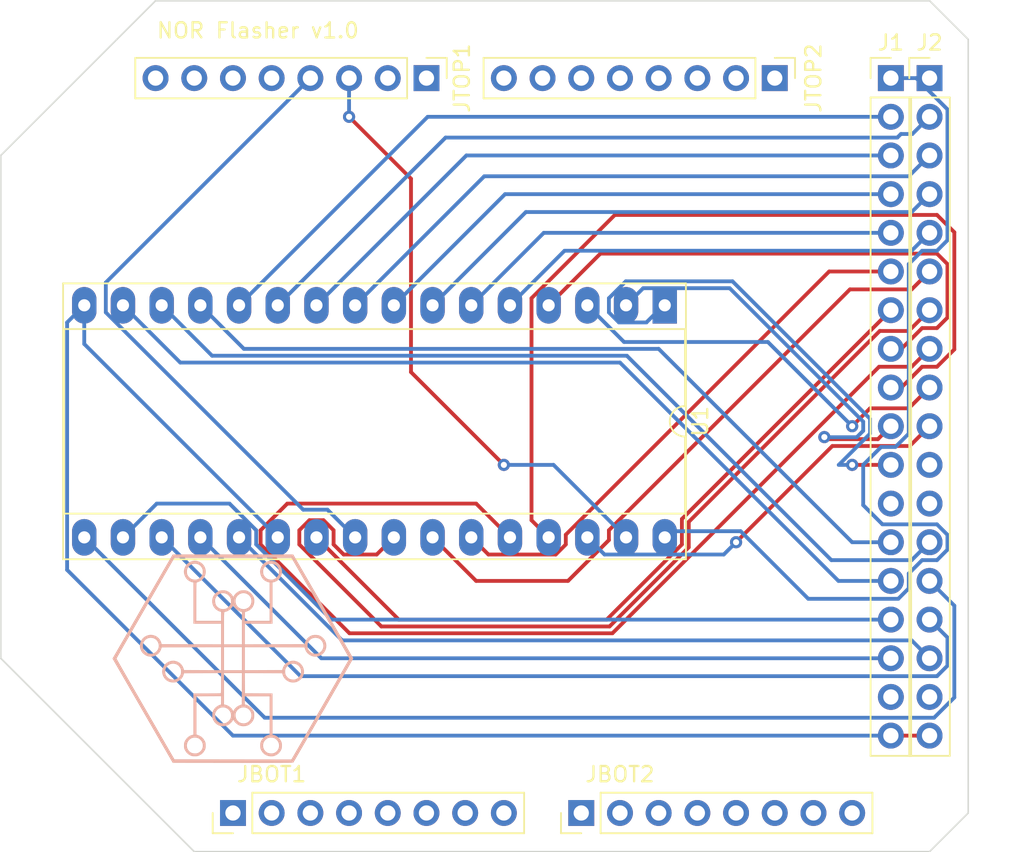
<source format=kicad_pcb>
(kicad_pcb (version 20221018) (generator pcbnew)

  (general
    (thickness 1.6)
  )

  (paper "A")
  (layers
    (0 "F.Cu" signal)
    (31 "B.Cu" signal)
    (32 "B.Adhes" user "B.Adhesive")
    (33 "F.Adhes" user "F.Adhesive")
    (34 "B.Paste" user)
    (35 "F.Paste" user)
    (36 "B.SilkS" user "B.Silkscreen")
    (37 "F.SilkS" user "F.Silkscreen")
    (38 "B.Mask" user)
    (39 "F.Mask" user)
    (40 "Dwgs.User" user "User.Drawings")
    (41 "Cmts.User" user "User.Comments")
    (42 "Eco1.User" user "User.Eco1")
    (43 "Eco2.User" user "User.Eco2")
    (44 "Edge.Cuts" user)
    (45 "Margin" user)
    (46 "B.CrtYd" user "B.Courtyard")
    (47 "F.CrtYd" user "F.Courtyard")
    (48 "B.Fab" user)
    (49 "F.Fab" user)
    (50 "User.1" user)
    (51 "User.2" user)
    (52 "User.3" user)
    (53 "User.4" user)
    (54 "User.5" user)
    (55 "User.6" user)
    (56 "User.7" user)
    (57 "User.8" user)
    (58 "User.9" user)
  )

  (setup
    (stackup
      (layer "F.SilkS" (type "Top Silk Screen"))
      (layer "F.Paste" (type "Top Solder Paste"))
      (layer "F.Mask" (type "Top Solder Mask") (thickness 0.01))
      (layer "F.Cu" (type "copper") (thickness 0.035))
      (layer "dielectric 1" (type "core") (thickness 1.51) (material "FR4") (epsilon_r 4.5) (loss_tangent 0.02))
      (layer "B.Cu" (type "copper") (thickness 0.035))
      (layer "B.Mask" (type "Bottom Solder Mask") (thickness 0.01))
      (layer "B.Paste" (type "Bottom Solder Paste"))
      (layer "B.SilkS" (type "Bottom Silk Screen"))
      (copper_finish "None")
      (dielectric_constraints no)
    )
    (pad_to_mask_clearance 0)
    (grid_origin 185.42 101.6)
    (pcbplotparams
      (layerselection 0x00010fc_ffffffff)
      (plot_on_all_layers_selection 0x0000000_00000000)
      (disableapertmacros false)
      (usegerberextensions true)
      (usegerberattributes true)
      (usegerberadvancedattributes true)
      (creategerberjobfile false)
      (dashed_line_dash_ratio 12.000000)
      (dashed_line_gap_ratio 3.000000)
      (svgprecision 4)
      (plotframeref false)
      (viasonmask false)
      (mode 1)
      (useauxorigin false)
      (hpglpennumber 1)
      (hpglpenspeed 20)
      (hpglpendiameter 15.000000)
      (dxfpolygonmode true)
      (dxfimperialunits true)
      (dxfusepcbnewfont true)
      (psnegative false)
      (psa4output false)
      (plotreference true)
      (plotvalue true)
      (plotinvisibletext false)
      (sketchpadsonfab false)
      (subtractmaskfromsilk true)
      (outputformat 1)
      (mirror false)
      (drillshape 0)
      (scaleselection 1)
      (outputdirectory "Manufacturing Files/")
    )
  )

  (net 0 "")
  (net 1 "+5V")
  (net 2 "/22")
  (net 3 "/24")
  (net 4 "/26")
  (net 5 "/28")
  (net 6 "/30")
  (net 7 "/32")
  (net 8 "/34")
  (net 9 "/36")
  (net 10 "/38")
  (net 11 "/40")
  (net 12 "/42")
  (net 13 "/44")
  (net 14 "/46")
  (net 15 "/48")
  (net 16 "/50")
  (net 17 "/52")
  (net 18 "GND")
  (net 19 "/23")
  (net 20 "/25")
  (net 21 "/27")
  (net 22 "/29")
  (net 23 "/31")
  (net 24 "/33")
  (net 25 "/35")
  (net 26 "/37")
  (net 27 "/39")
  (net 28 "/41")
  (net 29 "/43")
  (net 30 "/45")
  (net 31 "/47")
  (net 32 "/49")
  (net 33 "/51")
  (net 34 "/53")
  (net 35 "/2")
  (net 36 "/3")
  (net 37 "unconnected-(J4-Pin_1-Pad1)")
  (net 38 "unconnected-(J4-Pin_5-Pad5)")
  (net 39 "unconnected-(J4-Pin_6-Pad6)")
  (net 40 "unconnected-(J4-Pin_7-Pad7)")
  (net 41 "unconnected-(J4-Pin_8-Pad8)")
  (net 42 "unconnected-(J4-Pin_2-Pad2)")

  (footprint "Package_DIP:DIP-32_W15.24mm_Socket_LongPads" (layer "F.Cu") (at 165.5 83.5 -90))

  (footprint "Connector_PinHeader_2.54mm:PinHeader_1x08_P2.54mm_Vertical" (layer "F.Cu") (at 172.72 68.58 -90))

  (footprint "Connector_PinHeader_2.54mm:PinHeader_1x18_P2.54mm_Vertical" (layer "F.Cu") (at 182.88 68.58))

  (footprint "Connector_PinHeader_2.54mm:PinHeader_1x08_P2.54mm_Vertical" (layer "F.Cu") (at 149.86 68.58 -90))

  (footprint "Connector_PinHeader_2.54mm:PinHeader_1x08_P2.54mm_Vertical" (layer "F.Cu") (at 137.16 116.84 90))

  (footprint "Connector_PinHeader_2.54mm:PinHeader_1x08_P2.54mm_Vertical" (layer "F.Cu") (at 160.02 116.84 90))

  (footprint "Connector_PinHeader_2.54mm:PinHeader_1x18_P2.54mm_Vertical" (layer "F.Cu") (at 180.34 68.58))

  (footprint "Project Footprints:mantis3" (layer "B.Cu") (at 137.16 106.68 180))

  (gr_line (start 185.42 68.58) (end 185.42 66.04)
    (stroke (width 0.1) (type default)) (layer "Edge.Cuts") (tstamp 3d4fb813-c07a-4da3-b996-7a43b1d8693b))
  (gr_line (start 185.42 68.58) (end 185.42 116.84)
    (stroke (width 0.1) (type default)) (layer "Edge.Cuts") (tstamp 66c38d3a-afb5-4318-859e-40587d6cd448))
  (gr_line (start 121.92 106.68) (end 121.92 76.2)
    (stroke (width 0.1) (type default)) (layer "Edge.Cuts") (tstamp 6c143095-b114-4071-8ecc-d03ef5e5c5b5))
  (gr_line (start 132.08 63.5) (end 129.54 66.04)
    (stroke (width 0.1) (type default)) (layer "Edge.Cuts") (tstamp 9281bf1e-febb-4e9b-b6ab-336e4df1d8cf))
  (gr_line (start 121.92 73.66) (end 129.54 66.04)
    (stroke (width 0.1) (type default)) (layer "Edge.Cuts") (tstamp a0986602-b8bc-4dde-bd66-ffc0d66b5971))
  (gr_line (start 182.88 63.5) (end 132.08 63.5)
    (stroke (width 0.1) (type default)) (layer "Edge.Cuts") (tstamp aea08b90-14c6-4f23-a98b-3691e4e7ac28))
  (gr_line (start 185.42 66.04) (end 182.88 63.5)
    (stroke (width 0.1) (type default)) (layer "Edge.Cuts") (tstamp af018d7c-f958-447a-bb8d-72356f4301d1))
  (gr_line (start 121.92 76.2) (end 121.92 73.66)
    (stroke (width 0.1) (type default)) (layer "Edge.Cuts") (tstamp b0b5ce1f-f2cb-4687-a358-e8d5fa56a142))
  (gr_line (start 182.88 119.38) (end 134.62 119.38)
    (stroke (width 0.1) (type default)) (layer "Edge.Cuts") (tstamp be36f427-6c4e-482c-8221-6ae50cd194b3))
  (gr_line (start 134.62 119.38) (end 121.92 106.68)
    (stroke (width 0.1) (type default)) (layer "Edge.Cuts") (tstamp d32885ec-e55d-49c4-84c9-0c50fe56e65f))
  (gr_line (start 185.42 116.84) (end 182.88 119.38)
    (stroke (width 0.1) (type default)) (layer "Edge.Cuts") (tstamp f46e2e65-5ca5-4bcc-a4ec-4edc18a1bd50))
  (image (at 147.32 91.44) (layer "B.SilkS") (scale 0.0857964)
    (data
      iVBORw0KGgoAAAANSUhEUgAABAAAAAQACAYAAAB/HSuDAAAABHNCSVQICAgIfAhkiAAAAAlwSFlz
      AAAK8AAACvABQqw0mAAAIABJREFUeJzs3Xl8VOXd8P/vdZ3JymZiQvghIAICigoIVkUWrS1qq/XX
      lUL1tq1abV0eqXdrW0XFFR6t2nr3btG21rrUtm5trUu1qK0iClbrChho2AIxISEhmWxzzvX8cc6Z
      OZnMJDPJZP+8X695ZZg5+3Cd63uuVQQAAAAAAAAAAAAAAAAAAAAAAAAAAAAAAAAAAAAAAAAAAAAA
      AAAAAAAAAAAAAAAAAAAAAAAAAAAAAAAAAAAAAAAAAAAAAAAAAAAAAAAAAAAAAAAAAAAAAAAAAAAA
      AAAAAAAAAAAAAAAAAAAAAAAAAAAAAAAAAAAAAAAAAAAAAAAAAAAAAAAAAAAAAAAAAAAAAAAAAAAA
      AAAAAAAAAAAAAAAAAAAAAAAAAAAAAAAAAAAAAAAAAAAAAAAAAAAAAAAAAAAAAAAAAAAAAAAAAAAA
      AAAAAAAAAAAAAAAAAAAAAAAAAAAAAAAAAAAAAAAAAAAAAAAAAAAAAAAAAAAAAAAAAAAAAAAAAAAA
      AAAAAAAAAAAAAAAAAAAAAAAAAAAAAAAAAAAAAAAAAAAAAAAAAAAAAAAAAAAAAAAAAAAAAAAAAAAA
      AAAAAAAAAAAAAAAAAAAAAAAAAAAAAAAAAAAAAAAAAAAAAAAAAAAAAAAAAAAAAAAAAAAAAAAAAAAA
      AAAAAAAAAAAAAAAAAAAAAAAAAAAAAAAAAAAAAAAAAAAAAAAAAAAAAAAAAAAAAAAAAAAAAAAAAAAA
      AAAAAAAAAAAAAAAAAAAAAAAAAAAAAAAAAAAAAAAAAAAAAAAAAAAAAAAAAAAAAAAAAAAAAAAAAAAA
      AAAAAAAAAAAAAAAAAAAAAAAAAAAAAAAAAAAAAAAAAAAAAAAAAAAAAAAAAAAAAAAAAAAAAAAAAAAA
      AAAAAAAAAAAAAAAAAAAAAAAAAAAAAAAAAAAAAAAAAAAAAAAAAAAAAAAAAAAAAAAAAAAAAAAAAAAA
      AAAAAAAAAAAAAAAAAAAAAAAAAAAAAAAAAAAAAAAAAAAAAAAAAAAAAAAAAAAAAAAAAAAAAAAAAAAA
      AAAAAAAAAAAAAAAAAAAAAAAAAAAAAAAAAAAAAAAAAAAAAAAAAAAAAAAAAAAAAAAAAAAAAAAAAAAA
      AAAAAAAAAAAAAAAAAAAAAAAAAAAAAAAAAAAAAAAAAAAAAAAAAAAAAAAAAAAAAAAAAAAAAAAAAAAA
      AAAAAAAAAAAAAAAAAAAAAAAAAAAAAAAAAAAAAAwSqq8PAAB6Afc6AEAqTF8fAAD0JIJiAIMJ9zQA
      QE+gYADAoECwDGCg4v4FAOhLFAoAGHAIoAEMRNy7AAD9AYUAAAYUgmgAAwX3KwBAf0ZhAIB+j4Aa
      wEDAvQoAMBBQCACgXyOoBtDfcZ8CAAwkFAIA6LcIrAH0Z9yjAAADEYUAAPolgmsA/RX3JwDAQEYh
      AIB+hwAbQH/EvQkAkAmp5ic99bBOIQCAfoUgG0B/k4n7Evc2AEAmZOIBnkIAAP1GqK8PAAAygAd+
      AEBPiM9feJgHMKDpvj4AAOgmHv4BAL2FPAfAgMZNDEB/ku49qav3MO59AICgdGv2e3p5AOgRBMEA
      +lpPPcRzfwMAdEdnD+1dfainMABAnyFABtCXeuLhn/saACDTkj20UwgAYEAhUAbQV7pz/0m0bqrb
      474HAAhK9WE80XLdeZCnEABAryMQBtAXunvviV+fFgEAgExKp8afQgAAAwazAADobb35QM7DPwCg
      K3or/yCfAtCrKAAA0JsyEegQLAEAelpv1syTrwHoNVZfHwCAISNTAU6y7dANAADQXR09+PdkoQD5
      FIBewc0GQG/I5L2G6f8AAL2pO4ME9tS+AKBLCJQB9LRMj/YPAEB/x8CAAPqlUF8fAAAkkO6Ufn3V
      ZBMAMPik0qWss7wl1eUAoFdRuwagp6V7n0n34T/R5/HfEYABAFKRKP9IZ0rA7izX1eUBIGUUAADo
      ST398B9fw6K9V6i4uJj7GwCgyyorK42IRETE8V4i7fMdCgEADCgEyAB6UiYKABI1o0xUABCc1jQY
      rBFEAQDS4ectfqGyz5GOCwA6avZPAQCAfoECAAA9JZMP/z6T4PNgYYC1YsWKS48++ujTamtrW0TE
      NsYYERGl1BAMprp7ymQRwMCViVve0LoHGGOUiIhSSomINWrUqOx33333uRtvvPF/RMSWxA/9ifKl
      +GU6+qzDQ0pzeQDo1NC6swPoTb1VAGCJiC4pKbFOPHHu9Lvu+tlGy7IkFAo5RoyIGaoP/wCAdBlj
      lCgRJUoikYi2bVsuv/zy415//fUPKyoqbHFbAdjBVby/FAAAGBCYBQBAf9Cdgf90QUFBzhFHHJF1
      2WXf/XEoKyRKlDjGUX7oZIxRJvqPTBwuAGDQUP4f740RMcqI1lqUVnLFFVfcdvPNN3+1paWlqaam
      plnaFgCkU9ithFwIQB/TnS8CAP2WEhFn7Nix9pw5c+bMmjVrkaUtRynlGGMk+OpwHGcAwNDl5Q/x
      +YZSyrG05Rx9zNEnL1q06JSpU6caSTwOAAAMGHQBANATMjX6f/znfu2J8d5bImKPGzcu+/kXnt9W
      WFAwxrYdR0SMF8BxjwMApE0pZdyhAERprXVDQ8OBBQsWjCkvL28WL++RWF4Ur6OCAboBAOhTdAEA
      MFDEj/yvRURKSkpyly5detmokaPGRCK2KKXcGn8lRlHGCQDoCiXGGKOUUmLbtuTl5Y247PLLbrrr
      zrtWVFRUtIibB9nStgCAh3UA/Z7V1wcAYNDpylN3Zy0A4v+KiFjFxcXZp5566sQVK1Y86nXeTDQd
      EwAA6WqT7yil1KyZs04sLS3948cff1zb0NAQ7A6QKI/K9HEAQEbQAgDAQBMNtiZNmjTsggsuuFpb
      WitRtmMc5Y38r9IZ+X+wdBXo6dkOBst1AgYj0n9q0r1ORowoUUZrbTuOE7r00ktv3blz5zcrKiqq
      JVaRFr9NBvsD0G9RAAAgk3qi9l8k1s/SiNvsMiQizaFQ6KBp06YtdZ/5Ox7lf7AErx0ZCucIIDHS
      f2o6uk5u4UCsW390WWXEcRwlIjJhwoTTlVJjRKRSRLJFJCJuS4BUdaVwgAIFABlDZgGgu7pzH+lo
      3WTfWSLiFBcX5/7+979/9YgjjphhjBsX+QGaX8Nj3KYAbgWOt8Vk4wIMhOC5p2v4umsgXENgoCL9
      d1+ya+i1HPMW8vr+xxUCaK2Ntw3Zs2dP+eLFi2dUVVU1ijcbTZJdZnIwwEytC2CIowUAgL7SnWAx
      6xvf+MbnZ8+edUxjY5Mx7pj/CXagjBIlSiu/CMAd2TmwRCBoJaDqPq4hMHQNmPTv1/T7BxzNB7yp
      ACXB6P6OcZQSJUopOeyww8Zfeuml515//fW/lvRq/9schgygawZg8Oj3pbUA+q3u3j86Wz/RFICW
      iKj58+eP/uUvf/naiBEjxmqtbWNMu9r/uPcqKyvL+vjjj3d729DeCwAwdDki4jiOExkzZsy41kir
      7ZcLJGrRoJRbAOA4jhVuClef+7Vz56xfv36vuA/ytsQGBfR19oDf3QIAChAApI0WAAD6QroP/0bc
      B/csEWmZP3/+ecOHDx8r4gZpXntNE99v05vDWUSJ7Ni546Pbb7t9XkNDQ/Pu3bub3nzzzUgKxzHY
      dBYsDrXrAQwlpP84J598ss7Ozs4ZNWpUzmWXXfbM4YdPmeNnJIF8JNqlzCsaUCIieTl5hV/60pe+
      W1VV9b3S0tIscb+Nbw3QWS0/rQAA9Lohd7MHkDFdvX8kqtlPNIJy/HdKRJzJkycXbdiwoaKpqcnx
      Hv5FKeWIkmhff3fuZhGltREjljFGrrnmmhPeeeedd/ft25ddX19vi8TGDBis/D6rXTXYrw8wmJH+
      O+Zfn0gkYp144omNBx988PRVq1a9rbUWUWIbx1HGBFqSeXmMMUYrpURr7eTm5ljz5y849P33398l
      bquyRNc8lRkCuvpbUXgAIG20AADQFZkKDOPnTk4UzAS/s+688857AouZwLcqfjXlRWzbt29/ateu
      XTtra2vtsrKysLetYMHCYJSpwHCwXh9gMCP9dy7az/+jjz7SjY2NFR999NGD06ZPO8fNO2LP6e6T
      v/IHk412EXAcI//zP//z21NOOeXT4tb+BwsBkhVs++8z8RvRggBA2gbzjR1Az8jkqP+pdAWwRESN
      HTtWz549e86ae9a8pERppZVtHLcFgEi70Z2V+5FSWmv5/ve/f+xvf/vbzSLSKu6UTUNFdwND8ghg
      4CL9py6rpKQka/HixYetWrXqbaXE8kaW9V5uWUGwe5nSyhjHWEaMuezSyz6zbt26f1ZUVNjeOqnk
      M5lqBdDddQEMMVZfHwCAASXTA/+lsj2roKAg59hjjx1xww03/H7kyJElSilHxMQP0qSUUl7zfzdG
      EyXqvl/fd9vvf//7xw4cONDiLWfEraVR0rYFwmB8JTu3eH19nLx48cr8Szr4PKivj7MvXsE8wIiI
      amhocKqqquoOHDhQO2/eSYvjL1G7QQGV+IMC6nnz5i3avHnz7z7++GO7qanJHwywNyX6XQEgIQoA
      AKQqEwFG/DZS+veMGTOyvvCFL5y5cNHCC40xEXFnaoo96PsLu7UyopRS2tK6MRyuveSSS8/cvXt3
      s7RtmqkD6/V1INpR8J6KdB4Ckq2T6HOdYLmeOD5evHi1f6Uqle3EbzPZvoKfDfb0L4G/Il7B8IED
      B1r37Nnz5pIlX7kwLz9veGxkmbbL+y3OlFZGa+UMGzasIDs7e+/OnTvf2rFjR6t03Py/p/TGPgAM
      AkyDBaAvxTfbj/+rRcRuamqyzz777P+JtEZE3IH/lEjbaZr8gEwrNyDLCmXJH//46MWHHHJIlrjj
      nTjStm9mcN+pjI6diSA+1WW70pyzvz2YJDuXTF0vXrz6+yteqsuS/rt3Tl09NkdErJEjR1pr1txz
      XnZWtiitHO0/7Ae6mQXzIMcYZTu2LFy08Nby8nJH3Ob/VuBY4v8m2jcA9BpaAABIVVeCv1S2kSg4
      EvEKKEtKSnIuvvjiW+bMmTPfGCMmEDbFtQBQWisRUdoxxtq2bdtbv/zlL29677337KamJkdi8zMn
      C8Li99+doDfRNjrbTnf3E78NJe411OLe6/2/Ie9v/EsHXsmON9ngVl05vmTLZeK6A/0B6T/58SVb
      LtP33XjJCp3996GWlpZsx3EqJk+ePLe4qHiy19rMJCpw9j5TYkRCVkiVlJQc+sYbbzzT0NDgTzNr
      hHsZgH6GmxKAVGTqXpFsO8EAzK+dD4lI1rnnnnvE7bffvsG2bTHuiH9tBmUSkWi/f62VcRxjOcax
      L7zgwgXvvPPOv70aGf/VWa1/fADd29INsDuaPtEP+K3CwkLLcRztTZuoRowY0ebcDhw4YJRSRill
      tNZOdXW1LSL+K77lRKL9dSbVBwBgKCP9Z15nA+0lLDQZN26cmjZt2lH33Xffq5ZlZWmtbcdx/Gln
      47ZhlBF3ZNpQKCRXXXXVSffdd9/b4rYE8AsC/MKARMeQ7Ni6itYFADpEMAagM5m8T3RUABB8r0RE
      L1iwoPC22267f8KECZ9WSiUNwIwYpUSJUkpyc3P1Sy+99OgXvvCFZRKr9W+7ePIAKZXjS0e6AXOq
      gXZ8LVZ8dy4/aPcHotIiYk2cONEaOXKkNXny5NycnJwRIiLNzc0Htm7d2lRXV2eXlZUFg35/vY62
      n8rxBb9P9fyTbRcYSEj/bb/vrfSf7gN2otYCRkT0fffdd/fZZ599UVNTk2OM8YYEiMt/ogXQ2jjG
      sSr2VrxxySWXfOG1116rktjvkEqXs0w+uFMIACCpUF8fAIAhI5Vgzg82s0SkOS8vb8L48eM/bdwK
      //brKzceUxLtCmAcx5Ef/OAH3xY3kA0O/BesgUkmWXPNTNfMZKo5sBK3li9LRFpEJDRu3Li8pqam
      1sLCwuJPfvKTX5o9e/Ynpk6dOnXChAmHFRQUDA+FQmKMEcdxY3yttSilJBKJSE1NTf2OHTv+s2XL
      li1vvfXWG2vXrn20urq6Mjc3N2vXrl2N4tZmZYs7naI/3VV3jt/XGwEx0NdI/4n1h/Tv3/uDv5F9
      3XXX/fAzn/nMRf5n0Yd/FTc8oMTGBSgpKflEUVHRNBH5WNper86kkkcBQLdRuwKgMz3V9z/Rd34B
      gFNUVJT397//fVPx6OIxxrgt/k1gAIBgKwCvg6Y2xshPfvKTq2677bY7RSRHRJrFDbw6q6FK53gz
      pSsFDcF+vX63BhERmTRp0rCLL7542Sc/+ckvFxYWHp2Xl1cg7qWJiMSuV/vmq96O4wZWNMaERMQ0
      NjbWVFdXv7t27do//uIXv3h427ZtDYHV4o+lK9eVgBdDEek/tXPOlI72kyh/sMR9eG+54IILzrn+
      +ut/7U355xg/QxIVPxCtiIhorU1DQ0PDCSecMK6qqqpRvMFs0zieTFwT7qsAkqIAAEBnunKfSLW2
      PxFLRPTNN998yXe+853bG5saHTF+939pNxez1toopcRxHOvAgQM7L7jggvmvvPJKhcSaXibrBpCO
      nrpXphIQB2uklIiECgoKcsaOHWvX1NQ4U6ZPmfutb37re4tPW3ym1lqam5v9JqqOF+wnbFYcN4hV
      omPyZ1vQRozKyckRx3Hkb8/97al7fn3PbaWbSjcWFBTo8vJyq6amplnc2sHg/pJtt6NzBYYS0n/P
      6O793UhgQMSFCxeO/tnPfvZcYWHhEVpr22tB0WadQAGLiBKVl5unH3zwwVsvu+yylRIrHEl0XKkc
      a1euE/dWAElRAACgMz1ZABAc+M9vzqrmzZt3yAMPPLAxNzf3IG/wpehKbWtc3M0opVRubq665ZZb
      lt5+++1/ktgAVh01ue1ugJTKOXY20GCyz+L71yrxgshx48blHHnkkSPmzZs37wtf/MLNBxcWHimi
      RGtte0t7PSaMGMe4jSMS9FtNfsDueArGGKW0MkqU3zBViYg4jmOJGNlXXf3B4489fvW6devWffDB
      Bwd27drVLLEayvhgt7sFMJ0fNtB7Mh07kf5Tv1emsl46Osob/DwpdMUVVyy+9tprn2hqanLnoumg
      RZrWWhzHsZqamg6cd955c3ft2rWjrKwsUYF0R+PRJDqedHBPBJAU0wAC6Ew6wW6iwZQ62mZwWauo
      qChn9OjRzgUXXLDy6KOPXqBU3MhJcbVVXm2LKKXk3//+95srVqy4JhwO+4FoRwFoss96U3zXB/9v
      /LFb4nZnaBURvWjRovmrVq168tOf/vS3c3Nzi01cIOqP9B3on+oNkRDdtv9d7KXa/Ds23oJxawGN
      xJoH+wNeDR8+vHjeifO+esIJJ3zhww8/fHvLli07vOPOk/bNgbUkv94EqhiKSP/eIad0tXpGsmMK
      5mNaROytW7fuOOqoo44bP2H8YcnW8bsAuNfLKMsK5RQXF495/fXX/2LbdlZjY2N8AUCqeVCq+SoA
      pIQbCoDOpFsAkM5y8S0AzCc+8YkJL7zwwraGhgbbMY4yjlEiYhLMwyxKKyNGLNux5Stf/srhr732
      Wpm4/TYj0rbPZbKWAMma26Z7Pl0V/xAQDP61iOiJEydKWVmZPWXKlIPuvPPOX82ePftMpZSyLCti
      jFGOcZRf4+ev6df6td9RZ6cTv5b7dBC97sp7mlAiWmmjlDK2bYeMMeatt956avny5eeXlpbunzhx
      olVWVibStp+yf26pjIYNDAWk/57V2f08WX4Q/FyLO2B2y5w5cw558k9Pbre0JSJiewUisY3F8iil
      tDJaaZOXl2ctXbp0xo4dO0rff/99vxVAMN9LdJypnk+mlgUwxNACAEBH0n0ATrWmPVngqx955JE/
      HXzwwRNs23aDKW9JbwAmERFlxJt2SWlRSun333///pdffvmpnTt3tkjbB/+OAr7OHv47O4fu6qzp
      qS4sLMyZNm3aiOOPP/6kJ5544u1DDz10WiQSUUopR0SMH/z7KyivNYT772C1nlfx5wWnyV7KnUwx
      bj3/2rd9iPCaFfvHrSdNmjTt/PPP/9727dtfy8rK2l9XV+c0Njb63TCSNXVNpQYOGKg6+n9M+u+5
      NJ7OvTxZ/hR8OSJiTZs2TU88dGJo3PhxJypxH/YDU9DGfjuvoMT7LfRxxx138o033rjG244/pWJP
      5zfcPwEkRQEAgI50t/Y/WNOfLPCyRESXlJRkf+Yzn1m8dOnS70ciEVFKjDGiArVa0b/RggBjdCQS
      abntttvO2bBhQ3U4HPb7/nd2nF2tHUn3egRfibaT6DstImrKlCm5J5xwQtEVV1xx3bn/de6PjeM4
      kUjEaK0dkWB3CCMiykRD9jZVfd7mlf9woKPXL/HLX7PtYSklpu1nRvkPFP7815FIRBzHNotPO+2c
      aVOnFVRXV7/Z2traUl1dHZH21zy4sY4C8kwFsdSGIR2ZfgAj/aeX/pPdNzuTSjpPlk8lOj7/cyMi
      ur6+XhoaGj5YuHDhf1mWlW+MUX5LiPjt+4Uxtu2oYcOGjd6/f39peXn5Rw0NDSZuf6lel2SfAUDa
      KAAAkEy6wUY6NSvBf4cKCwtzFi5cePBNN9/0RG5uzgg3tow1SI0GWG5xgFtRJaKVUrJ69er/fuqp
      p16srKxskViwFo1UUzz2dB4QU7kunQVvyQJcv3Yoa9GiRZNXrFjx6OTJk08TMeJdD+UNPhWtsYvf
      hF844gegWmujtRKtLeO+7/gVqEX0y1xibwJ7EQn0Nxa3VYYY97cZM2bMsccee+ynNm3atHbTpk37
      JdbsNVjDmWqA25Wglwd+ZFJ374Xxn5H+M5/+M3kPT3gc4XDYqaqqCtfU1FQuWrToTBE3b1JK+aMm
      +OMAKO9s/d9JHX/8J+Zv2fLRIxUVFS2BsQD8vCqd65EOCgwAJEQBAIBkeqIAIP57JSJq1qxZud/4
      xjfOn3HkjLOVUhEJBLsisQDU6/cvSmmxLEvX1NTsuO66676+e/fuFomNPh2vs8Aw3YfFrhYA+J/H
      1/75/9YiIpMmTco/7bTTZtx0001PFBYWTlFK2bGVVZsBv/z1g7V4Iu4o1BJryWsZI1pELKWUFQqF
      rKysLMsYYymlrOzsbEspZTmOYzmOYxlj/OmvRNxuFsZ926blRbuANfAbGaWUk5+fX7JgwYLPVlVV
      vRwOh2trampa4849Wc1Xd/Dgj56U6v9R0n/fpP90pFsIYEREGhoaWvfv3//O6Z85/f8vKCgYbYxx
      3EYWKrqOckevVaLcsRK01k5OTs6I4uJiZ9u2bevKysqapW0LAB7UAfQqbjoAkslkAUDwfbRJpbiF
      kJHp06cf9Nxzz1VlZ2eJiLKNX/8fG8la/PEAvCaXkpuba1199dWffP31119/8803I9J+5Ong/jrS
      mwUAyZb1lw8tW7bsuFtuueWprKysEd637nl5R+k3/fX/BqfqsrTleM1yjeM4IcexW+vrG3bU1NS8
      XV5e/nZpaenrW7Zs2bJ9+/b9XkAuBQUFWYceeuhBU6dOnTplypTjx44dO6ugoGDW8OHDJmhtZWmt
      I/42bcfW/oBj3uCMwfmvTfRsRJS4Dx3S2tp64Ec/+tGZDz/88AaJzRUukt5176mpsoB0kf4HR/rv
      UisAcQdm1Mcff/yse+6557VwOGwbY6LXJNgdwO86odzRAa3W1lY566yzSt555519IpIl7vXwW0fE
      55HJzivd8+S+CKAdCgAAJJNuENvRZ/HfO+I+/Jvi4uLc1atX/+r000//sle7ZZRSjvc+FuzGalm0
      iMi///3v52+88cavbtq0ya6pqWkWd5qseB0FP90JjLoSPCZjiYhMmjQpb86cOdNuueWWv+bn5xdp
      S9vGiY4y7RaaeM1K/b63IiKB90pEJCcnRzZv3rz5F/f+4q5XXn7lidra2sb8/PxQdna2LSLS0tJi
      1dfXO8EDGD58uA5+Hw6HI6NGjcqbv2j+5y++8OIrpk2bNq25udlf3BhjogF/9L2K9dgQv1ZSK+PY
      jhUOh6t+9KMfffbNN9/cvG3btkZvO52N1RCU6UIcoDtI/4Mn/Xf0WyX6LquwsDD7sMMOU1deeeUv
      Fi1a9FXvc8efiSFQCGCUO5iNFhGltTavvfbaSxdddNHZlZWVTd72bYl1/Uh0Pl0p1O7qsgCGCAoA
      ACTS3Yf/+O/im34acQPf0AUXXPCJVatWvdjS2mI8oiQaUEYLAPz+rI7jWLZtN59zzjnHbdu2rXTX
      rl3+1EqJAspkwU8mgqJ0A8fg58H9h0Qka+nSpZOuu+66Z0aMGDHWX8YYI6LEBK6Hv41oawhjjBYl
      JtLaqnfs2Pmn3zz0m1X/XPvP9zdv3hyWWGDZUQ1T/PEGR+x2pk2blr/gkwtmfP1rX//BhAnjzw5l
      ZTluX1/lBEYhb/uAEu0PHHswqa+v33X99dd/9ne/+902cQtrIp1cl6CeKsgBuor0P3jSf2e/V5A/
      PaMaP378pAcffODNUCgrV2ttO46jgoUjfh7mz1qjRKmcnBz1ox/9aPGaNWteETfPsiX2+8S3jsjU
      eXOPBNAGYwAAiNfdpv/JvgsWAmgRUSeeeOLBK1eu/HVeXt5YrbXtD3AVDBz9dfzP8vLz1F//+tc1
      d99990N1dXXBUf/7Uz/SzlpEiHjzS5eUlIROPvnkkmuvvfaRwsKCw7XWdrS9bywkVH4fU6+PrYgR
      yxij8/Pz1Sv/fOWliy66eMHatWv//Norr5V70yFmS2webiPudXJSeAW7aOTs27evdUfZjuoNGzY8
      98ADD9w1ZfKUYw8//PDDWlpatHc8jhfwKon1D5Zoiw0lRmvtZGdnHzR79uwTd+7c+de6urrGhoaG
      YNAfX1CUKgJb9CXS/+BI/6n8jsGHdGf//v1mx44dNRMnTsw67rjjFra2xhqgBQZN9JppuL+fZVlO
      a6RVH3PM0ce9+ea/Ht29e3c4sI+udI1IFZV9ANqgAABAvEzV/if7XovX//H4449f8KUvfelKr5mk
      8Zv9x4+7en/NAAAgAElEQVQ67VWfiFbatLa0mvPPP39xdXV1s7QNHBMFkYn2n+kAK5VgP/iZH2CH
      CgsLcw4//PDsZcuWfX/mzJlnxx9jcGApUeJO1KVEaaXFGKPD4XDF6tWrz1+9evXKrVu31uzevbs1
      HA77zXuDYyL4A3upTl5a2h67EREJh8PO7t27myoqKmpfeumlP1ZWVv772GOPXZiVlTVca22MuE1c
      jZhY5BvXJ9gYo4YNGzbGsixVVlb2SjgcVt5o2MECnHTw8I/+gPQ/ONJ//P6TFV4HP7PffPPNN847
      77z/DoVCbk1/4tPwxwZQSkTn5uYVbdy4cf277777oYjkiFeo0M3jBYCUUQAAwJduDXpXHv79z1un
      TJmS/9BDD72elZWlRcQdRik6t3VcIYASJUa0Yxz9wx/88GsvvfTSv0UkV2K1Vn1R+x87utQ+b1dY
      cfjhh+sFCxacdNHFF91tO7YTbQEhKtqkNjr4gdukVimltNZab9my5cUVK1Yse/DBB9c1NDQ0i1vj
      57eIiB8QMZUatmSFJcGawayGhobm119//aOtW7c+fcQRR0wvLi6e5HfVEG/k62ifYG+7xhjt9wk+
      5uijT9i6devL+/btK6uoqPDnCO/ouHjQR39G+h8c6b+jAgD/38FCHC0iueFwuHn37t1vn3baacvE
      /6UCgnma91MarbX51Kc+9cU///nPd1RXV4cD2+zsmNL9PtnxAxjiKAAAINK1wKA7BQDWTTfddP2c
      OXMWRexIcD7p2ELKbW2plDaWtowxRu+r2vfeb37/m1t3l+1ulFigG9TdEZO7ItXmo8H3IRGxDzro
      oOxfrPnFu0qUcmxHAn1+Y41Nxa358xillHp9w+u3/+qXv1rx6quvlofDYX96rWSzIMQfX6rXJNng
      U0pEpKampr6ysvKFwqLC1nGHjJvnf9emBixadyl+D2ElIur4E45fdt+v71u9b9++FnFbgyR6WOnP
      KJToX/ry/wzpf3Ck/1RbcsQP0KdHjRpVu3DhwnnDhw8fZ1lWfIsGFVg61pUtL88aM3ZM8ZNPPPmM
      tO0G0dG+M2Eg3F8B9DAKAAB0NSBIpTYpuIwWkdC4ceOsmTNnTrrqqqt+6ThOllbaEWlTU+KuqNx4
      0Z9CKTc3V61evfq//vTonzZLrE+rSbCf7hx3V6RbAxid/eD666//1dSpU2c4thOdMiq+z6+3plvt
      p7V6+OGHl//pyT/95qWXXqrxAuh0RtMO6sq1i64bDofN3r17W6r3Vf+7rq5ux8yZM89w27ma4Haj
      BTvuPOIijuOItrSMKRkzZd26dU+Hw+GIuP83erIPbLvj74V9YODozj2B9D/w0n+8VH/DeEZE9K5d
      u1pEZNPpp59+XiQS6fBB3r0OSlpbW/X4ceOP+te//vV4a2tr3YEDB4KtC5IVHmUKhQDAEEcBADC0
      9cTDf6Lvo31eJ06caH33u9+9e8KECUcrP941scBIAkFvoOZL1q5d+8yPf/zjO8LhcEtgmx3V2vRV
      09Fkn/ksEQmdd955J377299ebdu2cqc9bFcIorzqIqW1Nlpr/fSzT3/vuWefe2Tz5s11u3btapVY
      f2IVePkyPUBW/D78Pryt9fX1pVaWtXfa1GmLRcTxzqNdqw5xazCNiOgjjzxyRkVFxYsbN24sl1iB
      Tkf7zwQe/NGRTLWEIv33z/SfTCqF2fGtFILXxdmxY0fF6NGjxx9xxBFH+9/Hj4kQnLpRxCittTVj
      xowZGzZseLyxsbGrYyL0VB4OYBCjAAAYehIFi+mun84y0feHHHKIM2PGjCMvu/yyOxzbsU1sTmvj
      x7F+IUCgQEBHIhH1rW99a2FZWVmtuE1Gg81d+3Pz3/hAUYuImjNnzkErV658IDc3t0Rrbceq/dxz
      966J0lqLt45+5rlnfvz4o4/f++qrr9Z7wb//ABC/n0xLdC7i7dvZt2+fVFZW2vUH6reEskNmyuQp
      J7mnoozftcP7Lb0RHkWU0iYSiejp06fP2rhx4x/37NnTmGCf6RYydYQHf6Sjuw9fpP/+lf47k+62
      4vM3KxwON+/YsePFry796g8sy1ISuOdEB0T08jh3TAQRy7KccePGHVZWVvb3urq6sj179jgJtt+T
      uhsLABigdOeLAECXBZu9OiIiP/zhDx9qbWn1a7sCg0WpdmsppYzWWjZu3Li6uLg4Im7f2WDg2xV9
      OahUSEQiI0eOnFBUVHSMP/Ch066mLFpjZJRSUr6n/JU/P/nnn69fv76uurq6RRKPGB1/Xt0N7BKt
      n+jaOdXV1S3r16+v+/OTf/55+Z7yV/yA3xsMrO3C3kOBESNFRUXHjBw5coK4c4KHEuwvE4EpD/9I
      Vyb+z5D++0f6T0V385OIiISGDx+u1v597fe01hI7d5MgYxPjlvMYFYlE5Fvf+tavKioq/FYQ8TMx
      pIIHeABpoQUAMHRkqqQ/3RYAIRFRJSUl2WecccbXPvvZz37DdmzjdRdVscovFVhZKSNGixHd0NBQ
      /ZOf/OSi9evX13tNJCMZOIdM6KzZaPz11iJiSkpKcn7yk588WVIyutgf9VskWvsX7Qrhn38k0lq/
      8vqVX3rsscd2eN0fIpJewJqpZs3JGBFxwuGws2nTpsba2tr1p576yXOU0rlGjNJKm1gNmIjEWn2I
      ZWlzxBFHHv/cc8/d39DQ4I8IHmzSnMnjBNLRnRpo0v/AS//pbCtRwUgoHA6r+vr6rfPnz1+anZ09
      UiQ6/V9swejv7W7FcRzJzc0dVV9fX//RRx+95U3jqCT9aQG7i5YAwBBCAQAwdGQqc09USxP/CrIK
      CwtzTjnllDE33nTjk5ZlZYvf9b9t/ZDyAl+llY7uZ8WKFd9cu3btW1VVVa0SC4qC++mrGt50HwCs
      4uLi7C9+8YvHLlu27AeRiC0mcOhtCkD8ERBF5JprVnz9b3/72/oEYx/0RrPfzpaJb+Jsf/zxx3W7
      du3ecuqpp35RiZJgLWCCKbHUuHHjxuzZs+fZ7du3V3rBb19P6wiIZL4AgPTfv9N/V2rd2xxnY2Oj
      U1tb27x169a3zzjjjK+JSLLz9zYQGxPh+BOOP3lr6daH9u7dGw5ch0T74t4IoNvoAgAgHakGxcG+
      qWbGjBk55339vOU52TnDtNYRpZTjDfzXrnZEK21ERLKzs6W8vPytBx544PGKioomic1H3R19OsL0
      hAkTcpcsWfLt5uZmUUo5SpTxHwKCNUNKKZOdnS3btm1bd//99z9WWVnp95FNNu2hkeTn1pVz7mhb
      yUbrdkREKisrG++///7Htm3bti47O1tEElWXGT/4dZqbm2XJkiXfnjBhQm5gEQJcDBak/3Yb6Zfp
      v7t5gyMidkVFRdOjjz76wubNm1/KzXVPSYlKNMuN1/ZNjNY6opUOXXjhhSumTp2a5x2LH5+nOtYN
      90wAKaMAABgaeiM4CNYE+a+QiESamppyjzn6mO84xhHbsbVxTLvjUbERokVr7WRnZ8s111xz7owZ
      M0Tce1Uw+DXScdCbSCYf/tO9nlpE7Nra2pbxE8Z/tu2G/MGxYn+VEpOVlSXXXnvtN5Ocf1D8vNTB
      950F8qks09l+ghwR0TNmzJCVK1dekJWVJVorJ3huIrFz9o2fMP6ztbW1/pRm6eZLBL7obaT/xAZ6
      +k83P0l0jZSIOJdffvkFoVBItHanuU3WFcA4RjmOrY0xMmXKlGW2bY+S9mMixP/tSdxPgSGAAgBg
      8OvJDL2jAEWJSGtJSUnuNddc81BWVsgR47Z6DdaGBAMjf9R/27ZDjz322IO7du3avmfPnlzp/r2q
      LweCU+J1t5owYcJJeXl5I8SdKqtNE2B/SSOiHMeEXnz5xec//vjj3UnOv6PgPZ2gPhPrxH9n7dmz
      J3fPnj07X3755ecdx4SM1+Q3+Lt7A6CJiDh5eXkjJkyYcJK/vhCEYvAg/Q+s9N/dvMISkfz6+vrd
      a9as+Ylt2yFjjBWcCUEklu+5MyW4+w1lhZzVq1c/WlJSkisiLQm33juFAdx/gUGOAgAA3RHfHDQ+
      IMxesmTJpxYsWLDA6+9vjJh2tSEepbU2xhjV3NJ84De/+c0NDQ0Nkerq6mZJPDBUR4FaKjVcXZVs
      DIRkx6HFnbpQLV269JsSvA6BmjAjRrlRsjs89OpbV//g/fffb/FG/U73/JMdSyaWSba8f3xOdXV1
      y/vvv99y6623/sAY7yd3O/0GFo42fzZivGvjLpEl3oBpSfZJH1j0J6R/V1+m/0zfD1LNPxKev4i0
      lJWVmT//+c8/bWpqqhMR0Vr7v2G7ggD/OihRcswxxxyzdOnSM8T7P+O9ErW+6MtCbQADHAUAAFLV
      WZDlB0ta3FoQvXDhwqKLLrro9sbGRlFKOdGl/A2qtkGM4zg6Pz9fnnj8idv+8Y9/bC8rK4uI2xwy
      nb7/vRkYxbd4SHQcSkTUtGnTcuedNO9krXWr0m7/37YbUtEWEHV1dWU1NTUfiXve/vl3teYn3UKQ
      rhSaBI8tesw1NTUf1dXVlYmIVkq51YBtVlJGaeVorVvnnTTv5GnTpuVK2wA//jiSXW8KBNBbUv0/
      SPrvvfTf09K9fhERsV955ZXdDz300HX5+fniOI4bb6vgYu3emsbGRvn2t799x/z580dLIC+V1H4X
      7oMAUkIBAIBEujPqsBaRbBExRx555JkHHXTQFBERxzgqvsmr1/TRD3yViMjevXurV61adafEpvtL
      FgQOlGBHjRw5MjRnzpwxY0rGFAVH+263oNv/V0pLS/8YCoVSqQlLJhOtH1LZRoc1n6FQKKu0tPSP
      /sBmSTeilIwpGVM0Z86cMSNHjkw0HzgwUJH+B2/6T5YX+efaevfdd/9y27Zt2/3lYoUg8dfDiGMc
      JUpk+PDh4+cvnH+u90WOpBerdyfvBjBEUAAAICjdgCHRso6INB5yyCEjVq5c+b9aa1spZScMJVUs
      6BUR5TiOvuqqq75UWVnZJCJ+bZDErZlqk8z+wIiIGTlypJzyqVNOaW1tdT9LUqRhjFHZ2Tny9NNP
      /2HPnj3BebGTSXT9e+IaJOyy0cnyas+ePZGnn376D9nZObH+v4lDZdPa2iqnnHLKKSNGjPDPub/9
      lkC6SP+DJ/2nmu8EW37kVlZWNn7/+9//smMcLeLO8BicGjC6knfGSpSttba/d+X3bpoyZcpIEQlL
      4hZw6ebTFAQAiKIAABjcuvswn+7yfvBm3X777XdmZWW5gZ/b1N8ER/o3xiivP6xSShtRInv27Hll
      3759m8Vt9hjf9L8/BoWpMFprM3H8xDmO4w4I7X+ulJj4mrH9+/c3rF27dkt1dXWr9Ew/365K+1iq
      q6tb165du2X//v0NwS/8kc4D21SO48jEiRPnWJblpLEvglr0lVT/75H+ey799yfx+ZMjIq0iEmpp
      adm1vWz704GBAJVxjI5N/RjNF42XV4pSSu646457xc0Lo+MHxMlEnp2JZQEMMBQAAOiKYNNH/70W
      kdDYsWOzP/3pTx8zf/78pV7ff+OFL7EBr2KjQSsRo4wxVnZWtvz85z///quvvlrrfWdL8sBnQNm/
      f786+OCDpxpj4kbCjr5R/ufr169ft3nz5nBRUVGoL441k4qKikKbN28Or1+/fp1Im0KftlVmxihj
      jBQUFEzdv3//gP+9gSDS/5BL/35BuCMiatOmTQfuueeeay3LEmOMJV5LAJE2eaGbR3oXprGxUWbP
      nH3W4sWL544dOzZb3GkBdWD7A60rHIB+hAIAYPDqymBR3dm+LigoyJk8efKwa6655ida65CIiOM4
      qk3g164pqBKllPOHP/z+13/5y1/eFbfWJNiMsr9KtUbGaK2d3LzccSJxAV/cGNLGGPXOO++8KyJO
      VVWVHVhioLR+CB6n8c7Beeedd971WoK0XdJ/612TYcOGHeLNm51uk2OgPyD992767+17Qjq/gX9s
      TmVlZcvTTz+9+d577709WBAe7PrhbV0ZY5TjOO5okFrrm266ac2sWbNGFhQU5Ig3nWSCfcR/lqnr
      wj0XGKQoAADQkVQHElIiYsaOHWsvWrTo+KOOOmqe1toWd75r1Sboja6gRGlllFK6ubm59d57f3ll
      ZWVloyQe+CpRANzZv/tKu3PVWjs52TmjRNwOwImuh/edevvdt1/3/hl8ABDJzMBewWPM5CBRiY7N
      iHsO8va7b79uJMk5GxMdHDI7O/sg7wEg0fECAwHpP/bZYE//qeZTqrKysvHuu+++vjHceEBrrbVW
      bUpE/P8TgfzS0Vrbhx122FGf+tSnTps6dWq0RUGKx9Zb40MAGIAoAACQqkTDN/kBhRYRu7a21j7v
      vPN+FYm06b6atDZHiRLLsuT555///kEHHSQS6/vvL5Nsn30VyHQpEK2urjaWZWUbY8Q4pt1sCFFG
      ZMd/dnwg7vXsib6wyQL+nhgkyg9Y9Y7/7Pgg+Sl718QYsSwru7q6uqvn3F8fEjB4kP5TN1TSf7I8
      KXhNbRGxxo0bF3rqqaeutCwr8JVExwEIFAy54+SIEdu25ayzzrpj586dEX87EutikGQ4SQDoGAUA
      ANLRJkDxaBGR4uLivHPPO/d7w4YNGx2J2MZJEugGBjzSjuNYe/fu3fb4448//s477zjSdr7jdIKZ
      vqzZ6Cx4NiIiWuvsjqbC8rZkamtra6X96N+ZGBQvlevZ3fVF2h+3qq2trW3T9DXRxpUyWuvsBNtI
      dBwEuugvSP9tDfb0n243AD8/09u2bZOnn376r6WlpW85jmOJiA4OjBv8/+EXjDiO4wwbPqxg+fLl
      txYXF+dJ+7xxIHSXA9DPUAAAIF3xhQC6qKgo54wzzph06Xcuvb7DFb1Rr7XWbg2HMXLddddd/K9/
      /aumurq6Rbo26v+AaNaoQzoUPdQ2Rxz4zIg0NjbWSfsHgHgqyftUls/Esqnu34iIamxsrGv7a5q2
      S3hv3GsEDD6kfxlM6T/VfCm4nF1TU9P87rvv1t5yyy3LHcfxC4a8h/8OtmlEnXPO1y4/7bTTphYX
      F2dL+zyYh38AaaEAAIAv3T6DSrwa+5kzZ+Z/85vfXKFctlLKMcZE145N/SfRbo+5ubny/vvvv/DE
      E0+8VFFR0SRu0387sF8TeJ9MJh/+e7RrgbEDm/auQaIaQdu24wd6ipdusNeV4DCj+0h0TtFzD6zZ
      5hoBgwjpP26F3k//mb6/p5IvBffpiEikvLy85S9/+ctrGzZseCwvL1eMMUprZYyJu4bGLSAXEaOU
      so0R+c6l37l1+vTpI7wltKTQ8iQOBQUARIQCAABdp8SdmijS0tJy8OQpk7/kT3NljIk29ff7Nnr9
      G6OzAYRCIbnkkku+IV4/0ST76K2H/x5njGmJj78SDQaWn58/Uto38xxIgVv8cRvvnNpof+7Ku0bA
      4EP6b2uQpP+u5E9KROyrr776cqW01/ff7dbgX5NY3ikmmKeOHzd+sWVZJeIWlmcJMTyALuLmASBV
      ifpethQXF+etWrXqsZBlOSJuwOIt3SYAUt7aRozlOI7105/+dLWIVIpIviQf+T+ZTDz8m7hXd7eV
      jBIRZdt2a+LRv1Xwjxo9uqBQ0h8Dob9SImK8cwoMet3+1IwxyrbtVkmxTzXQj5D+E+uP6T+T931/
      e6l+Z8TN6/I//PDD6ltuueUqx3EsY4wlSkSp+DIRv+Wc+8eyLOeun971tDcWQFPc9vt6bAQAAwgF
      AADSFQw0QhdccMGSI488cnqsJ2v0XbsaHq20ESMSbgx//Mwzz/y8tLRURKRZ2vb970xfPgAm2nen
      x1NYWCi2YzcrpYKDILanRCZPnj5T3OvRZqjo2BJp6U5A2N19KXHPwZk8efrMZFsLtBQR27GbCwsL
      U9lXl34HoJtI/6kvP5TSfzr7dsTN8+S111575MCBAztExM0b229VuX9M9M+h4w/9/6644vILxW0B
      IMKDP4AuoAAAGHwyGRAk2o7f9N+aP39+yde/+fWbwuGwaOXO32wShULeVowYlZ+fL/f/5v5r161b
      t1fcPv8RSa8AoKsyXfPT0X7acBxHNzc1V4uIqLj5n4OUKDNr1qzjvH/G9/EcCEFe/PFqEZFZs2Yd
      pyTxQ48SJUq73zU3NVc7jpMoX+LhHgMF6T/2fiCk/97KF/x82REvz3vllVc+vv/++6/Nz88XEa91
      SAcj8WitnXA4LF/5yld/OG/evDHiFrCEkqyVyRhgIPzfA5AGCgAAiKQWQPgBkhaR7ClTpsipp556
      4fD84WNEiTiOo/zm/8GmrsYYpUSJEaPEiGzevOmjNWvWPCQirXH7GqyBhho+fLgOh8M7ReJqehLU
      mc2cOfMYcWdWCNYAptMkNpV1UpVsW6mMUK68c9AzZ848pqO6TP+ahMPhncOHD+9scCtgICH9k/6D
      /HMzItL661//+tGNGzf+y8s63bwyLv/0/orjOEpEJD8/v3jJkiVXTZw4UYlItrSdPjfRvjr7DMAQ
      QwEAMLR15aHbEZGwZVkHL1++/Bqtta1E2SZh1b/bxFOUiBKlbMfW3/ve979UWVnZKCI5KRxbJqRb
      s9OdmqCE62mtTVVV1SatY7dcY4wSExj4SZRRoszcuXPnTZo0aXhVVVVr3GaC16Oz48tkkNfZtuL7
      oUZVVVW1Tpo0afjcuXPn+ecn0v7cRUS01uJdo2TnRisA9Hek/4B+kv578/4fr7Nrl11RUdF04403
      nmPbtlvwoSTh7BAibiGAUsq2LCvy9a9//dvDhw8vFpGwxGbPSee4KAgAhjAKAIDBJZ1MvaNlgzU/
      8c06HRGx7rrrrl/Zth2soUi4PaWVsbTlKKXkP9v+86RlWR+LN3uAtJ0uKd1j7GupBolKRGTz5s3r
      tKVj6/ljf7kFJMZ/n5eXp84+++xZRUVFWdL+/NOpietpndU2qaKioqyzzz57Vl5engpM+2USTAFm
      tKVl8+bN65JsK9VjAHoL6b8t0n9byc4hmOdFRCQUiUT2bdq06QGllHh5ZbICACXidimJRCLyv//7
      vw9LrPY/Pp9OpSVIpuIFAAMMBQDAwNeV5vNdycy1iITGjh2bc9ZZZ80/+uijT2tqahIRd3SipANb
      GVGO44RERO65557r33vvvQaJFSSYNkv274CuK5SIqP3796sXX3xxnVZajDHaaxEhItHasKjm5mY5
      66yzzjv00ENzpH1gF3+9+lqy41EiYg499NCcs84667zm5uY2SwVqPUWUiDFGa6XlxRdfXLd///7B
      3B0EQwvpn/TvC+Zv/rk5IqK2bNnS+Nvf/vb/GmNsL69MXJiulPEGBJSmpiaZNGnS/M9//vOnlpSU
      5Io7HkBXYvp044bB+NsAQw4FAMDA1pWMON11/MDFKiwszJ47d+5BK29Y+XPlzVlkjD/wf9tCAOMO
      aqRERCklZs2aNTc999xzW6uqqlqkbSCkZPA+/IuImLq6usiGDRv27dixfbv7idv8Nb7VhGPcPp7j
      x48/s7a2tkXcANG/T3fWWqIvxR+bFhGntra2Zfz48WeKxM4tuoJ//t5I1zt2bN++YcOGfXV1dcGW
      IQSaGKhI/6T/VJiqqqqWZ599tuxnP/vZShG3QEQp5eehgZkjjF+AIt7nsnLlyp+dcMIJhYWFhTni
      FgJ0JS/tjTgCQD9CAQAwcGUqA+6sRF+JF9BNmDBBn3baaWeNO2TcVK21LUqcaKzhPfz7hQBKlCil
      RGut6+sbau69995bvb7/Ir0z6n9PSVbr1VHfVae8vLzl5ZdffsFxnJBjHB0/57MRvyBFnOHDhxdN
      nz59/sSJE0MSq9np74UkwUEirYkTJ4amT58+f/jw4UUi4rin1/bwlVLiGEc7jhN6+eWXXygvL/cf
      elLpB9zfakMxNJD+EyP9dy7+N4y2hKusrGz87W9/e/v+2v07QqGQW3Aeny17eat3HR2ttV1SUjLp
      i1/+4jnTpk0LSez6K0l+TTJZg08hADBAUQAADExdzXg76lOabJtK3D77dn19vfPZz37mrmjffyOx
      af+MqEBfVvEHMwqFQvLII49cOGLECEvcYNaW1AK8RP/ujzoKzP0Ar1VE5MEHH/q5iMSmAYu74sHx
      FK6++upVEydOHF5QUODX7CTadnePubsPFYmOwSooKMiZOHHi8KuvvnpV0jEiopfA/dq7NiLutXKS
      bDt47EB/QPpvi/TvSiUv88/FERFdWFio7//N/RdnZWXFBs9V0Qtl/NYS/paMMcpxHFk4f+EN9fX1
      0TEFJPlDfkf5faZiCgADAAUAwMDTk6X38YGDX6PgFBcX51166aWrs7NzcowxjjEmWqMTDe6CQZ4R
      bTu29cEHH2z45z//+crHH3+s/W1JxwFcJgLT/sSIW+ih6urqPqqvry8XkWg/4Ni1i9bsGK11ZOrU
      qUfPmjXrmLFjx9r++gm2ncpvmOh4Uvmss+0l+8weO3asPWvWrGOmTp16tNY6IiImUMMZnRrS24Ku
      r68vr6ur+8hfv5PjAQYS0v/QTf+p5GXRAoBdu3ZZGzdufOONN954wXZsS4wEp41o24VCjBhjxBjj
      5OTk6OXLl/+8uLg4T2KFJ/EtDVL9DbuCQgBggKEAABhY+iqjzT7zzDNnLFu27GK/67+4NVmxPv/G
      uCGtcqe9EhFxbMe55ZZbLnnvvffqa2pqmqVtIBvtI9uDx91T2053u0ZEdCgUyiotLX08OAhY9I9S
      RivtuM8ERrVGWuXCCy+8r7a21n8ASDY/diqtODKhs/34XUXs2tpa+8ILL7yvNdLq/r9QYrTSTvzo
      3/5DQGlp6eOhUChLYk2d0zFYHhYwcJD+E38/mNJ/b+RLwbzQqa6ubvnwww8bV61a9T3jOBERNy91
      s1wlwXEjvLzXiFu4oj73uc8t+dznPjdTRBLNHtEbKAQABhAKAICBI9MZbHyAE6wlCA7mJCeddNLI
      iy+++NbWSKsopZLW0PiFAMYYlZeXJ6+//vrvn3322X97fTsj0rbv/1B7cFNVVVUtDz/68K9CoZA7
      GuTpI5sAACAASURBVLjXz9Md5ClWS2aMUXbEloKCggnLli37blzNTkdSqXFKtyYo1RYZSryWIsuW
      LftuQUHBBDsS6CoiRsSbAsx7+FHGGJ0VCsnDDz/8K29wSIJIDFakf9J/vOA1dUQkUl5e3vLSSy99
      8PzzL9ybl5fXJk9Ntg2ttN3c3CyXXHLJXSeeeOJB3ufBbiNK2ubvifafCUPt9wMGLAoAgIGhpzLW
      jgoBtLi1CZERI0ZMOuSQQ04RI2I7tk4WjKjAQICRSESuvvrqyyVW659u09NUjrcvpXIswcDZqaqq
      ann+r8+Xrv372ufaLRhoHuuN8myMGLnyyitvOv300+dIrGYnUTCX7v+PZNtJdd1k28k6/fTT51x5
      5ZU3+c2ZvWaqbfquBj3/wgvPPv/886XeA4BfQJRqF5D+9P8BQwvpn/QflIljMeJ1g1ixYsWK1tbW
      WJ6qE0+za4xRtmNrEZHRo0fPLS4unipunhuSti0qevrh30chADAAJBpYBkD/kskMtaPan0TftRYX
      F+f/7ne/ezU/Pz9P3IGI3D6csVGso2+01mLEWMYYfcstt/yfZ5555lURyZVYP8eu6otAL5XrnmyZ
      RNdUiYhuaGho2bZt22tLliy5XCmltNb+0E5KxJseTIxSShmttWPbtj7uuOMW7dq16xnbtsPV1dWJ
      +nj2pnbnJCJ6ypQpuQsWLDj0+uuv/0N2dnaB1to2xkSn//Jr/USJaKVFRLTjOOryyy4/o7S0tErc
      /MgfH6I3uocAHSH9JzaU0n9X895U10u0nCUiOQcOHGisr6/fuXDhwrNFiVaijD8toIhEBwcMjKdg
      tNLm5JNP/vwjjzzy03A43CiJ/x/2BgoBgH6OFgDA0JFK89HgXxGR0H//939fNnbs2NH+N/FTOUU3
      7k75Z8SI1NXVbXvrrbee9Pbp1+zE1zYlC+5MgldXdDd47E4NVPBaRmsAxauZycrKOrBr167nRXk1
      O0aUkbb9O/1BnkRERo0addjy5cvvnj179uiioqJsSfwAEF8bl4kgrLNtGhFRRUVF2bNnzx69fPny
      u0eNGnWYiIg/SKQ/ToT/YCNGlNLuCNe7du16Pisr64B4s0xI4hrAzq5xR/r6AQIDF+mf9N+dvCeV
      PCxYO++/HHHzTPXBBx88W7Wv6n0RbyyAJD9pcIDF4uLiUdetvO4aca9p/H5S6cYBYAigBQDQ/2Uq
      kEv1Oy3uvcE68cQTx69YseK3xphcrbXj9+eMDuYk7oO/Ukp5tRM6Ly9P3XHHHRf84Q9/eFvcYCad
      mv9MPbBlajvdqQVM9J0REaulpcWura19e/Hixd9yHEd730RrAIO1O1q7g2cdXHTw5MMmHnbwnj17
      NkQikebq6upUgrru/N/pbF0tItaUKVNy5s6dO/rSSy9dOW36tLOVKFspZRzHia7vnZMSEeX9X9GW
      tmTVqlVL3njjjT3hcNiI+wAQjwd49CXSf3JDKf1n6sE4WQu8YE19tLXc9u3bm0JWqGzxpxcvbW1t
      9VuGtMt/xYjyC+BbWlr05EmTZ27cuPGPlmUd2L9/v1/Rl+q1pBAAGAIoAAD6t+40QUy1Jij++1Bh
      YWHOyJEjZfny5bceeeSRJ4jya/7dGKLN3MTePpS4zVk3bty4/oYbbrg+HA43S6xGozeDikwGjd1p
      ypnscxUOh+3y8vL9Wmtn7py5C/2gLloDGOteIV7BihIjqnh08TFjxowpKS8v31BTU9PQ0NCQrHAl
      PqhMV3DdZEGrLikpyZo7d+7Y888//6ZjZh6z1DgmeMxtlvcDVOWFsGvWrLnp4Ycf/lNlZWWLpN/S
      o788GGBwI/2T/n09VRCf6Hcy4s2o8J///Gfn1KlTj504ceKUuLWCXSW8cgBRokRZlpUzduzYsf/4
      xz/+YowJNTY2ptsFLxMtSShIAPoxEijQv6WbRru7fDTTP/HEEyc9+9yzH4YbwrY/kJPfJFWkXSsA
      JSLatm358pe/fNj69et3iki2iLRK2+b/wcAtE4MCJtKfCwCCQVVERHRpaenOwsLCMU1NTY57nR0l
      0m7AJ+WOFK6MiFg7d+588Y477rj873//+/aqqqrGwDaT9aENbi/ZsSZaJrgdJbFBpUxRUVHeqaee
      euh3v/vdn44fP/4UEbED01TFHb9RSmmjlJLc3FxdXV29d8qUKeO94w1J7AEg/ry70/w3neWAREj/
      se+Gevrv6QIA/71/HbS416Z15syZY5566qldlmWJiDgmkBEHB+T1C5KUUpKXl2ctW7bsmC1btmwp
      LS31CwBSvb7J9PTyAHoJYwAA/VdvP/z7nzkiInfeeecDrS2t/qdG3CiuTeARbJKolJL33nvvHq11
      WNzAJSKdP/APFfG1KX6hiPOVr3xlgRWyYkuJSvTLGH/sBSNGxo8ff8oNN9zwt/nz588R9z7uSGyU
      cD/YCwZ8qdTmxC8Tvx3l7cMRET1//vw5N9xww9/Gjx9/SvDYJP53jjsnK2TJV77ylQXBa5DGMQID
      Eemf9J+K4O/ld4sIFRQUNG/cuPH/aq2jeW1wzAiRaIG88fJqaW1tlVtvvfWP3tf+TDzx+iLGANAP
      0AUA6L96MrNN1MTTErdZZ/bnPve5z375y1++wrZtN7CI1Smp4DtvUCItIrq1tbVx9erVX9+wYcP+
      xsZGf8CrdI6rv9X+i3SvBjC+Zsf/69fwWCKSO2zYsJqy/5R9tHDhwi/4A2QlHezJGKWVdrRWTlZW
      1qjTTj9t6aTDJg3bsGHDa+FwuEnc38Kvqevo/p5KE09/G/72lIhEioqK8letWrXyiuVX3J2bm3uQ
      ZemIGGnT57fNjpQSpZWIEa2UUtdde915H3zwwbrq6ur42SEyEaACmUT6J/0H9UQrgI62aUTEqqur
      k8bGxk2nnHLK+ZZl5QRG/o9tRCm3oN4bS8K2bZWfn1/00UcffbB3796tDQ0Nfi4e7baXwXMCMMBQ
      AAD0Xz1dABAf/IUKCwtz5s+fX3TzzTf/KTs7e1hwdGGJCxi8gENEuf3/V61a9X/++te/vrJv375U
      +3RmOvDoiRYGXX0ASDXIc0aOHKlt29571FFHjSsuLp6hlHJEEvajFf9z440abmkrNHfu3JOWLFly
      8c6dO/+Vn59fv3fv3mZxC1/8ADvRdensvJS4+YPfjSM0e/bsg48//vgTfve7370yb968U23bDrkj
      lSc/VlEiWmmjlRallN6yZcv/Y+/M46Mo8v7/+VbPkQkQkpgIhAgBIqgoKrqiiCjIo+KNuq6sq+KK
      rqKuF7IgXrDeiBf7uPh43yK/XRHvW/EETy4VhBggBEJCQgLMkZmu+v3RXTM9nZ5kJpmc1JvXkGSm
      j+qarq7vXa/+5z//mb99+/bAjh07Imhc+E+2rQpFa6HGvxr/dlraHifDUKPbBwIBvaqqyl9eXr7+
      +OOPP8uop0BS2Tc2IhlqYfwpi0mOGjXqhJ9//vnFqqqqoN/vlxEdSvlXKPZwlAFAoei4tIUBwPo7
      HXTQQb7LL798yuDBg8cTkQ4BMycV1sJU0b8ZY8LlcrGqqqp1s2bNuqy8vNxa+M+KNbSxM5EuBUC+
      1yAHc8eOHdrOnTsj5dvLv9l/3/2H5+RkFwmAMWKJiyca0ReCMcbD4TAyMjK8J5988oUnn3zyaX36
      9Als2LBhbU1NTcByPheM572rkd81mNEciCkOkYEDB3a//vrr/zJz5szHzj777Gt8Pp8nHA6DMcYN
      +5BwVDGICIyYEBAaIFhJSckXD/zvA1d/+8231eXl5RxGikgyfaRQtBdq/Kvxb6c1DQAJ58ndu3eH
      f/rpp18nTpx4am5ubh/OhVE00tzSunKEgCBGTDDGuNvjzujdqzdbu3btlxs3bgyl6RoUCkUnRz0E
      FIqOS3NC+pt630nAkKGe4WHDhu315ptvVrjdbggIXfCGhf/MvEMiIsEYExkZGdr1119/9CeffPJD
      aWmpDgchN8F5W1qQyE5HjgBoDA0AFRcXew8++OCC2267bWFeXt6BRKRzzskU6IwSz/GFF0U0H9Qo
      vqUBQEZGBkKhEF5//fVXFixY8OSqVauWZmZmumpra9G9e3em6zrr1q0b6brOAEDTNL57926haRrf
      tWsX79mzJ/x+f+TAAw8c8ac//emSM8444zyv14tgMCjPq5v3ASxFvwCYBakM5QTy/hBCaFVVVatm
      zZr1x+XLl5evW7cuhFh+a7I0917p6MqEomOjxr8a/3bSaQCw/22v2RC33dChQ2nfffc96Jlnnvku
      EAhE7w+Y9XkaFARkRtHISDiC0047rXD58uVbYUR1WKMv7OeFw/t2UulX9QxWKDogygCgUHRcWhoB
      0FRuodxGAyDy8/O9Dz744AvHH3/8aVxwGN7/eOU//tiCCQDff/f9W7fddttfNm7cyKurq0MwhAsp
      wDhVd3b0hCV5jYmuo7VItwJgF7Tshhj3H//4x4E33XTTy7169Rpq9j+Xu3Ij99MoxkjRylvSIBP3
      HXHBNQCIhCOhnTt3luzevXt9TU3Nmu3bt6+trq7etmvXrh0A0L179+zc3Ny999prr8E5OTlDunXr
      NqhHjx4DXW6XFwAYsaigblkJIu78Ma8TCcslMSJCRUXF6rvuumviwoULSxBbFcLeH01FiHQkBUCx
      59CJxj9AxOLHvwB0XQ/W1dX9rsZ/q9BcGdrpfrHPkfY51JWbm+vNz88XM2fO/PfYsWPPN6P+46r7
      240ARhoGYenSZUsmT558elVVVdA8rtVYn4yskOjvplDPYIWiA6IMAApFx6WtDAAuANoVV1wx8o47
      7vggVB8SgpuZneZWUcWSIEzvDnHOtXA4HJo0adLh69atW19WVia9OtbQVbuA11R7UqEtBIuWRGE0
      5k1xOi4DQAMHDvQdeuihfaZPnz6/oG/BsYyYzgUn0yBjensgABKAIMCoCO1QOCxeyYh55mBWkzYa
      JQQ45xBC2MN5Hb87I/GUzA2NNoiYEULIvF8uuFa+ufyze+655/Iff/xxS0lJiQxJdlqPurG+aYkA
      qoRPRUvoHOPfzPdOcH41/luX5sjRTe1jNxAJmOkZhYWFrLi4uP/TTz/9o8fjyWCM6caygALm9xAz
      AsS+c/JmeGnmTTNPmj9//ucwjPTKAKBQ7MGoGgAKRcfDKfwv2f1S/VsDQCNGjMi7/fbbn/F6vb3N
      3FNjA8OrHLcPYwQhwHw+H73+xuv/+695/1pQV1cnFX+nyT7dyn9bChTpSMNIdnsBADU1Nbyqqmr3
      pk2bPszOzt5r0KBBh5hePiEFOnPXqPAffxBBRkRozGijaZquMU1njOnEKAJAJ6IITEGQGOlGdXHG
      iSi65BgACMHJociXVDiMFhERMeNe0ZjG3G43++LzL16YP3/+dUuWLNmyefPmejT//lAo2otON/7l
      UaVBkIi4pmk84fgnh/Ev1PhvBi39/pv6XAAQdXV1orS0tLZfv350xBFHHBeOhGFkgcS2l/O2NPgQ
      kQiHw2zYsGEjVq1atXDDhg0By/GF5ffWcAo2V55RKBStiDIAKBQdj3SGFdp/t74XrfI8evTo4ydM
      mPB3423T808xwcCS9y8FPgQCgfDlf7v8ZDPsXxaO6mq0pQIQ/Y78fj+vqqoKbtq06dPdu3evGnrg
      0DOJSJDlKxBCMKczGkKfEQps7iMAyJzdqMIgRDR/FLLWg8O60vbUj/gTCTAp+BuLQQBccHrh+Rcm
      vfzyy48uW7ZsR2VlZRixMFYlCCo6Ex1y/FMj4x9wHLsJxr/xlFfjPy2k2wDgtA3BmGv5Dz/88O3E
      iROneL1ej4zAsMzTcmsBc8UIAJThy9hr5cqVq3/44YefYMz90ihjVdK78nekUChM1EBXKDoe6TIA
      WN9z8iYQAJ6Xl9ftxx9/rNY0jQHRvH8Bw40cLfREhmgBAAwCmDp16jkvv/zyYgBeGLmdTlWdGzMK
      dGTPv6Q1FQDrPk77unJycrwDBw6E2+3Oefzxx78qLCzs4/fvNr88itZWsNdqMD1C0b8tx2yqD6Pt
      kMoAESAESNhzS81fjfQDIDOzG8rKyrZceumlI8PhcE1JSQlqampkTQg7yaaGONHRQoAVXZdOOf5N
      xS/2d4zGxkN8JJEa/82ltSIB5E+5akP9GWefMfbReY++a77PzUyAaIFI874wjQIAkVGUcfTo0T3X
      rVu3CzHDfaK0i3RGbKhnsULRgVARAApFxyPdOYWJQvAIAHvooYfuPuTQQ0ZGIpGol0gWD4IQJMNN
      5bJ/AoJVVlb+9Pzzz8/ZvHlzAMnnElrpLMJAa3h1nLa37hftm2AwqG/ZsiVcVla2Y+HChY/5fD7/
      fvvtd6TGNDdjTMjvRH5f1joApuAvv3tLyG6jr2i0hzyGsBYZZARGDIwxyPeEEBQOh/3PP//87Msu
      u+wva9eu3b5lyxY9GAza00LSYXDuLPeNomvQecY/4hTz5ox/69h3Hv9m/QA1/hslnfO3UxSfNPyw
      3OzcXaNGjzoyq0ePfRgxbqaKgMisC2N+58Iyj2dkZFBhYWHv//73v2+h8aiMRH2tHIcKRRdAGQAU
      io5DIkU92X2b+kz+ZABchYWF2vDhw/edOnXqY5xzl8bMYlOICpLROEJTsyQCkdfrpXvvvfcvr7/+
      +m8wBLxIgvM01a5kaU+hr6XtT+Z7SYQsmEUAvH6/P/DBBx988/3337+Sk5PTe9jBww4kEEUiEUbm
      mttmeDBi8rspAMJcL1o0UAjihX6SHj2K7msI/QSiaOEwJoTQvF4vZfgy6J2331l48803/+nJJ598
      2+/3hwBkwDAKOS0J2Zw+UCjai84z/lmi8S9ib1rGf4MXSfuhIKjxnw5aGj2SaB6V9wUrKyur5zr/
      5cQTT7xY1yNMQMQZguUXD/MtxkiEI2FWWFh4wKpVq96or6+vqaurY5bjWn+mm5bINwqFIs0oA4BC
      0XFoTeXfiis3N9fTp08f98yZM//dt2/f/Y2Q0agzwFJROiZISKXw/ffff/2RRx55ZPfu3fXmRrJC
      cbJ0NqEuHUJLMh6eRJ8TYoqA2LhxY92qVatee+H5Fx4bMGBAn969ew9mjLkZYxwAEUnvnJknbAr+
      RsquuVoAWY5ttkAq/hBR6Z8MwZ8sxyRwzrVIJBL65ptvFl504UUnf/TRRy/89NNPtZY2OlX5TkSi
      eyEd90hnu88UHZNOOf5hjn8RHf9mdLgc/5aXzBEnEAk1/tNFS6NHnAwA9vd4eXn5tr322qtg//0P
      ONh4Mzpnxx0rmgoiQIwx1wEH7Dd06dJl//H7/SwYDHIYBptk268UeYWik6MGsULR/rSG4t/Y56yw
      sNB14oknDr///vu/CIVCEXMpKGsYaHzuqFHhiYXDYZx55pl7//jjj9sBuBFb9s9qAGhq2aDOkPtv
      p7WUAPt7iSoyW/vABaPvAwC0Aw88sNeYMWP+PGnSpClFRUX9QvUhyFxQxMJFo8cQhoYf16dCxC0j
      aD2/oS8QwevxorS0dOMzzzzz6CeffPLSqlWrKmB8/z40rAHh1PbGck2bei9VOsI9o+g6dOjxP3bs
      2ImTJk2a0r9///5O499a2V8WByAiET1bLETcel41/ltGOg0A9r9lX2oAIkOHDu359ttvb3e73QAE
      ty7jYp/PGSNBRPB4vK5bb731+CVLlixdsWJFGA0NANZzNYaqCaBQdEKUAUChaH9a0wAgt5GTLQPA
      i4qK3G+++ebq/Pz8gbqucwBCGgCiO8sq0IwEMxxCrs8++2zW3Llz5y1btmwXYiGe1lzTZJT9zmgA
      AFrXE5hoO2ufWr9DhpinjQBgyJAhGaNHj97v9NNPP69fv32OzerZc7DX4+kBEDcjOrgQAlxwMguI
      RREQJFMIYIT4AhAsVF+/s662du3GjZs+W7x48StLliz5dc2aNUGH9nB7exK0vSm6ivCv6Hp05PEv
      hgwZ4jvuuOOGnHbaaecV7lN4XHbPrCFuj7c7I6YLIYgxpnPOKZrmZXkGWGuICAhmmgpZqL5+Z21t
      7dpNavw3h5YaAJzek31qnXO1o446qtuUKVMuP+GEE+4Ugke4EBBcrvYQv4QjYyQAIk3TWHV1ddn4
      8eP3LS0tDcMwJuiW8wDJfX/KAKBQdEKUAUChaD9aMv6S9f5bJ3IGgHr16uU+55xzJt0086Z/mRWD
      ORfccTomRjKBlO3atati2rRpRy5ZsqS6urq6HobXp7EiQvK8jf2dDB1FUEjX8zJVJUBi7wf5uVzO
      kWdnZ3t69+6tBYNBvba2VhQVFRUdfPDBxx1xxBFHnnnmmX8SENziGYw/lqEAsEWLFi1YtmzZN8uX
      L/+0tLS0tGfPnpSRkaFt3bpV37FjRz2M+6geMWExUbsStTsR6fqeO8r9ouhadLTxL7fRYEQEiJyc
      HHdBQYEWCAT0HTt2iEGDBu1z6KGHjrn44ov/XjSgaADXuRHwbzz3hSUSiABofr9/x1dfffX+kiVL
      vvn+++8/+f333zdkZ2ejkfGfqE1NtduJrjb+m3O/JGMEsOPOycnxjho1quedd975aV7eXgMA4gJC
      SCNAgwMyAgQYEeGRRx65+emnn36ooqJCzucylQNI3oDTkj7vKN+XQrFHoQwACkX70VYGAOkxcOfl
      5XnGjBlTMHfu/T9pmivDrPhvrdRsDRkEYySEABMQNPWGqed8/PHH71ZUVEjBzxryaZ3E7cIDEmyX
      LB1FQGhrBaCx/eLDdONfQMwjpwNggwYNKvr888/XAJZIYNuxZc2vY445Zsj69etLzf01xDyOcj/7
      y3689vYIdZT7RdG16Ejj3/o3wTTuIva8l8VZOQDcd9998y+44IJLuOAkuCAQBCFmAGCMQee6u3xz
      +ZfXXnvt37788svfzP0bG//c8p4VNf4N0mUAaGo7FwzDvjZmzJjj586d+zoAMEY654LkA9+W9hWd
      LzjX66dPv+HQ99//dGNlZWUYhmE/VSOOMgAoFJ2MVAp3KRSK9GBV1Jq7f7JYcwUxePBg3+TJk290
      uz0ZjDHd9P43CP03i0JBCJDH46GNGzYue/nllxdXVFQEEavwnKgdVsWwK5FOAbUlx3ISznQYAnsY
      hndOCv8aAL5+/foyIuLW9bytHkAhhCz+xdevX19m3dc8loz4iMDZ89eS+zmd90tXvO8UHYOOMv6B
      hhFeOmJjX45/raCgIBMANI1c5plt45TL9kgia9eu3WAeT0PM0Os0/p1qFTQHNf6bD8GcjysqKoKv
      vPLKO6t/Xv1RRkYGzOUbYS4HGNcv5pwvGGO6prk8l1565W0DBw7sZn6sIT3pC6nsq5yRCkUbowwA
      CkXXh8HwEkQ455kHHHDAJUKImKcfJGJ5gqa3AOZHANxuN/7xj3/8BTGhT0YMtIWw1dEEunS2J9k+
      tAtIqbRBwBDoUlnxRW6f6nkkyQp06b6HOtq9ouh6tMb4b+qYjY2nRPsLAKK8vNz4Q5Amjboy19+A
      xe8B8EgkYh3/iSJ7Gmu3Gv8GbRHtZo3GIAD6ddde91ePxyM/txR3NUO/jIKvMcMvBAYVDzqXMdYD
      hoHHDaUbKBRdHjXIFYq2ozUt3U0dO5Kfn++77bbbXna5XBxmQTjRQN4wDmEUChLEOWcvvfTSE+vW
      rducl5fng/HMSFfIZ2clWcE91eOluo/Tvk7fDQExz39jWabmNtZQYqdz2s/bXKFVoeiMtMb929Ix
      1NRYNJYBFYIaRgHE7cc55zLkP9kUrvYc/+l+FncWnJ7NDEBmKBSqmDdv3v3G9yiIMWZuS7YdBIQQ
      IBB3aRq/9957X8/Pz/fBiPZIRHvKMAqFIo0oA4BC0fmx54Y7TaKu888//6QRI0Ycaf4tACMPVG5g
      hIELIiIQGctHh0Khnc8999y95eXlvKqqqh6prfFsp7lKbkemtdvYVIFFp3z8lA+YgtSVyjmVMKdQ
      JE9zPcb26BvY/27U+Oe8XzLnbG/Fu6vOD829Lg4gvG7dOixatOjRYDC4AyCZ6hWd3+XG5txvvggH
      HXTgARdeeOFpMCIArG2JGpEt76tnu0LRyVEGAIWic9HYxGv33srcfxo1alT+ZZddNicQCFiK/jnI
      GSSFRUGZmZl49f+9eufXX39dhliOuTX3E+gcQlhr05r5q2n1rgm53ncDUY4aLBeVynEb2SeZ91pK
      OhQRp2KKHfnV1tfT2fsr1f5Lho6gBCeNEfrd/N2RnutszWflnobd8CNg1n5ZtmzZlhdffPHWzMxM
      AGb0l+OXb2QCEBH3+wO49NJL7x81alQ+YrKDVUdoauyka1wpFIo2QBkAFIq2obUnR3L4yWAuDzd8
      +PAJWVlZRQCgc51FFUEb5lrwAiCxefPmirlz5j6K+Gr/zaWrC2zpuL5E90inUTJMmsoP7gi0hkLY
      lrSFgtvY+To76b6O1hyfTlE3qZ4vnUaPRO+3VWRAZ3oWNpeWXmNk3rx5z/z222/rYSj4ghFzOKZh
      +NV1nQFA9+7dC44be9xfzfN7ENMRrOOlrWQZhULRiigDgELR+rTmhNbYsTkA/3777Zd1yy23PKRp
      mg6A20ULe4VgABrnXLvuuuvOrqqqCgDwJjhPMkJKZ1NeW0JbCL4dtT/bqm3NUTTaQkFWdE7SeU90
      1LFpocWX2Z5jpxP0b1pJ5hnn9BkB8FZVVQWmT5/+Z855tAisnOsd5nwA4Jqm6df+/drbiouLewLw
      I1Zc0In2kmsUCkUaUAYAhaLz0NikaC8CJUMCtTvuuOMRTYsVgZfrAjc4OBFkwaBNZZs+8fv9v8MQ
      HMJwzgNsjD1NWOsodGWhTN1Pitakve9voNXv8VY5fLIHVeO3+aRi6BQw5mwtHA5v+v33398AIOd2
      50QAi0zAGMPDDz/8FGIrQch97DJGojYoFIpOgDIAKBSdg2QmVql0MwCugoIC7wknnDB8xJEj/hQI
      BJwPSpAeAQAgzrlL0zQ8+r+PTv/yyy9rzeOluu5zR8oVbQ+aa/xI1zW3Vgh4OkhHobNkUd5+qfYz
      mAAAIABJREFURaqkIyKgpcbPzvzsS0RL+6Mz90lb1D2wzs1yzsbatWvrHn/88VmapoFz7gJAJCtB
      kP14xp+BYAAHH3zw+JNOOunwgoICL4wlhOWqEMkaIhQKRQdHGQAUio5Nc4RRLScnx7v//vv3uO22
      2+YxxjQiEpxzsi/7J4QtHJAgXnjhhX+/9957q2EsB2TdwT75NzctoCk6s7DXUqxelmTD3NtD4ErG
      CGRv/578vbZVrn5Hpy2L9HVm2jKnvjXozG1vDVqrD+xjxXoeXlFREX733Xd/nT9//r3WrYkaiAIQ
      ADjnRCBBjLQ777zjiUMOOSQrJyfHCzOFIMV2qXGsUHRglAFAoeiYNHcCJQB88ODB4rjjjjtmyH5D
      /qAxLQKACwjApvBLbwBjTDDGKBQMhp566qlpFRUVQcSvBd2YIUDhTHP7yWm/tBkBnKr9N7ECQKrn
      ak7700l7CZ/NUWi7shLckmvqCP2RjkiAdNLeodeppH+lCzXXJIfT/CwAoKKiIvjYY4/NDoVCuzWm
      kUzzI8uaENIgYFoFuMa0SP/+RQeMGTNm7MCBA4HGawE0Rld5likUXQ5lAFAoWpdUJ79UJkz7dgRj
      TEc2bdoUmThx4v9FwhGYSwAJRoxL5V+uCcwFZzDCAoXL5cIbb7z5d7fb7YIR9idD/yVO3hw1uTdO
      awvD7dn/rRUB0llobQW1sxoD2qI/OkuftMV4SKEvWr3blPLfdjh5/+3zNQfg6tOnj3vhwoVTXC6X
      dAAQF5xJOQAwjACMGAcghBAUiURw1lln/XvLli1hGCsBaQ7nTEVWaY4spFAoWgllAFAoOifWnL+4
      3Pz8/HzfpZdeOjMzMzNH1yPggpPgomHMHwHm4sBM57pr06ZNv3744YdvbdiwQeb7JyOAtaWXq7PS
      VtfUkbyA6SDV8OG2UgyTOU+yoe6pRgp0VJq6hnT3B5LcZk+iK/WFmgfSczwBgEpKSvDRRx99sGbt
      mu90rrsAMDIEANvGAqZjgDjXhc/ny7r++uvn5Ofn++SxzE0byB0KhaJzoQwACkXrkQ6Ld2PCsP09
      lp+f7znllFOKL7/88psMhd+i9wtj+6jFH0bVfyEEQYDPnj37iu+++25HTU1NCIbnwIqTMqaU/+Tp
      yte2J5FsOH9Ljp+MIp2O46cjzD5Zpb+5JGscaU2UgtO2dOVnZWtfm9M8zWtqakIrV66svefue64T
      XHAhBDHGhOkAiKWACfmGUR8IAP7yl79MOfnkk4f06tXLjYY6Q0tllqZQY0+haCWUAUCh6Lg0FW4n
      LO9rADB06NDukydPniWEACOmAxBccLLneAuIqDHA58vATz/99M6iRYu+LC8vD8EI97MbAKznTOSZ
      7cqCm6Lj0hae4JYqoc31+je3PYnOm67t09H29uiP5qIUkXhUf7QPTkb4poqscgCR8vLy0BtvvLF0
      6dJvFvp8vqjSb5UF5E8uOAEQRKRzznH55ZffO3jw4CzzeNZUgKZSAtV9olB0UJQBQKHo3MiwPBcA
      nXPep2hA0ekAzLV9BQjxef+A4f0XEEREgohh6tSpl8LI+SfEGxbUBK7YU2hJKHp7kW6PfrLHby9a
      YmhRz7L0oPqx45GoPoxVUScA+rRp//i7ruvybSLL12mRD4ySgGYYwD799jne5/P1gyEjuBEvJygU
      ik6IMgAoFJ0LOanbLf/1eXl5vvvn3r9QY5oOQDcUftvORIKIBGNGISBd17WHHnpo9i+//LIdQCbi
      nwmpCHp78jrPybInXGM6SGW96ZYqI+lQDpPNxU306oo0dl2N9UVT/dHS/mrJd93cfVvje+6qSnhX
      HQ9WWno/pFoXRcIAZK5fv37HXXfddT3nnAmATFkgfjlgGCkApkFA15imP/DAA4vy8vJ8AEKWNshr
      UQY2haKToQwACkXrkI5ct1QmetdVV11x/r7F+w4CQEI0LPoXneAJIDLy/3bv3r31gw8+eArGsyCM
      +ND/ZAWVPUFoSxeqrzoO6RRY06XYdyXjQDquo7X6QyksHY/Ofr+3JakYHSUcxhzPvv12yX927dpV
      TjBlgURGALMoICCob9++va+++upJMKINW9JOVQdAoegAKAOAQpF+2mrCYjAmY3bkkUf2Pv/8C//p
      9/sBI3evQdH/WOOMKL/MzEw888wzN3311VfbYOYJoqFlH2hc2FCef0W6aCvPf1spf6kY0BJt29WE
      31TGe1s8G5rTvx0pEkDReWnNSIBE83gEAP/ii+8rn3rqqWmZmZkAQA2KAVqOYhgFSPj9fvz5z3++
      /cgjj+wNow6AC43rEOk22CkUijSiDAAKRcemsUmUAXAXFxfj9NNPv9Ln8+UBgFn0D0SmIUAeyJjc
      zZfAypUrf37iiScWwvAKAKlHIShhVrEn0VR+eXPzzpvaN9VCeenKeU/mvKn2QSptSnc/N3aettyv
      Y5HcVXSNa+16pDo/y+8x/PTTT7++dOmypaaNwBhDlm/ZSBeEEELALAoIn8+Xe/75599UVFSE/Px8
      p1UBFApFJ0ENXoWi82BXCjgAP2Msb8qUKVM1TdNhRO2ZW8SH9RERiAgAmK5zNnPmzD9WVlYGAHgS
      nK81FPyuEt7cElQfxNPWOf+JjptImWxKGW8N5SgZo4DTPsm8l+z5G3u/I/VJsp+3Bs05jxr7MdSz
      sHX7INExPZWVlYHbbrvtAl3nDCBGRFELQCxd0CwgzAUBEJqm6RdccMGlOTk5vSorK/0wZJDGnkkK
      haKDogwACkV6aYtJUAqcAgB79NFHn9F1XXr4hazcC2F4+uN2NCf0devW/T+Px7MdRhifPfc/GZoj
      rOzJQl4iVJ+0L8kouk7vJaOQp4PGztWWiq69TfbfE7WzqXYl2/aWKPrJbKeUl7ZHPfsa0hbzqqwF
      4NI0rfbnn39+GoQG+f+AMGWI6DmEEIJ0Xce8efNegZEGYC8A2JrjSI1RhSKNKAOAQtFyWtvrZUcD
      4CooKPCeeeaZY/fff//jg8EgQMaM7XgQw/NPXHBNCMEff/zx2StWrNhtfmxEDiQ+n0LRGrSl5785
      NHZOa7tlPqwbRjSNx/zdZb60Rl4uy75O+3fk8Whtm/W7JMSuzXo9Tn3CzJe9PxL1p2ZrQ3MUptY2
      1iTLnur53lOvu72xKvM6APz222/+J598cg7Xuc451wCQKSs4IACCCAaDGDBgwIhzzjlnXK9evTLg
      PC6t50sn7WHwVCi6JMoAoFC0P8l6paTgxHJycrxHHnlk7qzZs/4NAhERF0Ig6vyPFvOJPwSBMG/e
      vNs//PDDksrKynrEQvjUhKro6rT0Hpfjj1t+JwAsNzfXA8CVnZ3t7du3b2a/fv182dnZvpycnAwA
      XgCe7OzszL59++7do0ePHjCUWm9ubq43Ozvbl5WVlVlUVJRRWFjoy8rK8iGmBJPlnNbzOl1ba45j
      Jy+608oHsk/cANxZWVkZhYWFvn79+vmysrIyLf3hBeDp3r17z759++6dk5Pjg6ns5+TkZGRnZ/v6
      9evn69u3b2Z2drYXgCsnJ8cLQ9Gw9olT+LRSEhSKxMixwSsrK+s//fTTjQ8//PBNRAQBYakDYPwi
      ZQlzWUAQEScCzZo1a/7o0aP3Msclg/OzSUXcKBQdlFSW81AoFOmlOZMgAeBDhw5l48ePP6tP7z4D
      OecRITgEBxGRiE3YgohIgEwthWlUV1e37YUXXri/oqKiHoYw3Vjov1XQbynK45OYPS36oq3vhVT6
      1Wlb6/djN5rrAPTq6mo+dOjQbieffPIRY8eOPSE3N3f/7t277+P1ent5PB4fY8zNNBb1kgkuhK7r
      YZ3rwVAwVL179+7NNTU1a9esWfP5559/vuSTTz6prKioCFnOKxVfqyEgUZvJ8nk6+ropIV568aVn
      UQegDx06NOOAAw7oOXbsccfuu++QUTk5OYMzu2X2zfBm5Gqa5tU0zU0s5m40vZDh+nC9PxgIbtu1
      a9eG6urqnz/++OP33nvvve9XrlzpRyxaye5xtPeJtY3291v7/kv1uZnu8d9RnyNqDkgOaURrKU0d
      gwNgFRUVwYULFz4yadKkKXl5ef11XYcgI5jQuiqAXFmIGDiRxvPy8vpNmDBhUllZ2b++/vpr6Uiw
      38uNfefplC8UCkWKdNSJQqHoLLRkDDWVt2r9KYUCDUCkqKioxyeffrLN6/W6IcAFhDAL9cQfhEgw
      RgJE8Lg9rvvuu+/UN99887PVq1fXwwwDtJ3TaTJO9r1EqAk+OVLJhU6Uc+nU1xoAT3l5+Q7OOQMA
      YqQTzAJPECS40ACAMcYLCgqyATjdH42dLxWFM9X7obljLNn9ks1fZTC81CEYq29083q92kknnXTF
      +PHjTx82bNghmqYhFAoZlThj0Thmfm1DnV1AkKXwFjRNA9MYNm3aVPbJx5+8//zzz8/btWtXicvl
      cm/bti1cXV0dMnfWETPeOXnlgZaPu8b6RSAWui/y8vI8vXr1ckcikXC3bt0GT5o06e+jR48eV1hY
      WKDrOnSuQ3AhrxnGvSdsPRK9BIKlT7xeLyKRCJYvX/79W2+9tXjx4sWPaZrG161btxtGLrPH/KlH
      D9VQuUgl7Dxdz6vWuM+dvhN7Kob8yWBEWuyeM2fOc+eff/75QgiSXlzAXCWGIBgx0nXdXV5e/tG4
      ceP+WFtbG0BsdZhEbXC6zxq7ZjUPpEZLDZeJ3rOn67DDDjvMPXLkyJGzZ8/+IBgKRiAEOBfUYFlA
      AMRIEIgAsPr6en7aaaflrVy5sg6GQ1Ea6Bq7R+y05L5Q95RC0UxUBIBCkTptYZ1PtA/v1atXxo03
      3vig1+N1CW4E/Utvv33CJiJwLjRA0IpfVnz51VdfLSsvL5e5t3YFr60FZEU8XT0SoKMp/nbsgqvd
      408AQsXFxb6LL774glNOPeXivfba6zCX5uIAwAUPi4iAphnOaSE4cR5dehMiVlALREZfMGIcBDBi
      cslOoUd0VtCnoPfEiRP/OnHixIvr6uo2/fbbb//vlVdeefKTTz4pLS8vDyGWdysjAmSbWwPrfSn7
      RCoS4YKCAu+YE8YU/fmPf55cXFx8dvce3fsSCExjYV3XwwCExjQSJIgLTiTI9CwaKn80UinaN4wz
      xoTxO4lIJAIAOOiggw496KCDDpl649RZVZVVy95+++0nn3766VfWrVvnR6yGgLXNduUjkYHTjpNC
      3RzaOxJAseeQbNSA01jQSkpK3B6P54evv/76vYMPPvhEGEsI82hBYesBeDRNQHg8Hpo6deoT06ZN
      u9CMKkx2jFlpzj7WfaNNa+YxFIo9EjXRKBSp09Jxk4qnx4oGwH3xxRcffN99930ZDodlyf8475Y0
      AhARGGOCc67puh6eNGnSkWvXrv2lrKzMnlMMNC58tjSEVk3MqZFKZEhnigDoaAaAxraTYebS4+8a
      NmxY3tixY/98w9Qb7sr0ZWpm4U0QRfuywfUJIUg0ctlEZFrsLE0xxGESQkjjAzPHMhYvXrzwX//6
      13XdunULr127NlBVVVWP+Hz4RNeSDE7frVU4l6H+lJeX5xk8eLAvEAj4rrnmmofGjx9/ps51uaXR
      FoJ8EMV1gRDcXm7coRFkr0oe9UYKCA0CyPBloK62rv7+++//xxdffLFw+fLl1TC81l7ERwQ40ZbP
      sHTe9yoCYM8h1eefUyqQHad5XgPACgsLqbi4eMizzz67zOVyuRljOuecpBFAjkdzHJKxrDDI4/Fi
      +vTpo5944onvAUQQH4nTmpFh6d5fodijUBEACkX705SnKOp1O+qoo7KvvPLKe8PhMIhItwh0sY2J
      hECsDoDP58M777zz4scff7wS8ev2KhRdjcaE4IYx+M5jTyq6ABDKy8vzTZs+7eqzzjzrHxkZGVmM
      MR4KhThjTAjBSXBDyZdjMBbibvxJjQ23aGKAMARrAkiQTA2QXnAdACJ6RDvllFPOOfGkE/9Ysr7k
      1ccff3zW+++/v9Fcj1uG40vDnl1BdLp2ed2NbSsVSWYeN5Kfn585bty4AVdcccWsAQMGnKlpmojo
      ETBiuoB8HgGCgwzlX9iOSQ3jih3gnBv9AYr1jfFPJ0YIBUPkzfC6ZsyY8WAwGLxtwYIFdzz44IP/
      V1VVFUBsRQFrhISVVL2OLfFSKhTtQTJRAQRzjJSVlaGsrOzn999/f/7ZZ599dTAYjNomLc8zmJGG
      5u+Mh+pD2pSrpjy0evXq07/++usqxJ5DjckzaORzhULRBqhVABSK1Ei39z+RJ8cKg1FVm++99977
      9+nTZ5SAgBC84fYU1Seiocf19fWYMWPG9TAs8/YcQDtNefuV91/RUWnKA+b0t9N7LDc313vCCSf0
      HDNmzNAPP/zw18mXTL4zw5eRBRhGNc45Gd6xWCa7aYwjCJCpCEdfTo21fm4a7Mj0/JPgRrg8Fzx6
      LggIzjlpTMPgwYPPvffee5afd955kxBTzj2Ihefbr5eQ+HoTbWMN+feY52AXXHDB5ffff/+PxcXF
      ZzLGIMxOsHoLzdQHWK4/5T6hWCSEcSxu9rvsE9P4AgIyfBnZU6ZMuf/dd99dcfTRRw855phjsnJz
      c2V1cqfrtl97MijDqaItScdcm0wNDOtnkTvvvPNWf8AvE5YI1t/sO5pjs1d+r+F9+vQ5BPHPISca
      k3faIrJSoVCYKAOAQpE86Z5gEgmlTu+H8vLyMubMmbOQMaYTSJfL8sRhTtZmDi1xztmsWbP+tnHj
      xl0AMhGr1g00LRAo5V2RThLd2+3ZBoF4RZeKi4u9Y8aMybvmmmtmv/jiCz/16tWrdzAQFBrTdKv3
      K6rwinjF1TyqVZkmITgTgjMBYSrC3KqYUpyiGzsGIIzzcGGey8zNJUY6EXPNmDFj3rfffvv9gAED
      8mHUJyAYxkKndbmb6hc7GgB3UVERA1A/ZMiQ3j/99NPKqVOnziEixhiLxJYfNQyS0XbCZuAwDSMN
      +kT2BwRxW5/ImgkNDAbyuWeelxk1A3ggEBAFfQv6LVy4cNXUqVNvOv744/cqLi72Wr9bh+tM5Rnc
      2nSE8aHoejRlGJA/GQBfaWnp7ltvuXWSmS5Gsh4HRPy9Kcc9gXTGmD5nzpxXiouLfQACDudMlxGu
      KdT4USiSRBkAFIqOiT0MV5sxc8YN+fn52WY4rIDM4YTdcxbLn92xY8e61atXvwNDmK+HcwpAqkWq
      mnMNCkV743Tfy5cmfx588AGDZ86c+cbww4b/DUb4OQBwLoxaf3IfW4569AxSwRdCWF4wXlxoggvN
      +FvEvWB6yRsckkgQyFD8QVxACK5zMtMGMKh40LClS5dunTBhwsg+ffpk5ebmSg9cKrn/sh+sobss
      NzfXM2jQoJ7nnnvumK+++mpzv3799oOhenPOdTL7xNzXaKdjnzToDxHtD1h/2rdx6I9YvzBuGiCE
      4EZMlGkkwYgRI6698cYb/zts2LBiGKkAUsFJdP1Ovze1rULR2rTVnCtTAcIwigJ+XL29eiVgPn+I
      7DJGtGip8YgUlJub2/26G667FSq1WKHoFCgDgELRfiSykltDcF1FRUXaqFGj+k84Y8INfr8/uh6v
      DMmLr6AdNQYwn8+H+fPn37BkyZLt5rnkEj3paKtC0ZFIVnGze6Lk75Hc3NzMyy677KQ5cx76tFev
      vQ8QQhjKpenpMkaAsBenMw5iGN0Q/UfM5u9u+mUq+tFjWVsqi7UhmnFgLDRIRDwYCPJIJMIf/fej
      n1555ZVXjRw5sseQIUPcMARx+yoGTiH+djQAriFDhriPPvro7KuuuurGhx9++N1QKMSDwSCXBeQM
      XTs+Nzj2u61PLP1B5kv+Hefdt27D4vsj2ieQSonRH6bqb41Z0oUQet++fQ+ZM2fOJ5dccsnY3Nxc
      H5yXCbSeucHX6vCeQtHRaa5BPyojfPrpp9WPPfbY9IyMDAgYhjhrnaEoZDyIiEj4/X6cfNLJVxxz
      zDGDCgsLXYh//iRKQVJyhULRTigDgEKRHK0lDNqr8lrPw/Ly8jzdunVzTZ48+VaP19MdiIYeR3Pz
      4vNpo4qDWLJkyacLFiz4GIZVP9mcf/tnKhVA0R6kMt4Sbet039oV4Kjn/7zzzjvrzjvvfM3r9XYD
      CMJYB7thCDpiyi4RCcaYIGb81DSNM8aM35kmGLHoi0A613lIcBFhjHECgRGBkbF9dD9N44yR3Cdq
      HLCW9DJtAIjVIhAkuMCYMWNu/ctf/nLrsGHD8vLz892IF8Cd+sVR8c3Pz3fvv//+e0+ePPnOkSNH
      3mDpB5j1COL6wtofxEgQsQb9wZjZD6b2b15TmHMeIiJdfm5sw6L9Yj0GgQzDAJERl0FAdE0y+c+s
      FQAAGRkZWXfdddeb55xzzqnW7zrRddv+bqqImULRUWnJ3C0AhF999dUl77333ltOUT3WVCdZEwUA
      3B535jXXXHNX37593ZYaHBK7jNNacoUanwpFEqhQHYWiadpiQrFX7CUAvH///sHevXsPmTBhwvl+
      v1+XE60TRFHFRNMjOu6+++4LKisrAzCK8sgCgPJcTbVFoWgv2mK8RT3/eXl5mX/7298uveKKK+bU
      19eDaUwXnBOX1f0RS7OxKLpWjzcJLhgxAjGC0AXW/rb2l8+XfP7ZypUrv1+xYsU3ZWVlW3fu3BmQ
      583OznZlZWXlDh06dPiBBx44YsSIEUeMGDHi6MzMTC0UCsk2ctODLswgfZL1BoBY8UGzSj6IwDnn
      4thjj71sn332KeCcX7Nq1arKNWvWGJs7V+a2/s0AsOLiYu+hhx669/VTr5/ff5/+x3POdcRWFbH3
      X6xDTcVc5vqbYfzwer3YtWtXeOnSpV8tW7bsm+XLly9du3btT3V1ddU1NTXSKy969Ojh69evX9+D
      DjroqGGHDBs+etTo0cXFxUPM8GNwzgGCkP1BguKNn2bTuOAyDYprmsYjkYjrlltuea5nz549n3zy
      yRerq6v9iBmC1LNO0dWxOxkSYZUPXJWVlYE5c+Zcdswxx2zWXBoA6IAge9khYwcBAnGNaWLcuHFn
      LFiwYOD27dt/qa6udlqBoy3GnBrbCkUTKAOAQtF2NDUBS4s9wazs/f3337Nvv/v2+fpwfWwjIXUQ
      i2WejP9kmN7y5cv/5fF4QjDGeMSylbD8bKw4kELRGWhsTCXyegOxyvnahRdeeN4NN9wwNxAIAID0
      cAsZkm9RuMnIADA90EIQY4zrXNciesS/tWzr11999dX8pUs/+eqbb1ZUl5aWhuAc8C927NgR2rFj
      x86NGzf+/s477/wHABs4cGD3M84445DTTjvtkv79+5+amZmZbZ4jIoQgYawPGB29cZ45AoQMCwAw
      cODAUy+++GL/U089Na2ysrKmurq6HrEQ+IR9kpeX5zn00EP3uuyyyx7qv0//441EAwAgbj5aGkQd
      ydB8AhEjElwIjYjE7t27qzZs3PDG4tcXP/XWW2+tWLdu3W7EKyPW6ASxc+fO0OrVq6tXr1698pVX
      XkFhYaH3iCOO2OvYY48dfdTIoy7t3av3kZpLyzCWXzSCI8wVFOK/dFkXBUa0AhEJpjFt+vTpjwaD
      wd3z5s1bgPgVURSKPQG7k8H6nt07HwHg6tmzZ/2yZcvuOvroo28CQei6tL/Fnj3RZ4G5Zzgcxi23
      3bLgrDPPGgZz5RDEDJBNocakQtFGKAOAQtE2pOLVZACoV69enpNOOun0vgV9DwnXh2XAf8MDGwIv
      AUbV/1AotOvZZ599+Jdffgmam8jCf20ZGqcmcUWqpHp/Nud+jhb8y83NzTzjjDNOuO666x4NBAJg
      GtO5zpnlzjXT7EkAgiAMRVdAMM45fD4fAsEAPfzQw7cvWrToiZqamtqePXuyqqoqtmPHDg3Gqhs6
      YrU37AIwgzEHa3l5eVpJSUnohRde+H7JkiWra2trrxo+fPhJN9100z19+/YdoOsRgAvALLQnSMSP
      MBGNCCAi0gHg8MMPP1cIsXX37t33rF69OlxWVuYy22IvBMoAsIKCAu3ggw/uOXny5JsPPPDAUwDo
      MsSXorUQEY1GIIp+BQQBkEbkcrlZaWnp2rvuumv6ihUrPurZs6dnw4YNoaqqqnBeXl5mVVWVbmmD
      vT9kSoYGQCsrK8OuXbt2rVix4s077rhjcVZWVs7EiROvuPrqq2d4PB5Igw2BOEiggWfS7BMiwzMZ
      DAZdU2+c+nhtbW31G2+88XlNTY0fMUNQY8YihaI9cVLcW/t8AgBbtWpV6JVXXnnikEMOuTIjI6Mn
      AOdCn4il4ITD9SIvN2/w6NGj/7Rz587/VFRURBCrL5AMygigULQBqS4VpFDsibRk8m1K8Xb6zJWb
      m+sdM2ZM/j//+c9FbrfbF11uTO4kvf/GsmAwK/QwIsLs2bOnfPDBB99UVlaGEQv7bUsBV03eLSOZ
      +8WpZkQiGADthhtumC69NdK7HT2GMLyxRCTmzp17DxIXjGxNQTSdBgBr/9i3YwDc55577vC77777
      bVjyVC39YwYBSOMaEWMs+n4kHAn997//fejSSy895c033/x4+/btu/1+f6S6uloPBoMRxBR/a9i9
      PRRXCtq63+/nAITf7+dbtmwJVVdX19fW1q5btWrVi9u2bftm8OAhJ3o8ngwy1t/j1sgEp2uX0Qp9
      +/YdsX79+t9WrVq13Ov1uszzSMVb7u/Kzc315uTk0CmnnHLx+JPHTzO0fUOpjoX9U5yxkUDmcqPG
      Cga7du3a/uSTT0588skn7/j5559XlZSUhLZs2VJvuTZ7nySKQJLGEh4MBiPV1dURv98fqamp2bVk
      yZLPXn311Qfz8vIyBw4aeAhjzMUY8aghIkFfmH1FjDHtf/7nf/64YcOGt1esWFFpOZ89/ao9SOa8
      TuM+4X0Aw8AUPuGEEyYMGzZsmNzWmspi1pggIYS2c+fO35977rmFoVAogsQeW5Vj3T6ko98bq33R
      4DO/38+3b98e2Lp164bjjz9+AowxZIxf0+8ftQRS9F0iIho5cuTY9evXv7Rly5ZQIBBZiTFEAAAg
      AElEQVRIZPBrrJ3qPlMoWhFVBFChaB2SmcCcPmcAxLBhwzznnXfe5d26dcslIp2IuLBYAOLWGzdz
      /91uNyorK9d8+umnL1RUVAQR72WzKyEKRXthHxvNEfaaIxwyAO78/HzPiSeeWPCP6f94lnMOxpgO
      gIvYknZGvr/h7jfzyY39NU1jJSUlX11xxRVHXXnllTNLSkp2AZBrzQsYobNh82ciZddaoEuO0Yhl
      Xx0AlZWVia+//jrw2muvfTh69OiCF1988V9erxecc00IoUXX57YhC+EBggsh+C233DJ/wIABAyor
      K4OIhb5bhX49KyurfujQofv9/e9/vw/CMF7YlX8z+sFQ/IkJAIxzrnk8Xjz77LMPHHfccf3eeeed
      T3/44YdgaWlp9NiW/rD3ScOmx/pEt/WH9NJ7Nm7cWHfZZZdN/dtlfztm48aN3xIxDQRNLlfmFOTM
      BScA3PiuhXvGjBlPjR8/vk9BQYELgLVYYvQegFJCFF2PxuZ/u4zAAfCKiorgU0899cqmsk0/erwe
      45OYsm+VRaIRN0Sk+3y+nhdccMENQ4cO9ZrHdNI3kpGR1BhUKFoBZQBQKNJPcycsGQIb2blzp/sP
      f/jDNM55NM/VXAvcnnsXXQ3A4/HgrrvuuiASicjjNFbwSxkCFHsK8l7XcnJyvEOHDs249NJL78zK
      yioCouNIwDa+AHMVO6n9QuDjTz++Zc59cyZ+9913vyGW3ypX2ZB57dYXwVmIJdvLvp8AwGtqauq/
      //77YHl5eei+++6bMXPmzLMCgcB2ALLonnNWL2Ih8ZFIBM8///zXxcXFmtlma+qfBiAcCAS0hx56
      6PP6cL1MJRAgcDIijIS5ygATwvD2M2Ys6+f3+7fNmDHjtIcffvjW8vLy0NKlS4M1NTX1iFeik+kP
      p36x7yPMvtZg1Ef5Zc6cOX/88ssv75a9b3RH1GBjOaiRMyGEcXXZ2dlDJk6cOKN///4ZOTk5slp5
      oqiERO1UKLoCjckFHAAbOnQoZt408yKvxyu3IgBkqwVipCchtmLIsGHDrti1a5cbZk0BtEw2UigU
      aUQZABSK9sEpRJkARPLz833Tpk17yuVyyVXIDfWE4idnKfwLITTOufbBBx/8d926dWvr6uo8iAm0
      kmSE25YaBVIRoBWK5np3Ggtjbew8vKCgQB81atTosWPHnCtDWS0rawgzpUbIUH8hQBkZGcyb4WVX
      XnnVyOeeee6xL7/8coeZXiO91TLH1Um5dYp0cDIGwOEzHUC9eQ5XZWVlYP78+e9MnXrNiTU11es5
      5y4AjBwuPZYPLxAMBoXH4+kxe/bsl3v16pVptlfuFC4oKMh87LHHFrlcLk99qD5WU88IEhfR1QaM
      FQnk88ZVuW3b6mtuvObExx9//EMz4shltlUWHIwzpjTRH4n6zfq+zCPmAFBZWRlesmRJ9aOPPvrw
      9OnTx2Z4vZrH4zUNBqYRwHJEYUYCEEhnjOmnn37aJYcffvjhAwcOlKlSiaJSlPKh6Ai0xfzqdA5t
      y5YtGVu2bPl94cKFz8gIJDPyMG5D47FpRA4JIYTL5RL//Oc/X83Pz/fBMN4lknsUCkUbowwACkV6
      SWUyc1IE3GefffbR48aNO0m+aYTzAkI0PLYZiotwOOx/5JFHbtm+fXuouro6hOQL7igUnZ2mBEmC
      oZzqVVVV4pJLLnm+PhyGFFQhDWvSx2z+TqbjPxgM4n/G/c++a9eu/f63336rM8dXoiX1UhXSrW1O
      lKYjQ+IZAP2zz75aN2vW7AkVWyuWgQDGGGcsPnrB8Npz65JddOJJJ04488wzj4UR8i7P7T7nnHNO
      PPbYY8fJc3PO4yrrW4t+McYEEWHz5s1L7rzzrnN/XfHr79a2NXLtdmNAc4X+uPSJqqqq+vXr19d+
      /PHH35x77p+GRSIRy/KMDqcwvnMSQlAoVI9rrrnmle3bt1v7tyXPb4WiK6JXV1eHdu/eHXniiSfu
      rQ/X+4GY7GGNAhD2tAAARx111NHnnXeOfO60ZMyo8aZQpBFlAFAo2g9rmKwGgEaPHp035aopc4Oh
      IIgomj/csOBXdF1uyszMxNtvvznv888/X1daWipzbRMVcFIeekVXIhmhkAEQ+fn5vhkzZsz1Znh9
      ekQXZr6q9FjJVBqSyr/H4yGNaXTWWWcN+OGHH0q3bdvmWbdunQxDb2pJvcba2FgYfCIjgIw2EDU1
      NcGFCxeWzJo16+KtW7eu4IK7hIBm98YZEbqGjE5EejAQxNVXX/3wuHHj9i4qKnIVFRW5xo4d23vK
      lCkP+gN+MEa6jDKyL/Nn1htgnHNtw4YN395zzz1/W7hw4caSkpKAtW229tpfTv2SqC+s/ZCoT3QA
      4dLSUhEMBl2lpaVrJ06cuB9jjLndbqOoZSNdHI6EkZmZmXPZZZfd2atXrwzE0g7sbWyMZO6/lhg8
      FIp0k4yRzgoHECktLY18/fXXJQtfXXh3ZmampWCq7SBm+D+M5w4PBoO4/PKrHh49enQeLLJOM9uu
      xpFCkSaUAUChaJx0TDhNCfwEwANADBo06Ni9cvYaSjDD6CxzsvRcWZpFAFBTU7P7tttm3QFD8bef
      04lEBbgUis6O/b4XACgvL89z6qmnDj7//PP/Zhb24zAMa5YNRXScEpFgjOHKK6/8w9atW7cCYJWV
      lTIcX57HPn86Kbx25bex50myEQQCQHjlypWb7/jnHRfW1daVmJEAQhoBiEiYkQ0C0TQHgZycnOLx
      48efNmzYMPewYcPcZ5999sQeWT36AwDnIhYxYCz/1yDnf8eOHWvuu+++v/74449bYIT6y3M09oyz
      X18inIwATRkQGMxIgHXr1om6urpNN99882jGGIhZKt2bfWJERgCccyLTQPLXS/56/QknnDAgLy/P
      00T7FYquSqJxaR/TkTlz5jxUVVW1M/a58bFVPiGK1gIACMjOzh5UXFx8vHkepxRF+/nSYTRTY1mh
      aARlAFAo0ofThJPI+2dXEgJFRUWZd9xxx7NGpWrSrVX/ozubQiwzhFvinLNp06adZ1b49iVoQ2vS
      nLBnhaK5pHp/EwAxePBg30UXXTQ9HA6DMRaBmasaFzYPksoiE0Jo999//+Rff/31V7OIFSEWWZPI
      Y+3ktbfj5Bm379vYmJLedl5SUuJ/7bXX1s6ePfsijWlC13WXEIJFFV6zqKFcn1sY6xryU0899a7B
      gwf7hg8f7jvxxBNvZ8QiAHQzbzfuuogIQgimc93FiIVn3zV70muvvVZiev6j+fiWvk50nan2QTLI
      83GY+cW///6768cff1wxf/786wQXGhBb3jK+AYaHkjGmc53joosuuKF///5eh+tIpR0KRVvQXnMu
      AciorKwM3njjjRM456ZxkGTdlPj2mClWsubGXXfd9XRhYWF3AAHEr05kNSA6nVOhULQCygCgUCSm
      NSzQiaIAtNtuu+1un8/HpBAuc/+BmOIPAMRIMKZxANi2bdt3mzdv/hHmes9onne/uYKEUvoV7YlT
      0Tb5nhQqNQCRuro6GjBwwB+FEOCcM/vYsv5OIJSUlCz+9ttvP6itrdWrqqpkUTsriULTWzomEinL
      id4Lf/jhhz/dcsstk2GE3KJBPQAQrMaO7OzsrH333ffc/v37/7VHjx5yCUMH5R/Si04Q4P/4xz8m
      ffTeR6vh/JxpSilprsLSmKHAfkxeXV0dKisri3zxxReLNm3a9CEIYBrjMhogem1mXQN5zfvuO2TS
      zp07AcPI01SIslJKFB2F1pq7E8kRERgFSX/ZsmXLEgBgTOOWaJuGhgAY48zj8eD+++9/EPErFFmf
      2a2RKqPGqkKRAGUAUCjaDvtkpAFwFxYWuseMGbP/2LFj/xoIBKLhc3IydbCsE+dc83q9+Pe//z31
      66+/3gFjQrUW4VJeecWeilWgZMXFxa5LLrn4DrfLHQ2Hl0trWivcAyAuuBaJRALz5s2buXLlyu1l
      ZWVyHftEXqrmevmdSGW8ykgAqqys9D/++OPP/frrr0t8vlgQkAwEiMvnZ8Q55/rRRx9985FHHnmD
      znWdiLg0EMQ/a4yq/z6fDz8u//Hd55577tWqqip/ktfdWLubMhIkexwrBDNXuaKiIvLuu+9WPfLI
      IzcC0AUXLjgUUI2GKAPc4/HwCy+8cEZxcbELxnOZRTdreB7rT/v7zUHVCFB0VOwGNx2A+PLLL+vm
      z59/k8fjARdcs48v67NEyjKBQAAjR47887hx44YWFBR4YBQFlKkAdmOuQqFoZZQBQKFoG5wmNZab
      m+vZZ599fNOmTbtfc2kewMhPhfS7mcj8OqmoEJFYvHjRgkWLFn0PQ0FJdI7W8v4rFB2FRB4klpOT
      4xk4cGDPM86Y8GfrZ45eKggiEO68885rP/30098rKirs69kno/w3RUuMA4mUbgZAXHHFFedbCgES
      N3L448LyBTcU3tzc3Jzs7OyeBOLRlRAIVsNj9Go557j279dOgiH8y/QlwDnkP1laGv4vj2FHtq/+
      gw8+WHffvffdaH7X5rPTYgwxogDMl6BzzjlnUv/+/btnZ2c3lqNsP5dC0Vlpjmwg7/n6xYsXL3/p
      pZeejNlQyVanyDyGMGUaAJqmuW6++eb/HTx4cGZubq4cZ8m0RaFQpBllAFAo0kMqwqBUJviAAQMi
      hx122LARI0aM05imA+DRwn82IwARyRerD9fT3LkPTqmsrAzALITl0I7WUP5bIrArFG0FARB77703
      P/roo0f06NEjk4hkhIyQGwCGMYAxJjSmoaam5vc33njjBXNde6DhahrtrfTJ9ltTHTQAmZzzqkcf
      fXQu51wDwOQyhvE7C+mRA2AUQRRCRI9qXfIPAkzXde2BBx64fd26dTsAdENDxbgj9IfE2ieorKwM
      fPLJJ/9XW1u7hYjM2ggOzSUIxrRIfn5+7rBhww7s27evfRWV1nrWKc+/Ih2k24iW6HNrzQ1WWVkZ
      eOKJJ24MhUIROb7iViKhmCBjyjScMaYfdNBBRx111FFHFBYWyuexWn5ToWgHlAFAoXAmHRNSoslV
      5ibz7du386uuuuq5cDjccK+ory3+MIwxfL7k85uysrJgHicC54m6qYrcqaKUfkVHJ64OQHV1tRg3
      btyVkUjEcVO5ljUIQtM0vPPOO7fss88+MgzcurSdk5Dd1PhqqYc7vrENjy/RAYTWrVsnFixY8L/h
      cNgvhCDGmCBQg9x+wQ0vXbTWiKVyd6zIqNEv9fX1u957772nzfNbV0GwX2c6SaXvEkU96QA0xpj7
      s88+u4MxZvnQvqQqwDln4XAYp59++jXbtm2zH0uh6Cykc1635+dbt48A0Hr27InPPvt4BtMcVImo
      mZLizhCJRDBp0qTHq6urOcxxiubJUMmiDAYKhQPKAKBQNKQ1JhfrRMYAUH5+vm/ChAlXZmVl7ROJ
      RGLeuNgeJCdQIoKAYJxzrbq6qmzBggUvrVmzJoJY7msqE6USahVdmajg6vP53H369PkD57zBspqA
      ofwSESDAqqoqKz744IOP165dS4ifG1MVIFPJcU9GwW2qmKhUeHl1dfXWX3755XWXy+W4pVXpdwjX
      NTY3jQButxs//PDDy1u2bKkyP2ppjZHGrr+pvkglHD8aJbFx40b+3nvvvVFbV1snIBjMNI9oCgjF
      bgldj6Bwn8KRXq/XYzmfyk1W7Amkmr7DAdDPP/+sL1781oKtW7auNyKPYquQmA6M6JiR8o2u6zwr
      K6vPRRdddGN+fr7P/JjZjp8MygigULQAZQBQKOJJ56Ti5LUTgLEu+dixY/e57rrr7gYAIiMXt0Eh
      LnMCJWZUJxcQuPXW269ctmzZ9urq6hCaF/qvUHQlnO53DQDPzMzM9/kycomRblrUjJiamNcbsiDg
      q68ufG7NmjU1NTU19tx/eY7GcmIba0tzryEZpIFAACCXyyUWLFhwn9vjtmxA8b/bVVpn84LweDx4
      9tlnH/B4PDzBVm2dCtTYuRxDlaurq0M//PBD1aLXFr0oEz8sz9eo8i9zlH0+Xy+Px9MdhrEjGSOQ
      UiwUexpx4+ubb76pvv32268SpstfRg9ZlX8p15gODiGEoCuuuOKWsWPHFuXl5XkQe4bZx3iqMla6
      tlUoujzKAKBQxMTgdE4QCQuTAca65Jdeeul0l8vljq5LbmL3zpFpSc/IyEDJ+pIvFi5c+I6ZoyzX
      4W6LiU0ZFRQdjUT3JIO51NT48ePPB1EEiA+uMXaOer8Z1zl7+umnHywtLZVL/iU7rtI1LhoLgU1W
      0Wa1tbXeX375paT099KNSPBMk1G50kMXZyCImTvol19+Wbt27drNO3bsyEAsT7clz5q2EsBlX3EA
      orS0tP7ZZ5+9R+d6tP3WdAdLVIhgROK44447xzxGotDk5l6HyvlXtAWtMVc7HZMD0MvLy0Ovvfba
      R6tXrf4wIyMjFlUFOBUFNGtusAhjzDVlypTbDz744EzEagHEtkoulTFVWkPWUyg6JcoAoNjTaYkw
      lyoMgAtG/lyPwUMGXxhdl7yRkFzDqk7c7XbjqquuuhAx5STVcOLmopR/RWdBAKDc3FwXADZu3LgT
      pIJrr/xPsdQaqttZ95uu6yEYSp811N3p+E6/O/2dDM0VRp3awWtqauqXLl0aePvtt9+MO0nckqLG
      8n5WDx1IRkVEw3fF4sWL/7tmzZrgjh07wmiY+99cKMErHTg9/zgArba2dtfuXbs3AgDTGI8uUSYE
      QQiKBQMQTjzxxFPNfe0GgKbaqpQKRUehteQA6xiLRjQC4Ndee+1kt9sNxliDZ4VVvhFCkCnzYODA
      gWfv2rUrC4ZM5ELzdJK2lOEUii6DMgAo9kTaygrsdPz6Xr16ZcyaNetVt8vNAXNdcu6k+EdDlDVd
      564nn3zyf+vq6rbk5eVlwvRwWjZNJXdWTXyKrgzpuq4VFRW5Bg4cMBgAj6tub93QXPJuW8W2pcFg
      MIyYYS26icNuLTW0pev5Y2+HzM3VX3vttee44AxkpA8ZHzbRZIs5QHChLVq06EXzeLLIaCoeuVT7
      J92GAPmTA2Aej0ffvn37D0QE1mAJSLnqKgki4sX7Fg8GoOXm5jZWnEw9QxVdiVRqBdnf1wD4AoFA
      xcMPP3yvrusuIYQWtyKAdWcuyEy5EZpL43Pnzn3DrAVQn2S70omKCFDssSgDgELRejh55d0XXHDB
      GYcffvhwmXvsuKMZRicn0WAwWPPSSy89UFpaKqqqqmQ1bntYrpOFXqHoSiSVB969e3eWnZ2dkZeX
      n9uUaMeI4bfffn07KyvLPh+mIhS2RuGqVM8riwFqJSUlv0bCkYAM8SciYRhBGjYzmmpk1gcQQlAo
      FKrbunXrJjRcYjQV5b8tIyLs5447Zrdu3VhJScn7jBGEkwHH/IuIRO9evfsedthhbs55SwpBKhRd
      AfvzxVobRb44gHBpaal466235gcCge0AossWO0c1mgZJARo6dOiQiy++eAIAd9zHydddSfSeQqFo
      BGUAUChSJ9XJRuYks1GjRu09efLke/x+P4iIE2I5qNYCgDI0GRCUmZmJl1566Z/ffvvtZhgCvn3Z
      PyeU8q/YE4mGdg8ZMmRvt9slQ/+Ftc6GFbfbje+++/G76upqu/KZrKe/vZR/6/nJ/nswGNwGxD9X
      0MD7Hd8w0whAgUBgm7mPFPAb262jkFBZ2LhxI5YtW/aN2+1BXDSIwxV0794dubm52Q5bdLTrVSja
      gqaegwKGTKJ/8803W1588cVZmZmZAAQJxOoBWJ9DwizISkTc7/fjkksuuXvkyJG9YJGVWvWKFAqF
      GmSKPY72EOIYAC8AHHX0UX/u0aPHPkCc5y0+N1kaAUwD+4YNGzY/8sgjjwMIm5u0NARZGQcUXRrO
      OR166KH7hsORuPctAmj0OVBfX48vvvhii8vlsi9zB4ffm0tbPneIc84CgcAWUMPaB00gIMD8fv9m
      XddlCLy9oGlbXEta6wLU1tbqX331VUmjJzQVlHA4jOHDhw/s3r27k3ykjACKrkhL5Qm5f+Rf//rX
      07/++utvgJRh5DPIaneTNTiM1Te6d+/e94QTTphcXFwMGLJSY7pJa8kvamwr9iiUAUCxJ9GaD3h7
      USvrJMUB+AcMGJA9fdr0uxljOhHpTuuSyyOZS+mQruvshhtumFBZWRkAkGG7BhXqr1A40K1bNyos
      LOyl63pswIjof3GDqLq6umr16tUBmZeK1MZVW4y9VAt8khCCgsHgVsua903sH7c8HgKBwJamzmH7
      aW1re2FvS9RYkZ2dzYLBYGDHjh11TRlEIpEIioqK8s0UALvxQ6FQOD8jCYC3srIyMGPGjHN13Rg/
      0WUBbcNHQEAIgIh0xph+zTXX3Oz1enMA+NEw6iiZoqHpGJ9qjCv2GJQBQKFoOU1VhhYAtAceeODR
      aE6cEY4srN5/syZALGeXCBs3bny/vr6+DEZ+nL0YV3NIVUBXxgVFR8bx/ty1axcyMzOz7Wv/OcV+
      BwKBAAARE1Rbdm4H0jlemzonwTQA1NfX72ywj5O90a4QExAKhepMD3h7CsTpOjcBwOrVq3kwGAwI
      iEajIoQQ6N69+17yz1Zsl0LRmrTlXC/lnDAMWWVrSUnJIrMOgJApjdZ6AKbsIwyRSBAXHHPn3v80
      jBQA6zKsagwqFK2AMgAoFKnRlLJvtVAzAFpBQYHnpJNOOuwPfzj8zEAgYAifhhrfQPA2Q+ZICKFp
      mobHHnvspl9//VUK8k7Lk6UW3qtQ7CFkZGT0TGa73bt370TicdVZxwyFw+Fdjh8kkRIQiUR2NrVN
      B8cpQkEEAoGdyXyj3bt3T+reUSi6GC2RJwRMz/2qVat2P/HEE7MZYxBCaIBRjNQhRkeYUQAiGAji
      wAMPOuGUU04ZUVBQ4EWsFkAy3n+FQpEiygCg2FNoi+Vk7D9Zbm6u95BDDsm6/fbb5xMxBhj5ycb6
      0420iSCefvrph99+++01lZWVsuq/ndZW/jur8qNQgIiSW7ueddF5kDX/mSeE6Jp9kqTMowtdPfsU
      XYHWnvedtuVVVVWhd95557d///vfd0hHh6PhURjRSmb6FYiI3XHHP584/PDDs3Nzc6URQJLKMqQt
      QRkZFHsEXXWSVyistPUDPVoHYN9998XYsWOPH1Q8aBhjTAfAEy39RyAQI8H+P3tnHthUlf797zk3
      SZuCQEtDsSDboDCAG4w6ICAoI+oo4jaKzus2Lrj+FDcWBXVQFEaUGUXUcUXHHVwRN2QQBEXAQauA
      VUGxWltaCnRLcs/z/nHvTW5ub9Kk+/J8NLRJ7np6znOf85xnkVJWVVaV33///TPM2H/LvS7VsmSp
      xg4zTJuhoqKiLJntOmZ07AD3+HG4fN5aoDSvt6PrF3HKctnxpflc921FuMYoZ2RkdEjmL1pVUbW7
      MS6KYVoJddUfIrpKUVFR5WOPPTanfF95iZRS2jwcXU5GAKCklHrPngccdMIJJ5zct29fqwJJKiv/
      DRo2xDBtGTYAMG2dhhTkierPOhVODYD+008/hU87/bSFeliPJvyjWCVcCBHxBRAQ8Hg8eP3116/s
      06ePZh3Hdq5k7ocn/Ex7wXU8dOzYEXv37i2xSlDV3Dg6RPx+fwcYmfNTlRXJbl/f2NpUzmnG1QrS
      NK/lxh7dJ0np4fP6uuzbt0+heWVJQ52bAKB///5auj89QyB+bXIAEFJg9+7du6y3jXhdDNNaSKbP
      2/UTHYDWt29f7ZVXXrnK4/FEJ/+OyiSmN6R5EkJYD2P8+PH3hYwSLjqiXgBOHasxkwE25HEYpkXC
      BgCGqYkz5iyVibe1Uk+BQMB/9dVX/93v9++nlFKgiKW7hjuc+XCUSint+++///L9999//9tvvwWM
      Meq0wie6lgZVmhmmNVJeXk47duwo1DQt2pFF5J+Yzh0IZGcNGDAgo6SkxLnalIwXQFMoianGv5IQ
      gjIyMvY3Mm1Twv2N72O2Q0ZGRm5t53D8tF9rc+EWk0wA4PF49I4dO/ozu2TuV5sHhMfjwffff18o
      pbQbQNiTimmtNIVOEJNrw3zJr7/+Wn7wwQcrv/nmm8+UUhoAGfUCcCRoJTIWRxQpv9/f4aKLLrov
      EAj4YdOpUriXuuhvDNOuYAMAw8TSEA8KGQgEfCeddNKAiy++eIoV62+3dNvORkKISAZyIlIz/z7z
      yi+++GJPSUlJENHVf6DplG1WdJlWjaZpatOmTVu9Xm9Mb7Ymf/bqG1JqGDt2bO8uXbp4EDvpb0jF
      sSnHFGmapvv9/u6Wt5F13/Emv46LUxkZGbmapjmTjrbGkCIBIyGi59hjjx2oKz3uhlY7eT1ebNy4
      MT+OB0RruneGsWisfuuUJ/bz6KWlpdXffPPN3rvuuus6IlKAUeLY8HoUNXID2OSTOPfccy8/4YQT
      BgYCAR8aZq7CRgCGscEGAIaJUl8XYAFzTA0cOHC/yy+/fLZSCkIIHQA5S5IZO0Qz4/r9fmzcuPGN
      5W8u/6ygoCAIo+yflcgs3gOcH2oMEyUyHn755ZeSqqoqEMyV7ThJN4OhIEaMGDE8KyurrkpyU4QC
      JDq3tToGmB5DSimZnp7eDYgq1UQk3C7UoYBDCKH8HfzdzP0S5R5pzMlwXY4d112/V69eGD58+NGh
      YMjqD65nISKxZ88etX379n0OL63WZvhgmMbGuerv/F0BCBcUFASXL1++Ye3atS/6/f7Inm75AEwd
      iYQQelgP4+qrr5570EEHdTK/1uCuc9X1mhmmXcMGAKYt05TC3lKUvQBC6enpPXr16nUCEVkrS1Y9
      XBJCkLXaRKSkfWJy7bXXXgFj1d+u1NvPwYoo055Jxh2f9u3bp3bt2lVdVFT0a22jhRShf//+J+ze
      vds5tlJNfpUMDTl23ZRhDYB+yCGHHKl5NB/B/I/IqjCa4MKi3u4+j69D3759fw9DibfH4CYbC5z4
      ZImpb84E53lVeXm56t279zgiskyu8ZJDoKCg4Kft27eHTQMAy1qGSQ638WLpRSnzuscAACAASURB
      VPrUqVOvi3jgGNn/paUHOXSjiLdkjx49xnbo0KEPjMUQy0OrKcckGwyYNgsbABimbrgpuQSgOhAI
      +OfMmfOqphkxpJGVf0cAgBACEAIE0pRS2ty5c2/1eDylADKQ/NhsyIchK7xMm0DTND0/P1//9ttv
      twCQMau+NohIEAhZWVl/yMjI8MCMXbVv4rJbfcMDGtKQZ78GCUAOHjzYc/rpp58nhVACgkhFwh5i
      LiFmhTvmagQJIfTTTz/9vP79+3sQrccdL+6/tutKhYY2kEgAFAwGtczMzMOICLpSDtlKEBAgkCAi
      uXXr1jwAqqSkxBkvUFfjEMO0BBr6+Z7ssSSAjO+++67szjvu/D+llEYgzUwGGLulqSOZCVlJ06Sa
      O3fuy4FAIB1AFWI9khIZGnnizjC1wAYAhklMMsq+/XvP1VdffdHvfve7XsbTlqJxbfZcACZSSAIB
      +/bt+3n16tWL8/PzAaAaUdd/i2Qe3qyUMu0dAWPyFgKgli9f9pa1su2MfzfHJgQEddyvY6+MjIwu
      iGadrkuG6boonbWN63jyR7j8LjIzM73du3ffb/z48SfbN4l6HBkGD0s22Y0AQgiylSgVp5xyymnd
      u3fP6Ny5s892jlSMAG5QLa/64GyriEdEIBDo7vf7uwMAqWhbxMQim7stW7bsNXP/sMs1JbpOlr9M
      WycZHcS5jYKh02DTpk2v7d2790eQqftYOzl0JACAABGA3r175954441XwfAAiH7rjnP8MwwTBzYA
      MEx8ko03EzAeTtqRRx6Z+9e//vX2iooKCAgyk42RS/ItYcUmZ2Rk4PHHH79l9erVv8F4WOqoaQCw
      aIys1Lzyz7RGEsWm6wDEhx9+9BIp8oAga6w2RXu80jRNv+KKK6b17NkzDbaVY8e5GnOlqSEmv3TA
      AQeEDz/88IO7deuWBddxTTHTbSLLHOC4CgHq1atXj/79+/dPT08PoqY8qquxoykRANCzZ8+0yy+/
      fKbNIysmKaItK7lQSol169a9ae7rrAJQX1jOMi2BxtId4h0zotOsXr36t3//+9+3+DP8ICIZyc9i
      P6CVe4SMZK0VFRU488wzbxkxYsQBMAx6Huc+CWAjAMPEgQ0ADJMa9gcWwXi4SQDePn36iLPOOuu6
      9PT0LMBUrm2J/+yKp3EgAQJh06ZNm5988snXAYRczhM3sRXDMADcM1ErALK6urq8oqLiVwJJIUVk
      fckebyqEIBDEqaeeet7w4cMDmZmZaS7HbGzqG04AAKq4uJgmTJhwUygUsm1gExeO8qPWEZxlSUEQ
      wWAQkyZNukXTNKs93a65Kdsp1TwLMjs72zd8+PDuJ5100plG+H+MN4gw3f6FVYWlvLx8ZzgcDsKY
      aMQzwrqdi2HaM8mGSoUWL1785rq169YKIcgeluTUj+z6U3p6eub5558/LTc3V8vOzraqAtgNdE0t
      ixim1cMGAIapG/YHjw6g0u/351x2+WXXapoWFkLobln/AUDISNk/oYd1OW3atDOLiooqAfgSnCfZ
      60kFXpFi2ioEAKFQqHr79u0fa1Iz3EudlQAELCOAysjI8P/5lD+fNXjwYOfqf3Rrd2ODc5t4iASv
      RPdR2xiVMD2QevXq1btP3z7jdD0avm4veQggJhmp9Yo5oamIh8NhDBw48JTu3bvnmuewh0bUReFO
      dP+1tUUibw+3bSUA9OvXz3fmmWde4PN5NSGEAmLCHCAgIKRx/x6PF9u2bVtRXV0dtJ2P4/6Ztkpd
      n/911UkIgK+wsLBq9uzZ/y8cDksAQkpJ1hiscQBDNuuapoUnTZr0t969e+cWFxdXIpooOZXrYRjG
      BhsAGCY+tU0CrN8JgHzooYeeCYfCUGaSKbea25bCLaVUQghs/Xbrc5qmlcFQ4O1l/2q7jlS+Z5j2
      gj2eXGiaRq+99soCr8/rsmF0NZiIhFIKI/44YlppaWkIxljUbJun4omT6iQ/GRKtdMmsrKy0wYMH
      eydPnjxdk5pPCJBSSpDLJRq5R+NP/M22EACgeTTf+Recf0OfPn2EbeXN7V4bkvq2nRX7Hy4rKwsO
      +8OwKYqiuVicBhHAaA+fz4fnnnvuAa/XqxzHYhgmlrroJIRoNv+9eXl5/5ZSwNSF4hojAUApJUOh
      EObPn/8couFZbrpYbQZahmFM2ADAMIlxxgHbkQC03NzctLPOOuv4gwYcNLqqqsrciWq61VoHVCSV
      Uh5d6eEnH3/y7m3btlUiGnNqP29dEu4ksz2v/DNtiXgxqKKystL7xRdffV34a2GRImWtYNvdTC0F
      UxARdezYoevE0yfelJOTk45oeE9LxG4QUPvvv39Vz549e0+cOPGvUkodEIqseH8bAgIQAkTK8nyA
      MCqRCMNBPsZoqTSp6RdeeOHkbt267V9cXFwBo03s2zS3HHG7FgFABQIB//nnn39Hhj+jIwjK8MiK
      DckyzbdCKeX58ccff/z222+/r6ys9DqO21hGAJbDTEugrnpBXXQUBUBs2bKl6umnn74vFA6HlFIe
      InJdNLEnJq2urkavXr2OPOuss04w5bNVnSTRuRmGiUNLVW4YpiXinGjIrKystCOOOKLrrFmzFlna
      JJGleFPsSpuI/CsAYP5986e/9957PxYXFwcRtWg7zxfvIcYPN4apSYyyWVpaGiwtLS1//vnnH7M+
      NGP/zdXgmlxz1TUzx40bNwhGSI7dzdQ5HusyMayrd4DbdtZKt56Xl4c5c+a8FApHYv9JCqEcRkgh
      pAARab/9VvRr8a7iIsBMjmiFRxj1uYU9fEkP61iwYMHLiBopLb3B2RaptEdDeEfE88oQALwnn3zy
      IZdeeun1iHppEWCvegCYISECAvTEE08s3LBhQ2VpaWk8eWwd3+13hmmvJNJR3EKkqKSkpPqDDz7Y
      ef/8+2+xPhdSREZcVG8y/7clK73jjjsePvroo7OzsrLSUFMW8ZhkmCRhAwDDpI4VY0qDBg3Szjjj
      jEmBQKBnzMobAGfCLQFjtc3j8Yg9e/YULF269F9m7L89yVYyynCqDzleaWLaOm4TMwVjcqwvXrx4
      XigY0gEIIYy4b2HO/Wwu7ySE1HWl48Ybb3zwxBNP3D8nJ8cLw2U13rPSbbzWJdY/1fh367NwIBDI
      uPXWW6d37959ULA6aAttMH5YRgBzYi+9Hq98/fXXb3jrzbdmeL1ejYikECJumcSq6irq3bv30Btv
      vPH6QCCQgVgvAGdoQl3vM1WjiHD8BMxkrIFAwDthwoTc66+//uFQKAQppVs5P8CUxwBkdVV11fLl
      yxfCiC22V2GJZwRwi2+uKyyfmZZEXfpjMttbY0kBoKKiosqlS5c+vKtk13cej0eAIIRzuFmyCwQB
      oaSUelZWVu4555xz8YABAzzmeSVqlxcMwzhgAwDDGCS7Cmf99ADQy8rKMPqY0XOUUvZatjB/Gon+
      AUPRNGNvvV4vHnnkkQu6du0qYYxBHWzBZphUcZuE2SekgKFserp27erJy8t7xIo5lU7jnG2SDAJy
      cnKOnDhx4iVDhw7NyMzMtNxNY3aB+yS0MeLh3T6zXp4JEyYcc/31180yJ/5k1bm3NjbDkSLr4L/8
      UvBzcXHxW9u2bXvxt99+K7bJqNj2pGh7EEjccsstc//85z8PR7Qet3OinszkPxVqM6Q4f8rMzMy0
      I444ouOZZ555XdeuXQ8BAF3XpdEepiOWsbIoLHkshMAXX3zxr6ysLMvYY88uzjBMw2DXcXQAMhwO
      i4UPLfybz+szxqWAZZQDhDnvt+1JREKRwlFHHTWztLRUmMexlwVMRY9jmHYNGwCYtkh93EoTEXH9
      hxljevW1Vz/o8/oEGUG1qJF0y76qRpC60rX169d/tG7duo0//PCDtbLIK0AMkxx1WZkSP/zwQ/DZ
      Z5/9FwFQSnkUkYSIjTm1VryFELoQQj/t9NOmjh49+tiBAwdqPXv2FAC8SOwJ0BAu8LWtglveRzIz
      MzPjrLNOGzpt2rSnq6qqoUktDBhVDcz7EfY69wJCEJF85pnFV/z666/h7du3h5977rlrSZGHQJqZ
      D8CZhAtCCKVJLRwMBjFjxoxnJ06ceEhWVpbfdi1ObwC3+0h0j3WV13Z57M3NzdUOPfRQ7/jx4088
      4YQTrhJSmCv5VgJAYd2TAISVi0XTdV3/z3/+89jWrVvDiIYL1OU6GIapHUvfkRUVFd4vv/xy88cf
      f7xM13UNZJOvpmy2ZLQln0FQPp9PzZgx49+BQMCPxq8I0Fj6JMM0K2wAYJjErrfO76wHjPfUU089
      /IzTzjjXZqMmu6XaUjSFELDqTOthPTRnzpwpP/30U2VJSUk1kqs1zTBMcrjF6VNJSUn1ihUrfnrw
      Xw/OND80prtC2DYUBIBMRVMoXeGiiy56YdCgQUNycnJ8WVlZVhb8eAmzkp3YJuMCHw/rO8+xxx57
      4N1z5i7x+/1dgUgiQ6MRjJX7yPEs+VNYWPjZxo0bN3799ddaUVGRXLNmzcfFxcX/EwCkNFbDzbMQ
      jPABBRgVBQAgIyOj29333P3K6NGj+8EwiNivKZEhM9WJfrIGAoKRi8XXr1+/tCFDhhxx9tlnP6GU
      iuRhIYdMtuSx5RUxb968KatWrfoljjzmyT3DNA6qpKSkevv27VULFiyYFg4bCUwiYxOOsCSK/EtE
      JE488cSJp5566h8QzdUSTx67wRN6pt3DBgCmLVDXlaRkHhBOl1MNAIYPH97lyiuv/Ed1dTWkkHo8
      N1qyWbH9fj9Wrlz5xMqVK7/euXOnVWpMt28e5xoYhnEnmaRsCgAVFhZWvf766/fu2bPnZ6/XZ60q
      CWOeK8ia9FpJp3RdJ6WUuvvuu/87atSoEYMGDdJyc3M1uHsCpDJWa5sou2GttFNWVlb62Weffcjs
      2bNfyfBndJeaDAshdHviPtuxBAChSGk+nw8PPfTQlBUrVpTm5eVRXl4erVy5cteDDz54vc+XBqXI
      o0hJmGvlwhZ/axoAlJRS77xf5wPuuuuul88+++zBpieAfSW+xrkT3BM5Xm5t4Obyb28TT05Ojnb4
      4Yd7jz322DG33XbbMkVKV0rpxoQ/zpkBpKWloWTXrvwFCxY8XFhYWAmjn6RqkE3GQMAeXkx7Jd4C
      CmDoPuGdO3eGPvzwwy3L31u+0O/3x+hMMQeKJlMmKaVeXV2Nq6+++oHhw4d3QVQ3i6e3xbu2hvDa
      YphWCRsAmPZKXWLFLDdgvXv37gd369btSABQSpek3B9a1hGEEFRVVUW33XbbNMS6rDXEdTJMe6a2
      CZaVZFNWV1eL22677XSfz2e4Adh1OUfed7LVjr/11luXjR079rQjjjiiayAQsMrEucmHVBTEeAY/
      5/4S0dh0OWbMmGH33HvP8k6dOvUGCEpX0lz9j+xj/W6tpgkILF68+J9vvPHG/wBYWe4JQPCtt976
      9JVXXnlSCJAQAlJIEkKS81gALEMAumR26X/33XcvGzVq1KHm9SnUnizRfk+pJA1z+1wCEIFAwDts
      2LDscePGTbrmmmuWEBGsHAguBhEIgUiG8bS0NFx11dWnm19Z92CPU67tGnlSzzDxSUXH0efeM3dW
      VVWVErFVkyJEDAOKhFJKAkB2dvahPXr0OBzGYoqzfGey18A6FtMuYQMA05qpqyW2rgKfAFQGAoH0
      f/zjH69IKRVApKIKZ43JvxSSCKQppbRbb731wh9//LEcgBU/a78HViaZ9kZdV0brEqOtAMiSkpK0
      zZs3f/PvJ/49hxRJWO7xxmiMKYNnKqKk67oKhUL6FVdc8fj1118/d/To0fsHAgEfoiYDZy4P+305
      PRSc9+zc1p7E0O5tEMzJyfHPmDHjyvvvv3+Zz+vrLDUZhr3qiA17aIPfny5+++23b6dMmTKlqKio
      3HGtWkFBQcXkyZMvLSvbU+BP90fCIsyfkRwCVo4TIYSuSS2cnp6evWDBguW33HLL33JycvwwDAsS
      hkuufTXO7T6TaRPnd9LWHioQCPhGjx7dc9q0aQ9ccMEF/wqFQrqu68q61pptAhiGDdKISJt739xp
      +fn532VnZ7slebTDsplhGg5Lbtp1IP/3339fMW3atPMVKY1AmhQRuRzd0dSzrKotUko1b968FwOB
      QDoAq6JSXairHsnGA6bVwgYAhjFwE+Ruyqln5syZ07OysjqYu5GlgEdr11oHjMb+l5aWfJ2fn/+R
      eZ54daZZ0WSY5Eh1rAgYMafBvXv36u+/+/6jhYWFGyAAIUVEIXUY8aycAKRICQLhoAEHnTN79uyP
      jj766BEwJ9LZ2dn2GFTleMXLF+Cc4Dr3kTBj20eNGtVp2LBh3RYtWvTWTTfddL/H40kXQhCZSnDN
      liBz5m5N3IGJ500cbR7bqjpiYa3c44wzzhihaZrVWoKIpC1uniBq5gTwer0Z06ZNXfjPf/7z1UMO
      OaTrmDFj9svMzLTaQ9jOUZ82iRgAzDwMBEA75phjxtxzzz0rf9f/dxOjByDXyb8R6mGV/RPYuXPn
      x2tXr/2PlJKKi4vt8jhZmcyymmFSx83riWAaD3fs2PHf4qLiLwDTe8k2HO36lVXxBAC6dOmSMXv2
      7L8jWp3E+i6egZkn7QwDNgAwrZOGtLwmEysmAXj69OnjGTNmTL9TTjnl2oqKikhMmpk8LHpAYSXT
      IqGU0tLT0/Hww4tuWrVqVTGMB5K97J8TN6WYYdoSiVbBG/Ic9p+AMZkMFRQU6MuXLy+aP3/+ZaFg
      aK/SlZV9OiILnDkBQICAUAJC79SpU48HH3xw+ZtvvrlkyJAhuR07dgyZx7a8Aaxych4YK8v2Y9tf
      VhlQzbat5U0Qzs3NlWPHjs2+7rrrrluyZEnBUUcddUxFRQVJKXUAisgRcmQeVQhJUkqSUgpN0+Tk
      yZP/tD1vezGADNSsOkLmef0Afr3qqqtOk1JqAsKqChANY4KI5Eew5wSoqKikUaNGHf/GG28UXnHF
      FVeNGzcuKzc31zI0WOEL9nuM1x5Wm2i27b2Irs6r9PT08MiRRxzw3nvvvbFgwYI3MjIycoQQYQC6
      UkrEU/elEdIglVJaVVXVrvvuu++aL7/8ctfOnTt1GO7DbrH/LHsZpu4kq8tEdKKVK1eWLFy48Ob0
      tHQopTQAwq06iaVzCSGooqIC48ePnzxmzJiDevbs6UXt1Vqsn42hQzJMq4ENAEx7ozZB7SbMtays
      rDSPx+ObPPnyO71ebwfAzLptW/0396bYQwEffvjh+y+99NIqACEkp1Qmsl4zDFM/CEDok08++W7q
      1KkTQqHQPgCQmlTRDNSI8dGxVpYVKQHDDV6MGDH85DVr1vw4a9asZ//wh0MGDBgwwD948OCOWVlZ
      aQC07OzsNESNAc6JrzXJ9QUCgbSsrKx083PP4Ycf3rl///5Zl1566W3z58//ZsTRI6Z7vV4rJwGU
      UkKRqhlyBCungSGPNE3D0qVLr/qp7KeN5rksQwUQK+N0AMHq6mqxc+fO1cuXL79ZSmkdBwKxCjiB
      Iq1iXguICD6fD6OPGX37vHnz8i688MKpAwcO7HL44Yd3Nu9fZGVlpQcCgTQYIQKWocM58fcA8Fpu
      +VlZWWmDBw/u2L9//4wjjjhi0H333ff8smUffjd06NDxgGGRULqSxt+lJkIIkkKSpmkKAKqrq8um
      Tp166vr167cXFhba5THLWoZpeFLRZQhAcMmSJWuXLVv2Ro1vHYmWbclJ4fV606+77rp7srOz0zIz
      M9NQM6QnmUk6T+KZdgV3eKY10RD9VcT5PdH2sk+fPnLo0KGDnnzyyQ2VlZVha/JvJf+LeANEFWUJ
      QIbDYZx66qk9Nm3aVAhjMhBG/Vf5G3t7pnlJ1C+d3irJuCxrAHwFBQW7reRJQgrdWkUhkCBFGgBI
      KVVubm4XGC6Zusux4p0vlYlUbdukMs5TVers7UYAPBdddNG4e++9981QKGR9o+yO9THJ9UBCmivs
      5rZEijwA1O7du7/77rvvXnn33XeXvP/++1u3bt1agZoTbhE5VPQl+/fv791///2zJk6cePrYsWPP
      DQQCwz0eD8FYAdOVUtJYfnePbze3M2SQFFKTGpYsWfL3d95556HVq1dXlpSUBGH8TeO1CwHwZmVl
      pY0ZM6bDhAkTbjrhhBOuV0oBgDLbJE6GbhJCGIYTKaUiUhogKBQKiaKioo9XrFjxn5deeun1ioqK
      kry8PLv8cyrlltu/MNukw/jx439/0kknnfG73/3u9E6dOvUFIKWUYeP8BDP/ilt7RFb+iYy+7fF4
      6JZbbjnpqaeeWomoF1aivljX7+q6bbLPI+e2zja0fkoAaQDK582b98x55513ni2/hYLxhyMIkBRS
      6LruLSgo+HDcuHFnlZWVVcIwGCW6Brcx31BtxjQ/qepb9d3e8qAKDRkyJHvZsmW/ejwemBVOjGeV
      Q/4IKcgKtUxPT/dceeWVR61atepL07PHHj6UiGT7b7JwP2daBZ7aN2GYdoGbEmV9rns8HnHbzNsW
      B4NB6+FjxKfZ1WAzXtZcRSQhBDZt2jS/c+fOQRhjLZHrf7Lw5J9hotjW6RPiNgEXAMKvv/76qrS0
      tLOnTZv6tMfjTTcTdxqJphxO5VJIY0aslOFub/yjgyC6dOly4B/+8Idpw0cMn3b99deXb/xi4+db
      vt6yZdOmTet//vnn7/ft21dSXl5e5vf7O2ZkZHTJzsnOPXjQwUMPPvjgQw4++OCD+/Xr1zMUCiEU
      ClkeB8qcrAkAChR7D9ZKvE0OCSmlEkJg7dq1/3j77bcfWb9+/b6SkhJLGbbc/93aBTBzJGzdulUt
      Xbr0/kAgkDZs2LAryUBaSQBrShQR0c8VKYCgCEp4PB7Rff/uoy+88MLRl1566aL8/Pyfvvzqy815
      X+VtzsvL21hUVPTL7t27S8PhcEVGRkZm586ds3r06NH3sMMOO2LQoEGDDjv8sGGdO3X2mzIX5j0o
      0xMichVCiJrVVwAhIEhKSbquIxQKlc+aNeu8119/fS2iVVhYNjJMfJKVrXXd3m1/HYAnIyMj/Omn
      n/591KhRt5lD3Ur8BwA1wi+JSASDQUyfPu0/n3zyyRBEw4+cuhzQ8BN+hmmVsAGAac/Ee2BZyqEE
      IHNycnyjR48+K6dbzqBgMAghjV3sK08Ri7ShjEoAorKycvczzzzz0ObNm4PmMTnOlGFqp76KZLLn
      AIzKABWLFi16fd++fafNmTNnKYB0wFAyrQR40aoAtsVra0XcMASQlCIMCIRDYXTo0CFt5IiRI0eO
      GDmSiC41d4koq0IIsib0ljJbVVUVBgApJaLKLoGirUGW0YFAQlhzXvMzTdOE1+vVHnts0bWffbbh
      lXXr1u0rLi4Ow/A6cno+ADXbWAFQeXl5+OWXX8qCWnDOCfkn/HTeeefNCYfD0HWdBARBGLLPGZcL
      IOIRBRheJlIYE3Bd19GjR4/cHj165I4/fvyJkfaIPUINb6pQKBS28hBYx1ZKmWLW+jua54zmKrD+
      vlLXdanr+r6pU6dOfOGFF9aYbeEs+ccwTNPjJucVAC0/Pz/03HPPPTF06NCr/H5/limIyWmANOUQ
      CIRQKISsrK6/Gzdu3HlvvvnmC4WFhWHbMZ0eMzz2mXYP5wBgWguNNSFItCIms7OzfSNHjsy59dZb
      F0S80JRV8q9m2T8hBVkhxH//+9+vWb16dWFJSUk13Cf/qV4nP7SY9kJDuFi7yQxnAjxLOdTffvvt
      tTNmzPjT3r17fwassWxMPmMnu6LGESOx+eZL13UZ+UlGzL5SSiqlJBEJpStp396+j1JKWMeLJPoj
      c15L1hUICGFkypZCmJUMCAsWLDjn9Y/eem7dunVlZnZ7Fb3KpNtNlZSUVG9cs7F0+fLljz/55JOX
      AGRk5ZaGu60VAuFa/hTR+FxzAi7t9xZ5GW1gf8VtD3ubGOdFNEF4dDUw4g1hXV9ZWdn2W2655fjP
      Pvvsc0QNIfEMscn2OZbDDONOQ+gpqqSkpHrt2rVFt99++1WAmYtE1jQ4CmHKIMM4SESEW2+99YGR
      I0fmmtVZ7HOcZMLlGgIOrWZaBWwAYFoDDSVQkz2OlZQKQ4YMSbvwwguv9Wf4O2maFgbs3qfO+b+h
      k3q9PvHrr79sfvLJJ18qLCysQrScVTKJaIDY+GCe+DNM7dQ2RuKNJ+u9KC0trXzmmWc23nTTTeP+
      97//veHxeKSUUsDywjcd7q1Jr/OlFMVMViPL2wlHM0X/sxkRnJPqiBHAWuA218qJSPr9GWJP2Z6y
      iRNP6/vhhx8u27p+a7igoEDBmPDqMSer2U5un+kAwoWFhfq6deuCL7zwwitnnnnWgIrKikp/ul86
      snMDlhJue1lGkRovEIRwjSOItodZcjGmPVTU0BBpG6s9CGbYlTFR0KQmvV6Ptn79+pdvvPHG8c8/
      //zm77//vhLRlb9EMpVlLcPUn2R1GKeLvmWgU4WFhVWLFy9esuOnHet9Pp+IGPjsO5teVNbijKZp
      4bS0tI6XXHLJDb///e/Tzc2sZKNu53TS1LomwzQbbABg2gu1CWT7g8pKRhMuLS1NO+yww/6PFMVk
      /a9x8KjjK3w+H2699ba/Dh482DpvokRgbtfRULAyyzDxEbaXNfbDa9eu/XnRokVXvPrKq9copcza
      8ZBSSCseX8AIfI+JSa3xgiAhhEr8kkogsm3k5bxQAgkiksbCvxBmWTsQEVasWPHqyJEje69bt+7H
      NWvWVJkJ/1IxOLq1BwDopaWl1Rs2bKhavXr1d38a96ceq1d//JZ5XmmrmGDu4+4N4GwTmO0CgchL
      RF4y2iYifpsQkbDaRBiAACmEgK7rePLJpy5+9NFHr12/fn0Bosnskp30s4GAYQyaSh9x6kaW/FK3
      zbjtAp/PF91QuIs0y+uIiDBkyJDLg8FgGgwjqAdRPSyZ++HJO9MuYAMA01YRqKnQxtvOjvWACAcC
      Af+sWbMWax5NEUhZK1uAbRUq9jBSV7r2xhtvvLBjx44fCgsL3crRNBWsn1eaiAAAIABJREFUqDIt
      jZbgzeK8BvvkXwHQi4uLQx9//HH5iy+++Oz48eO7f/755/9NT08XSilNkZKWAhpTMhAxR4xZ+bKt
      8ces9tu3gbGeHZno2sqKQggBaWbZN/OLSCmltrts90/XXXfd+DPOOGNScXHxPpi5CxC/gkOqba8j
      Wro0/fvvv997yikTTp8yZcope/fu/RVWKT/TQ0KYoQFWm8RM3B1tAsvogahRwEomSLYWg81bwNkm
      ZnlCEJFUSmn+dD/WrFnz/nHHHZf9wgsvLFm7dm1lUVFRGFEPLLc2aO7+aKcljA+GcdIcfZJghGD6
      v/766x0vvPDC47quW6VUYzeMegRZnkhK82jq9ttvfykQCPhhGAHcqE0vTEZ/ZJhWCxsAmJZOXYRv
      fQW2AOA955xzjhkzZsxYUPzjGS6tIhITGw6FyxcuXHhHeXl52IzBtWf+d/5sLFiJZNojtU3ukl3p
      1UtLS6tXrlxZ8dVXXxVffPHFE2bPnv2XktKSfJCRG0BqxmRXyujYt094nSvWwvmfTaJEtqWoPAGs
      +H7bOQSEFBLV1dXVH3744aypt0wd+fHHH6+BmTgLxmTdHt/uDHWorU3ihUgoGEYFCUCtXLnyo+nT
      p/9x9erVdwVDwbCZFDVSHlGY1xtdvUcND4eY9hGmh4NZWMVMamgYBgiRGH8rtl8KSZqmKSGNuGAi
      wq5du7bccccdp06ePPmsLVu27N6wYUNlaWlpNWLL/dV38s9ylWmvNJXOYj+PKi4uDvp8PvXMM8/M
      DQaD+4CI4ZXieWOaJl1x1FFHDT/77LOPhVF+ub7UxRDAhgOmRcNVAJi2RqourxYEM+s/ADF69Oiu
      l19++fzKykpIKRUIUKRqHNuMSRNEJDIyMvDUU0/NX7t27Q+IXXWyjl8brGAyTP2wQnjs7xNt5/a9
      gjFx1AD4iouLq+bPn//2Rx99tGb//fcfPHPWzEUHHXhQv6qqKutQSkoZcS+14lTNTPUxhQRt1UKI
      QMIqY2UZESzs1UQAITRNQ+W+yvKFCxfOeeeddxZ06tTJt2XLFr20tNRe0s4ewuS812Teu8lOZwiT
      LCws1D/66KPdv/zyy/yioqK5Z5999g2XXHLJzR06dEjXdd2YzQso40IEmYe1fKcEATHVApyhFNEL
      EZH3ZOQ4tBIhakoppKen4+uvv946e/bsyUVFRVs3bNiwB4ahwgdj1S9eHXu3NqgNls0MU3/c5JP9
      O+f78Pbt2+X27dt3vPzyy3dfdtlld1dWVppxRzUPQ0SWtxRVVlZqkydPvm/z5s3Hrlq1qsjcxBkG
      EO8ZwDBtHjYAMC2Zpra4ShjKY/VBBx10fJcuXQ4CIm5lkVWrSDIqQ4EHwXjoFBUXld11113zEC01
      lei6+KHDMM2L28TXaTyw6knrmzZt2rVp06YV69evP3TSpElHnXnmmZMPOOCA8WlpaR0BaEKIsJGV
      2lByiSAIRkK/2BKCAJESwojjF6ZLe2SF2qwRSKSTDIfDwd9+++2zjz/++NHly5d/kJeXt3vnzp0h
      GJNbq5yd/brtCm19J7nOuNyIoaG0tDS4du1aBSD89NNP3/Pll18+8qc//Wn8iBEjLuvWrdtQTdN8
      UsqQacigmEOSEpZ1xC1ngHkhQppVGMwyX6R05REQqrKqsuzHnT++8+LzLy5asmTJ52aiVU/0BJHw
      B2eulbrIXJbTDNO42I0C8WSyPm/evAcnTJgwpXPnzlmEiA4W3Siqn0X279KlS/9DDz30tFWrVj0M
      IA2GgTCMuuuKqRoM2MDAtFjYRYVpyTSmAcBNYRYAVJ8+fTqtXbu2lEDKzD4NIYSynlO2VTz7Sh2u
      vPbKE15/9fUVMIwIIdTMwF0bDfGg4IdN6yeZnBXOnxZuf38NgK+goGC3UkoCgJBCt1afCSRIkQYA
      UkqVm5vbBfHjyOOdry6TrNq2rc/zqa6eQIlWpzSYyUEDgYCvV69e6WVlZcF+B/Y75vRTTz9v1KhR
      Y7t3794tHA5DkYLSFQhkJLwjAhHMslWG07sQRuZ6ImgQgNfjhc/nQ2lpaeXGjRvXvfPOO69+8MEH
      r5aXl+/r3Lmz3LVrlzDd2i3vIrvcsivQDRVqFK+PWccWML2mMjMz07p27UplZWUqPT290/jx4/9y
      8iknn3b4YYf/sVPnTr5gMAg9HOlO1rWTVdYPsK3+S0ECQiilPBCAz+dD4a+FBf/9739XLF269Nnt
      27ev7dy5s+/HH3+sKioqCpp/FyvWv6HaoyHlaEP2c7e/iZvHi+XRlgagfN68ec+cd95555nGbPN5
      ZuacECAppNB13VtQUPDhuHHjziorK6tEfA+KRIaVRPfKz6bWT0PMGZI5hn0bDYYbf/Upp5wyetGi
      RR8CgBBCWTlDzPdk09GkVTpQCimPPPLIrB9//LEMxpiwy82mkA3c75kWCXsAMG2FhpgsEADtrrv+
      Pj8tLQ1VVVWRh0t0Fc/a0HDftWLRfv2lYO1vBb99BeMB44zFbSr4QcMwBk43z3ikIjcUjLEtioqK
      QkVFRSEAen5+/rL33nnvnUMOOSRtwIAB3Y455piRvXv3HtW3X99jM7tk/k4KaToFEKyVq4iTu5BU
      VVVZVlBQ8ObWrVs3vffee+989dVXP+Xl5VnlQ6V5PquUlXPy77xX573VVSY4J5XxjAAKAEpLS6tL
      S0ut97/9+9///tfatWsXpqen+wcOHNjruOOOG9u/f//D99uv40EZGR16dNyvYy8pZVhCQikVka2W
      J4QQgpRS+saNG6955513Pn7rrbe+27lzZyWiJb2qbNcUdrlPt/t2TlzdYBnKMPFJ5MLfWFhyVysp
      Kdny888/r+zRs8cYIQzHTHsoVXSBxjS4koAvzYd58+b96+yzz74I0eoC9YFX9Zk2ARsAmPZAIoFt
      rezJnj17ioEDBw4cNeqYv5qx/1bmbZcDRmL/pc/rw8KFi25au3ZtKaJuw7Wd1+06GKY90VSKZDyl
      NdXQHHL5XsB4jno3b94sduzYsfuXX355q2vXriuvueaatMzMzN/FhA6RGf9vKKlCCKF+++23Hx56
      6KF7nn/++W39+/eXu3btSoexcqsQXdmuzaAYL6dBYyirTuODjlhvEQnAV1hYqIVCIfnDDz/sWLZs
      2dP9+vX7T7du3cTxxx9//LnnnvssGTn/XQJ5AalJJaXU3nvvvVWLFi36HsYEIAPR9nDzTrFfU6LJ
      flMr8E09YXLrpwzTUkjFiGCNVR2AtmbNmrJFixZNv/feez8JhYIaYGUOrbGbFT5ElZWVGD58+F/G
      jh17/9atW78pKCiw5Gk8GZKMoZBhWj1cBYBp69hdJu0vICrgZWZmZlr//v07TJt2y/2apnkBkN29
      DIjkAhAxRwXolVdeWfzWW299gWjJrNgtGIZpbhpCmXPKEOtFMEImgmVlZZXff/999XfffRdUSu0x
      AvwRWdWOrQ4gQCBRWVmJbdu2bQMQys/P10tLSythTHTthkSJWNnVWPeY6NjxJpZusjVcXFwcKisr
      qyopKQmWlpZWlZWV7f3tt9/Ky8rKtpqVA6J7w7b6Lw1XXo/Ho61cuXIHogkZ7Z5VzvPFu95U75Fh
      mJaFXV8Lvv3225sXP7d4ERANGQIc+pnxPlJuVdM075133rlwyJAhHTMzM9MQnfs4w6iSCQdjmDYB
      GwCYtkIil89421vfqwMOOCA8bNiwIw47bOgxUpNhIYXutvIPwIorIyGECIaC6pFHHrnWTERljy+r
      77Wnsi+v+DBMw+McV/GURWs1KQQgVFBQoEpKSnQYRoE4BzbziEBAKSU3bNgQysnJ6WB+HUJ0pdsu
      p9zyLzhfjU1t57G3SRimYQRAMD8/H+Xl5X5d16tNw0jMDrFHESSlRF5eXkVmZqbfdkzOk8IwzUtD
      yJu66kmysLCw6sF/Pji1qqoqKKUUAiJiBKixAxGkFLrUZPj3v//9kSNGjBiRm5urI9aQmIw8q++1
      M0yLgw0ATEulMayvbitVEoBeUlKiLr300idC4RDgsCRHdjZX8KShnCpN07Dyo5W3dOzY0XIDtmpO
      Aw2bjCse/CBimLqTbCy48/d4k+5ESfNiiCxpGXJGAIA9IV6c89RFptRVRrjt59YO8X6PO0EIBoNG
      IsqIESBhc8VLcOfWHonay3mdDMPUn8bWbZxjXAfg6dWrl/jggw9u0jQNUkolTd3M7mVl/VREgpSS
      4XAY55577qNlZWVWyJJmHtdNL2xI2JOAaZGwAYBpiTSVEJYARE5OTvqkSZP+r1OnTt31sE5KUaR2
      t/OhAiNrt9SV7ikqKtqxdOnSl/Ly8qxkXU25AseKLMPUn9omuvbPEk02U0TELYGX4NzJnK8hPQKS
      OVa8dnFFKSUcho7asBtj463G1XafLC8ZpvGoq7ypsxfA//73P3rjjTeW/Pzzz1t1pXuIIO3SISbU
      igAiQNd16tixY+Bvf/vb9JycnHTzW7c5EBsBmHYBGwCY9oj1sJKBQMB37LHH9rnuuutmk+N5ZH8f
      yTYrzCUrAt12222T161bV2IrzeVmQU5GOU3luhmGaVhSmTQnNRlPapIrYn5z8zpqAENDkxHvWhOu
      qiWhFbtN/hurPdqnkt6SexXT2mhII4DzO0uWqNLS0uqNGzeW3nnnndeAQFbZP4IjD0CNQxAuu+yy
      GePGjesXCAR8iC7c8Chg2h1sAGDaCrXFajlddTUA6NevX4fLLrvsViGEJoXUASP5H2BakUV0P2H+
      l5aWJrZs2bJy6dKlH5qx/84s2Kms7CULP6AYpmXiFgZQV2rLW9Ja5YDrfbnejONDFw+A9jlRZ5jW
      QUPKKLsh0UIHEC4oKKheunTpyi+//HJ5uj89op9FECBbBRYAICGkLoQQl19++Z2DBw/uaG6poaaB
      MdG9sPxh2gRsAGBaGnURrqlmxpYAvADCUsrMAw888BwANVxyhW1vo6SM8bvH48H//d//XQDjQSSQ
      uERXoizVydJalX6GaU801QQ1Ubx7S5QVqbeHeRfDhg2r/7FSg5V7hqk/DaHf1FblQwDQr7322ks9
      mieyh7AUNXJxxzR1vH79+k3UdT0LRqJSL9znQonuoaH1VIZpctgAwLQE6pOApbZ94ll2g4FAwH/P
      Pfe8LDWpCKRqlv2zGZSt2H9d1x5++OH5VVVVv8GoS10XF7KWqKQzTFujoZI71Ta+Uzp2CrH/db3m
      hjYGNLKhoU6HSsZToi3L2bZ8b0z7I1X9iWDoXhler7fo/vvvv1vXdQ32XADC1OGsnUz9jkBKalLN
      nTv3tUAg4EdstZZUvLnqqq82VrJBhkkJNgAwrZm6CGhLwHsvvvji0w855JAhpusYAS61uglCCAEp
      JAFAZVXlrtdee+1f+fn5QGxdardzMAzTuqnNHTQ1ml7tq+tEOJlJdD3bI6Xd6xpWVZdrZOWcYVoW
      buNYAQjm5eWJ995779HKyspiADBLNAO2yb9NryMBQQLAwIEDD7zkkkvOguEBEO8cjWEEYJgWARsA
      mLaK3R3X/rsHgBwxYkS3iy++eE5FRQUQUXQdSf9iygGSyMjIwHPPPjdz3bp1vyJa59puAGjrq04M
      01JxrvY3hGLWlsZysrKpNciwplC6G7s0GMMwqeGUTQpGGKb65JNPCp957pnbMjIyACt6s4YOZx0C
      BAiqqKjAhRdeePeIESO6wZgLeRBfb2SYNgcbAJjmpq7CNZn9nNtYsf9q7NixF3To0CGXQFCkzIeE
      sbn9gSGltLIAUH7+tz88+OCDi2FM/JOlvsp0S1fGGaY54Ala3Wjo/AH1Nhi0EgHH/Y1hUqMph3b4
      4Qcffu7rr7/eap03qrvZdTqj/KoiJQiEDh06dD/xxBMv79+/P8E9F0Bd9MxkYTnCNCtsAGCag/oq
      Us79kj2WAlAxePDgrBtuvOEOTdOMrP8qaiWOsRZHf9N0pWs33HDjGcXFxZUAfKhpKXZThN0egK1E
      32WYRsFtpb4uL6Zl0R7i7u00VD/mfs0wBsnqT1YCQLsO5isuLq6cMWPGmUopDWaVJ/uIsut4pEgA
      IE3T9KuvuXqa1+vNAlCBxAmdLdzGan10WR77TLPABgCmLWNXSK1JujZ37txHQcaDQECQvVZspGwM
      SAiISEbZ7T9sf5uIfoXxYAkj+hCKd86GUITbizLNtB5q65NuY6K1KjkNpeQxCWjgRm3tf7NEY0XE
      +d2CnxdMS6MhPCAT6VSWXheCoZsV5+fnvwrAqNwEAYIx8bfndiIQBAQRkVBK4YEFDzxl7m/X69qT
      QZNph7ABgGlLxFP2JABPbm5u2imnnDLi0EMPPbmysjLyQDATAEYPIgSZSf8EkdKEEFi0aNHMLVu2
      7DU30RFrWGCYVk1M4ssGOBxa76TfSVu5j/ZEW/mbtaVxxDANjX2irgAgLy9v3+OPP36nEAKKlAZA
      mEkBY3U8U+cTQlBVZRWGDB4y7uSTTz46Nzc3DWaeqFrOyTCtHjYAMG0BZ+mWGrH/mZmZaQcffHDn
      WbfPWijMZX2lVA1hLgTMB4N1LIFHH3303nfffXdbUVFREDVdxLj8H9OqaODJfuSwjXDMNg03WLPR
      Ht3v44/5tn7nTGuiPvqUKioqCr777rvfPfTQQ3eYNZwtdS+i28XsoJQQQhAE5OzZsx8bOnRoZmZm
      ZhrccwHYRwrrckyrhw0ATFPSEIpWsvvHuP7369cPJ5100gm9e/UeJKXUhRA6YNSGjdmJIIQUJIQk
      TdNQWVlZ9sgjj9xZVFRU6TguOX5nmLZMMn28trHZWHHTHI/dRtmwYYPbx6nK22T/rs3d35Ltd+z+
      z7R34uphhYWFVU888cTc8vLyEk3TjBKAUhBR7Lix6X5KCqn36NGj/4knnnhy7969BeKHeCaiIXRb
      fu4wTQYbAJi2jIAZs19VVaVPmDDhoXA4bH1j1IS1x4URCYCEVT/W4/HghRdeuOyAAw7wwHALU6h7
      nWlW0Jj2QFuaUCd73Ty2Wx5tod81wjjirsq0eOqqU1mhAJ6+fftqL7zwwuVer9f6RgCxJQFN3Y8g
      QEQkwuEwTjzpxAdCoVAYRp4nDeYCUj3vh2FaJGwAYNoCwvZTON6rnJyc9AsvvHBOWlqaX5EiRcrI
      Ahtx9zeNAML4h4g0RUrbtm3bxhUrVvx327Zt1jHrMvnnRDJMaydR/22NE6xUaa0TybZEsjK0vf2t
      6n+v/HRiWh7J6k1uOpn4+uuv5ccff7zqq6+++kQppRGRBojIaLHpfEYVKKMcNPnT09MmT578QE5O
      TjoMY0Ii3ZJhWjVsAGCaisYWmE7BbAlr34knnjjo/PPPvxqA02FMANHyMAIiUjuWFOl33nnn1d98
      883e0tLSaiRXHsYOT/yZtkZ9+nNzu1U3hAt2cyt9zX3+RiLhbaXS52prn+buV/Xpe3WFn0FMa6Yu
      epQqLS2t/uqrr/bdddddU4hIBwApJZl5AaLlnq2wAPMsRBB/+ctf/jZ+/PjBiJZ7dtMtG5M2KueZ
      lgYbAJimoCkFmhW7pQEQo0aN6jR58uS7dF2HlDIMgIgIdlewmJ2JhN/vx2efffbq8uXLPy8oKKiG
      4Q6WigGAlS6mrZBs7H+8Md4aV2Tres2tISeIs6xWbWW2GpHkmrgBkla2pj7YmMYAhmmtpCIDFIBw
      QUFB9Xvvvbdx9erVz/n9/oQ6n5kPgKSUYV3XcfXVV887+uijO8OmS6Z4DfWFxz/T6LABgGlNuAlF
      6zO7EisAeAHoHTp06HPAAQf8CTAyvlIcGR7NFCtIKR1Tp069Cka5P7vgT0Yxa8nKP8MkQ7wJYSpK
      SVuYxNTZCCClJMubqIWQikttfT097D8bmlSNLK25DyZz7Yn+Xi2p/zFMfamtP9ufOZYeqN9+++1T
      dF2Pln0W7sOKQJHKUD169Bid0SmjLwwd0IuoHmgfb4n0UYZp8bABgGkNpDqZIADV2dnZ/nnz5r0q
      pdQB6ETkUggmZoVJ6rqu3X33nBu2bdu2B0AGjDGSSOA3Fqy8Ma0Jt1jM1h4Gk2pJqpZ6r3W5rua7
      l1gpW9+qK83o4VBnGu16W0sDMG2K5lg5twwAGVu2bNkz645ZV+m6rsGc87h6FVEkNECXUuoL7lvw
      WnZ2th9ANVIPRWJDANPiYQMA09jUVRDWNybXM2XKlMt79uy5PwBBRHFW/wlCCNI0TQHA3r17d3z2
      2WevwBgbQcS6/tdnRTQVWE9jWgpuExGq5ft4x2htLzeS8QBKavy2wUHecPLQdiSbst4Qk+Lm7lN1
      7Xf1uV8ADRJKwTB1pbH6nlPmOJ9NQQDyq81fvblnz57tAKBpmjLGgpsNwAgPJZDYf//9s2+++eb/
      gxECkOz5nd/VxxjARgSmUWEDANMSqavrrYBRrk8bMWJEj7PPPvvWiooKAGa5P9dHkAAMA4H0+/14
      7LHHblq9enURjIm/bjtuPAWNhTTTBiC3CYLbe37Fa8C2N9lq7HsQ8eJy7dcQKdcVvaZ4f4fm7hct
      5VWDBP2xLfRThgFix4Cls+kAaNWqVbsWLVo0xcwFII3vXUQPGWNFQFBFRQXOOOOMm4cPH34ADCOA
      x3bcVGE9kWlxsAGAaUzqIvTqIyhldna2r0+fPjjnnHNuSktL6wwQiJQgMiY4dkXIVD7NF+Hzzz9f
      v3jx4ndgJP1jmHZDHI3GLb+G9VLmq7knOy3yZcgZVbNxm366Vd8zNuoVxxX20bMqM5cCv1J/ocbP
      pu9/DNMSCD3//PPvr1mzZrX5XsBhgLT0QyKCIiUAQlpa2n4XX3zxrbm5uTI7O9sH9zlTsjprU+vD
      DJMQNgAwLYl4SVXc3Kjc3qvi4uKKQCCQe8EFF1yuaZoOCFLKFPJmBgB7MhgzIYwMh3U5Y8aMc4qK
      iiphWHqd2JUq5+cNCatoTCNDNd/GfqTDMIJZqx78qv3lNX9qAHSPx6NICJvrKA/rpDGbikhh+PDh
      /uLi4pD5jb0/etE8f+fW8LLaKaLfpaenRw1TrplwTFgjZBqPphCC8fQ0T1FRUeVdd931/3RdlwCk
      Tf+LesiYY4MUCUCQpmn6X/7ylwv69evXs7i4uBKGVbe2SXki13+e0DMtBk9zXwDDJMBtku8U7vas
      0wqAvP/++58Lh0PWCj/Z1jFrCF9L8G/ZsuUJr9e7D8aYCLucx4IQuzLq/K4+8CyBaRrsvTjyEUEK
      SQCqACAnJ8dnKkuR7MhMfKSUJISgoqKifQCqJGS69R0P7NohImEq5AQA4bCujjrqqJxvv/12V3Fx
      scrJyfEppQQRCe6P8bFXn0hPT/cOHz7cEwgEzE/I+F8QBM9FmKbH5clTr/0T6WMWlqeax+v1ln/5
      5ZePHHbYYZcDICISjqPFLBYRkQiFQvjHP/7xnz/+8Y8jYBjH7Ymh4+mj9vcs/pkWCRsAmNYOwejH
      Iicnx3fMMcf8qV+/fkdVVweNlQ4z8z+BhN3931Q0hVJK6rpe/cQTT8zbtm1bpfm1lfgvnvBmgc60
      bkw1xekCSSAxcuTIkatXr15dWFhYbtua1wbjK67WqpMCgMGDB/uGDRv2eyml10w8wjOtWjAn/2Q0
      oQallAyHQ8EhQ4Z0O//88/WNGzf+snLlSnt/5EzbiQ3RatiwYd4jjxzgyck5qFPnzp3NbQQBteZd
      YJjGpDGMAPGwdDgFQH7zzTdVTz311Px77733r16vt4MZGmpP9Bx9JgoChKBgMEgHHHDAsL/+9a8T
      33///bcLCwut3FBhx3kYplXBBgCmteFm/RVZWVm+o48+OvPOO+9caH6miAhkezRYSiYRCSkFDNkv
      MG/evJtXrFjxk83V1HmeZGCjANMqMPp9VNGJMY4RxOOPP/6alNIjpfRYS7K2vc2lEUBKKcgcYJHt
      BEhASNuWMQgIuyFO2vaxGyKkW9IyAsHYjiCElC11bUUIoeu6HrLKjpqr1WRll27u62uRmK2iAEiz
      X3o8nrTjjjvu/eOPPz5N07QYl3amdghESiml63rI6/GkwTRQmYY+azORMCQg3qF5wsPUj6bsQ9Z5
      VHFxcXDlypU/z5s376YZM6YvhPlEUSqqG0YukIx/hBE6I2bOnPmvffv2fbZq1aqSkpKSYBNdO8M0
      GmwAYFoKyTwMnCse1ioQDRgwwHPWWWedn5mZuT+RCisiQMFFqJOQ0jDtejwaiouLd7z55puPFhYW
      hhDr2pUK9ZmGtMApDNNmidaziITHCGt4ECCkUJ27dO5kbCrgzNLeQNnta8vnoRAfSmKbZiJiHCEp
      pQbDwygMoEY7MhYCRCoyCZXWhwCEkCG/32+FUegQ0AFELE1MchCRB4Ae7YNusXCpH7aRtmXaD/Ux
      AtRlXwUAhYWFVW+//faTl02+7Pr9c7ofGA7rkFKQM6woUjlKCiWEUJ06dep23nnnXVpQUDD/s88+
      q0ZND9HaQhHs2/GYYJodNgAwjUVjamiWABUwEh6FSktLxYgRI+7UdR0EkhFd3HUCIyClVD6fVz74
      4IMXBLsGJbZDQzRWzCJenFdDwQ8Bpq64KUCJ+5MwHYBt7625gOUdo5QSIAgrMLKRDABtGILRytH3
      SkXjTI2ZLjehE9NFQlidkojM/mrzQInN6MIkCYEckkE4fkSbtJ4uFtyxmVRpLCOA9Z2zTyoAMhwO
      i/n/mH/RAw88sFqpaqWUcl0sEkIQKRKQABHhyCOPnB4KhR4AEIKRiNReKrqxYIMB0yiwAYBpDBpK
      GNYmWAUAPScnxz91+tRHvF4vWS7JlvB2CnUhBAgkdV0Xa9Z+8u6XX365ufL7Si+MB4PuOHcy18cw
      zUnyyodtghX73nprjhNyd9+P2YZJYAwhUXPSFTvRYpyIWLsJABDMclxmzpZapG1765vO/hfv/o3t
      7E5zzt+iBj+OsmCaAbdV9FT2TXUfraKiwvu///0v76OPPnrjqKOOmiAESAihyBYzao0vIhKmvxl5
      vV7ceNONj0+5fsqkwsJCNy8At+trCNgIwDQ4bABgWjrxVjqtz70AQHFqAAAgAElEQVSnnnrqkSef
      dPIZwWCQyFwiciT8IyvDtBACpEiEw+HquffMvWn79u1VpaWlVpIYNxeueEKXhTHTyojnsZjsyn6s
      WcA1Tj/FSVib8yiwUq3BsK1YWabjeVQwsUSTARrE7R8urdjm+lKKRPN42FYxETtqhfnYtPIAcGdk
      Whh1mdDH28f5eSQXQElJSbBTp0745z//OePpp58+3uPxpEtp6odGkpxY/dHM3SIgMP748adMnDjx
      j4888sgniHoAAO56KsO0WNgAwLQm7IJWAyCOOuqorCuvvPIf1cFqSCGVICEMAe7Y04p+JBJ+vx9L
      ly7996pVq7YgNuN/vPM1xj0wTDziKRS1bZ8QpzeMmXwvcojY5US3/WWts9f2Pgmz/8UiLqSc+K9W
      jLZCDfNIu+9PdcHeZs4WjWQBiNesLTC1BtPeaEiXerdjKQD69u3bxfbt27e99dZbD006d9INVZVV
      8dOLkCGLhBBUHazWrrzyyvu/+OKLkz799NMiGPMoZ/gow7R42N+LaWjqIrhTduEC4AOgevfu/YdA
      IDAUFGd1zUwuZU50BACUl5frc+bMmQ7DehtNi9b48AOCqS8N0oeEECQMn2vzZbyPvISR+Mj+im7L
      r2Re1uRV1PBtZ5zYqlBEIGHUcTFquVCz/z1b46vGOIZQ9nGe/F8ocky3zxmmoWnMfmXvy+FZs2bd
      sadsj5XVX9gSttS4BkvHzM7OPrhv375/hDHx98HQSVOhKfRkhkkIewAwDUFjJ0BxvicAlf379+8w
      d+7c/0gpdVNVFM4cAFacs+naJRQpMX369En5+fkVAPwA7OVcWJlh2ipWxQwhpVTmhKtGf08Q186D
      I1nMhjJdSeHIQUIcBuAOIdr/TAMV4PgMiCrhrA7Hx3XZP4pbHzTfSx7mTFuFUDMkwF9cXFw5ffr0
      v86bN+8lICKjYemOkXK5VslbKXQhBO69995nP//88275+fnlMD1SEftMTbYqQCrYr5/HKlMv2ADA
      NDe1JflzgwB4rr/h+pmdOnfyV1VVRVYn7Qq39VPKSDJA7Nq168tt27athlk9AIl9HjnxCtOScSo0
      CT8nkAQATdOM8eJc4TDfsdt17dSW/8AyRpqlpWwZ7HjWGpfYXmskcZWCpJDkaO9a+2dbNLLUNi5T
      vOeIEUAIQIhI4Zw22XZMuyVRXL6CoQNq33333dqioqKNgUBgqDXOlKKYzKN2LyUSJPbbb7+0m2++
      +a7LLrvsRtRNj2T9kmlW2ADA1If6KgrJTP7tVlQJQOvZs6c48MAD+/35xD9fVVlRCSklKXKXv2bW
      fwFApKenY+FDC2/49NNPS8yv7QlcGhsW9ExTEK+fhbrndEdpaSmCwaAh923J6WLXFeLZFWohwS6u
      ucfrQqRuQcubowhh6HPG4hFBKWXMsqTQQcJaQWp5F94CIFAkxhaA5TnhJZ0ACUhp2FFEjeQu7iS7
      XVsilXs2EgDGWFvQab9O2PnTTtqzZ081kntepWSUYZgWBsHQAT2ffvpp6cKFC2+cM2fOiurqao1A
      ykoIWGMnIkghqbKyEuPHj790zJgxj+Tn53+3c+dO63jxEkq7UR8jQGN4GDDtCDYAMM1FMtqK5bZs
      CTiZlZXly8nJEddcc83dHo8nHSCrVFSse6jtDKbqSO+99+6yJUuWrIVh9U1WW3IT0KkKXBbQTHNC
      APRJkyadMmDAgLQ+ffr4AEAJRVbhSzPGH7quR34HjGVCpVSN/iulJCIiXY9Uzozso5RytcZJKUkp
      RbquR34nSQQdsM5hHdftnOaxjf2I9DDCkKrluSz7fL70rKysngMGDJjYp2+fCVJIIpghSiwKamBl
      pLdBQgoKVYeqN27cePHevXsrdu/evTsYDAZ1XRemVwUAwP47kxzONlNKUXV1Nf3000/BvLy8X2E8
      H+NhWQe5IzMtCTerdSpJdINLly5dP2LEiFfHjx9/GiyJZOvp9golhs5J0Dxa2pQpU+bNnDlzUkVF
      hSopKalGzcTSjWkEYJg6wwYApi405sq/E7vvrOrUqVNw0KBBh44dO3ZCVVWVrkgJUpYrY6yLpICA
      kIIEoIVCIcyefdclRUVFlTCStoQd18I+ukxrwa7sJLNcL7OystJefPHFjzt16qR17drV27iX17hI
      2byTfucEyroeS/507tw5uN9++30za9asEeYqa2RVG2AX61go+sMy2JqeAB6Px/vhhx9+8eabbxYo
      pUR6erpmtT23Yd2JZzQpKSkJlpWVhQB4UbsRgGFaI256HgHQioqKKufPn3/lsccee4bX6wUE6VCo
      YbQlIgGCEFIoTUgaNWrUCUOHDv19cXHxFyUlJams/tthTwCmyWEDANOSsQtrAUB5PB550003PRMK
      haJbCCN8MVJ2i0gAJMzM5hBCYP369Xd36NAhBKPPx5v8J7oGhmmpxOujkf5dUlISBCD27NmDPXv2
      VDXRdbUnrKSKomfPnigrK6sOhUIVzX1RrQWb+7+58CbI4/Fon3zyyfbt27cHEU2yBdQ0eLExoGFw
      VhFIdmLBz0imMahjLFrS+9u/0wF40tPT9TVr19w+9pixt4Os1LemLmlfYDJ1TgggFArhxhtv/M+K
      FSt+D2P1XyJ+1QyGaTGwAYBpCdS6gglA5OTk+I477rjzsrOzDwqFQ2TF3DqTlxk/BQgklVIoLy/f
      tXjx4sfy8/Mt13+7ldZJKooPw7QGFKJuidynG4dIu+7cudOXm5tLiBoamToghMCGDRsqsrOz9ysu
      Lq4CoNu/bq7ramNwOzLthXjPPmuyruXn54defvHlp4YdPuzqDh06ZBu5SaSqsS8Bhm8AIRQOUZcu
      XfqMP3H8ha8teW1xYWFhGNH8AhbxkvUyTLMhm/sCmFZHQ7v/J3M8mZWVlTZy5MjcadOnzQdgzPsV
      RUyyEeusMOpvSykjZaRmz5591dq1a4sc8VkWbkI4kfWW4/+ZpqK+ninOJF3cFxsP4XjFfhNnB8aF
      2BaUNpd1t/5sfzGp49aO5Piutv3r8z3DNBSJdLl439nRS0pKqtesWVN8xx13XAEYYaRSmlVIRCSU
      iyIHVhSppTN96vT5o0eP7pmdne1DdG6VqP83tCcTP1KYlGADAJMKTSlgIon/ANDgwYPTLr744hvS
      fGkdpJRhIYQyarXGxv6LaJpwpKWl4eeff974zDPPLC0sLKyCMfnXbccnx7kYpjWRjIGgNmMWv+r3
      YhoXYcb71zSs1KS5+0Jrfrm1JRJ8jwSfM0xLx61/KwCqsLCw6rnnnntjx44dn6alpRnf2CvmwNQ5
      CSAiCCGUlDLs8/n8l1xyyc0HHXSQ3zymRNMn+GMjAJM0bABgWhJOJU/AiP0MV1VVpR988MGXE5GV
      AIqkFMo++Y/E/pNxDJ/Pi2nTpv0/82sNiRWd2mCFn2kOautztSnoPHltXFzbkrPTNxjxDADcnxuW
      VGVEMu3NfxOmvqTah1KRBfH0QQmAbrrppgt8Pp/1qQBI2JOPCiFISKEAo9orEWHQoEEXV1ZW+mGE
      f3lQU5/l5wLTYmADANNScApK62c4EAj4Z86c+R+v16vMEmFmJujoDkSGxz8RBIE0pZT20ssvP1VU
      VLQjKysrHdHELKnCyiXTGuB+2jJgBS95yFm5JQHOBIAcU9s8sJxhWgPJ9lPnNgRAy87OTv/hhx9+
      evbZZx9VSmkE0ohg6pi2CiTm3kopQUTk8XjUnDlzXgoEAn4AQbjLK35GMC0CNgAwydIQQisVpc3a
      1jtp0qTjjj766JHWyr9VUxuILQVlxWuBgOrq6r3PPP3M3Zs3b9bN2H+9xhni05CrSizsmaakoZRz
      Z0x7XV/tiRTvt701T03idtboF/ZVN7ef7bm/NSU88Weag/qO6dr6rdvx9eLi4v/P3rnHR1Wc//8z
      c3az2Q23hIRLBATkHgRBEQRFK1qlrdZqvVSLWrUqan+toogKIkWECkXFIopfFZV+K1+1WvFeRQQB
      8QKC0oKmQANE48Yk3HY3u3tmfn/Mmd2zJ2ev2SSbZN68DpvdPWfOnNlznnnmmed5JlhZWcmef/75
      hfX19QfBxXKvpMHuwivAWCqQA8DJJ5988hVXXPFjiOU0E12DXb2aSs9WKBqgDACKVGgOoWQWhtL1
      n06cOLH4hhtu+LM/4AelVI/ds2GRnHPi8Xjw0ksvPbhu3br/QrhiyaysqcaRKhTtgeYYuGfLkNCS
      WyrXmOi9Ih0SS+B02ral75tc3hSKXCeb92kqep18NhgMvXHTpk0VL7744p88Hk905p9YD4mWTghh
      /oAfN9xww8JTTz21G8QYS7Mclawu2bhu9YwrkqIMAIqmJh2FQ1prKYA8AHzEiBHndenS5TggElfb
      QHhyzgkhBNzwCPj2229/WLhw4cNouAwXsbw2F0oYK5qTVJUdRWqotso9kv0m6jdLTLr9skLR2knF
      E8D6XIQXLVr06P79+78TBXBCQGLDAEzly/DUTp069R8zZsxFxjnlqgDpeNEoQ52iyVEGAEVTkens
      GSAssP4hQ4Z0vPfee5dSSnUCopsSAMKajAUEICCEMUbvvPPOi7xerx9AvlG+XZwXbD5vStSMjyJT
      muI+VUq9Ivc5MfKXWYalIs/U/d2yqPZv3bS0vtJcOks8XVB6jOZ7vV7/jBkzLmGMUQIiFppqkHxa
      vHKRKECnlOoz7pqxeNCgQZ0A+NFw+Wkgdf1Y6W+KJkEZABRNQaoCy24/OWDXZs+e/ZDD4bAd9Mcc
      QAjXqMYA4Ntvv11XU1PzDUQG1hCigre9Z4tWHUnrJpNsyNkus73R3mVGi3OiyQKQAeq3syed+zrT
      xLmK1kl71hOszwWD0CEddXV1/zlw4MAaEECjGouXvNSsqzodTsyfP+9RRFegiqfvpkJ7/U0UTYgy
      AChaGinYpOu/o7S0NG/SpEkjJ5w64XK/329YWxvKW3NyKM655nQ6sXTp0js3bNhwyPicIVbwprKk
      WlunpS3uitxCLaXWENUWbYv2eo+r5T8VdrRnHSBVHVBORDEA2LBhw6HHH3/8bqfDCcZYZHk/66SU
      1FUJIdzv92PMmLGXTDp30sjS0tI8iEkpajmHQtFiKAOAIhnpCql0LZpmgUwLCwtdxx13XMG99967
      hFKqAXKJFSFcYyyvJPI/4ZzjhRdeePKNN974CmL5FauQVYpQclSH1LZozLKX7XlTtG1a+v5qDfex
      ehbaJqqPb0i8Z8esOwZff/31Hc89/9xS470wmJhaU+qmnEfyVUHTKJ1z75xlw4cP71BYWOhC7JjL
      ep5kNJUurminKAOAIhcgMCyjpaWl+qRJk04ZPnz4OI1qOghY1Moq5KUUtAQEhBAQQmgwGAwtWbLk
      diP2X1pvlQBMn/Y0G9DayEQhV0q8QqFIh8bIDCVvcg/Vp2dORJf0er3+x5c9fncwGKwnhFBCSMQC
      EJ2YEi+ccwICRqmmDxk05MTx48eP79atm/RIpVC/hSIHUAYARSKaS0hJA4B+8OBB/fIrLn8qFAoJ
      IWrIU5vqRJKxaJqGd99999YOHTrIJVd0pD+DoRQXRWsgUyOAmtHLHNV2rQt1v2eOGvy3LdRAsyHp
      6oUcQqfUOnfuTN54440/aJoWST6NSBvHzDlxcGEICIfDuOKKK546fPiwLstB8+rWCoUtygCgyAUo
      AFJSUuK++uqr7+zYoWNXXdc551xIUcA+1oqDMsa0ysoD5a+99to/KioqmFGWNfZfkRlq1qDtoQZG
      6cHj/K3ITay/kfrNEqPCX9oeasY/e5hzAdA9e/bwd955Z3VFRcVOxpgGDhqd/RfNHUkECA7OOXRd
      5x06FBTecMMNM0tKStxGuWrspWhx1E2oaA7sks3ExFoVFxfnTZ48uf/UqVNnc84JIUQM4k0qScQI
      IGb+AQCMM9x335wbt2zZUltTUxOEsLCm2/kpxUfR3lCKf3JUu7SNQYT6HZsmT4BC0VpJ596X+qRe
      U1MT/Oyzz+rmzJlzM+eRkNSoD4B5osqYuyKEMM5Bfvvb3951zjnnHFdSUuJEw9xU7TEho6KFUQYA
      RTZJZZkTYvmbAuAjR470XHvttbMJIaCUhmE4/1uXW+GcExl3lZ+fjx1f7Xjn1VdfXVdZWVkPIAz7
      9VaVotM4VIeUWzTF/dxSA4RcSnymUCQj2/drc21NiXr2cgPVT2cPu/uZAQhXVlbWr169ev22bdte
      z8/PByDiUe1XBABAwCmlYQC48cYb55aVlXUwyrfmAkikKyf6TKHICGUAUDQl8QSa+dUBIBwIBIr7
      9+9/IeccOtMpZ9xW0EUSABqx/7fccst1EIJZehVIUlVKWqvikmgpH2VFbvs0133b2gYm2Sq/tcoF
      hT2p/p7KwKRQRGnLekaq+qFVryQA2K233npjJBcAGk5WRQ5gnOhMp5xzHHvssecxxkogJqsiywna
      vCLOe4UiaygDgKK5iCfg6rt3757/4IMPvqxpWsTt32xNNQtYQgg4uMYY05YsWbIAgBeAGyKxih2J
      hHxzKnSpdqTZ7nCz2VG35s6+LaIGJMlRA7n2Q7LftaVnytsaqs1yg2z2y9nSM5par8kWmeiHGgA3
      Y6x68eLFcxhjGgfXjBWpGhgDZDJrDs41TWOLFi161cgFUG8pN56OrFA0CcoAoMgWqQotqTRIge+8
      9tprfzVs2LDBkRwq4LbWVCM8gIMDPp+v6u233368vLwcAIKIegGY69GSg/+W7tjikWv1UTQOpYBn
      Rq4YBhUKhaKlyRW9oCX0plT7AlknBiBYXl6ONWvWPH306NEqcIBSymVuKjOEEKHTQqwaMHDgwP7X
      X3/95QCcpnLTMablwu+kaAMoA4DCjkysv8ngple5XB8dP358j6t/c/X9Pp9PCEjzngCIXAiQCEsq
      44x6Cjx45plnZm7cuPE7iKR/OhoK6pakpc+fCo3pYHNFWVAI1AxmZqhZYIUiPdRzkju0B6++XKmb
      dWJJB6B/9NFHVStWrJjp8XjAOKOcc5miKqq7yiMAEBDu8/lw9dVXzx0/fnwPCD1Yg5ELK3bvlOuT
      yr650o6KHEIZABSNJZFgsQoy+Z4CcA0YMADnnHPODQWegu4gwvefWw7h3HD9F6chALDz3zu/fvLJ
      J1+AiKOyO4+5bs0t+Bo7qG6JEAFF20Ep5gqFoilQsqVtkUrfn229JBOdrKV0lER1lc9C+Mknn3zh
      yy+//Jc8hkCEAnBuPUAsCwgCeDyebj/72c9u6du3LwHgQnQsFk9njlc/hSJjlAFAYSbbg0e776UL
      lZ9SWvz73//+LkqpTkB0zhhpIO6MEiilHABhuk7vvPPOX3q9Xj+APNM5ckFQpnqe5oh9aw43OmVZ
      zk3ULF3TodpU0Z5QsiT3aI5+t7l0h3R0puYk1YmtPK/X67/nnnsu1nWdgoAYumpMCYQQI7cVIwRE
      p5TqN9100+0Oh6MYgB/RENZ06pHK99Z9lb6miKAMAIqmIpkApUuWLHlK13W5NwcINxL9cUC4/HPG
      I0ulEEKwe/eeVymlXhirByB22b9cV1ZaSgBnsxNRtC5y9VlQKDJF3dPNg2rntku8Pr+lvCZzXQex
      0y05jGz+eXl5P5SXl79IopdBOOPUmsyaEMpgTHPpuo5ly5atgBiH2S1fHTk0i9ehUERQBgAF0LRu
      WeayNQCO0tLSvAsuuOC04cPLzgkEAuIbkRYwNnMqxKAfAOGcayDA8uXL7/vqq6+OIupJ0FqUlOZ0
      t0tUdlPQGjrw9ozKeq5QKIDUVkJQsiE3aY5Z+WTnbkr3/9amR3AYM/fbtm3zLX9i+f0cnHPONQBE
      JgQ0GwGEG4D4OxAIYOjQoZPOP//800tLS10Qk1pyTNaU3hGtrZ0VTYQyACiyIQjiCRTr57SwsNA1
      evTowtmzZy8jRNx+jDFiLJVCAJPAtLhQLXts2R/feeed/1RXV9cjajGV58iFrN6JchHE+7wpXPWT
      GQKaCtWptD7SGRDk8qZQNCctfb+r50SRKem4mjfFYDGVyYqWJhV9UtaTVVdX17/33nu7H13y6OyY
      pQCNPSI6LQfhnBPGWGSC6/7773989OjRhUVFRXmIXc46Vb06U3KhnRUtiDIAtE8aO+hMR3Bz07nY
      scceS372s5+dd8wxxwyklOoAGOecSAEZ4zIFAkoJpxqlR44e+eGZZ55ZYMT+A/YuU61Jycm2tT3d
      czQVTWHQUCiSoQY6iqZADaQVLU1L9aepTlw0dta/tWB+9s31ZgDg9Xr9K1euXHTkyBGvpmmUEKHD
      Nigkqu8ySqneo0eP/ueff/7PR4wYIUMBEk1qZVvXU/paO0YZABSNJZE12SwwHQD0Q4cO8XPOOedh
      XddhyvjPASEYpfUUEdlJ4HQ48fxzz1/XuXNnuWSKdfbfSirKWlMIvMaUaRXE6XauqQry5mwPhaKl
      UAM1RWNR94+irRGvn0/lXs9UP0nX07G5n7tU2iTeYDziBQBA69y5s/bMM89c43A6zMVG/jBNcAmd
      Fxy6ruPH5/z4oYqKCg6xvKDDtI+dwSFZvRWKlFAGAEW2iSeoWElJifsPf/jDQpfLlcc5Z5xxYl72
      z+w6ZWRNpYwxbceOHZs//fTTjZWVldb1UhsrALNp+UxUjl3nYf4s004VluOSnTdZx6oswYq2hjIE
      KNJBzfIrcoVs6yfpTg4k0lHMf6czQWEuK9k5rWRbN0m1TVKpEwdAKysrtY0bN27e9sW2jxjTNQDU
      nNjaNMEFDg7OOOGcszxnnnPatGkPl5SUuJH5igAKRVooA0D7I9tCJNVYqbyf/vSnwy+77LLfplIH
      uZSKznR9zpw5v9u2bdvR2traeggLqbn8llTU0rVqp+KRkGoHa3f+RJbsdNopXYt9onIUilxADegU
      yVD3iKItkUkfnk0dJdngP9XzWuuQDd0kG1jrrNfW1tZ//fXXvvnz59/KGA8DQpc1D/zjQC655JKr
      zzvvvOMBOBFrWEh0/mzS0u2paGaUAaB9kY0HPNUyZOy/BgATJkzodPPNNy8IhUMghOgAOOfcVoRR
      SjjnnLjdbmzauOlv77///rbKysogYpf9MwvfxgrCdDqTbHQ+1nrHizFNlswp3nu7czSGxlxvrnTW
      CoVCoVDkOtkwvDe2v82GjpLKsebXTMjkWrPdPvJvBiBcWVkZ/Oc//7l93bp1K91utxHaal8C5yIS
      gBCiB0NBTJ06deGECRM6G3toRj1TbZ/m1O8VbQBlAFBkG7MAoTBi/zt37jygZ8+epxtCj3DOYXaN
      AiLxUUR8RXg4HMbs2bP/ADHrn8hy3BR1t/su047G7ljZcTDTK4O4Vvmqm94zyz56gvcMsR2TXV0y
      vR6FQqFQKBS5R1PpKFb9I1UdRbcck0hHSVafVK6jOUnkKaHPnTv39lAoBEKEuguAxCS5JoQTIibC
      jFWw0LNnzwldu3YdjGguAGopV6HIGsoAoMgmVjcvDiBQUlKSv+jPi/5ONcogZ/7FXjFxUUSkTQXn
      XGOMaXPnzv3dzp07DwNwIzb2H6bym+IasjFQTuT+Jj+TBhLNeHWa3lPTZj4/sXxnPtZ6fCr1t36X
      Sy52CoVCoVC0ZVoi5C6eW771c6ljSN1CbpnoKHJzIlZHsZ4XCT5P5boSfZdtncZOJ6UA3Dt37jw8
      Z86cmxljGudcAzF0XER1Xhiv0hOAapQtWLDgxZKSknwAAZvylU6myBqO5Lso2gjNLTjk+Rx33HHH
      H3r26NnV7/cLAwA4CAjAG9aJEsoZZ6irq9u9bdu2fxjlBJH+YD9biQJTxW4gnWg/c8fICgsLnQUF
      BZrD4WB1dXWglLKamhoOgHfu3Nnp8Xg6AYDP5zt08ODBEABSVFREGGO0S5cuCIfD9OjRo3ptbW3I
      KDuEqKU9UZ1kqEYia7bVkyBTw0tjjlUoFAqFQpE6drP6dgN/u+OkjqIVFhY6HA6Hrus69Xg8jiNH
      jrB0dJQOHTpQn88X1jSNhcNhrba2NoxYD4FEdTfrKOY6p6qzJLvWbMMgdFby1Vdfra6rq/tDly5d
      Bhq6bWw9DB3Y0Im54QXQ9a677rrttttuW4DYZQGbC6WntROUAaB9kC3hkWo5kdnnsWPH9v7lL395
      h8/nA6WUS1cnjpgl/yBjpDjn1O12409/+tPt69at8yLqPiaFYCqCicf5O51rSIVEZVk7WvOMPIe4
      phCA8ODBg92TJk0aNGnSpJ/26NHjhE6dOh3rdru7u1yujpRSJ6U0xvuBMcYZY6H6+vrDfr+/6vDh
      Q3u//fa7be+///4b77///s5du3b5Ted3mM4p3fnSvZZsGwEkqpNRKBQKRXukqXWRVD+Tn8sZe3Os
      fhCA1r9/f8fIkSOPmzRp0gX9+vUb1bFjx2Pdbnc3l8vVyUZHIUwQqq+vP+T3+78/fPjwf/fs2bP1
      /ffff3Xbtm17P//88yCEDiSXdpa6kXXSIlHdk01cNAa7clMpU14DB6CtW7eu+oknnrjjvvvuezUQ
      CIg2SjANQwjhPp8PF1xwwe2vvvrq3yoqKvbt3bs3me5mPX+28j4p/ayNowwAbZ9MBWGqx9kN6EhR
      UZHL6XTq11133T0ul6uTiIPiiLj/mw/inBiuUYQQ8A0bNmxYtWrVuxADZKtrXDLBlExoWa3ImZJK
      GbIuFMLtLQzAMWrUKPfhw4frR40adeGll1561cknjzm1oKCDIxish8iLyEFAGIBIjJj5fJQSEKI5
      3B53gdvj7tm1a9cT+vXrf8EZZ5wxe8aMGeFPPvnko1WrVj27devWv3fs2NG1detWP0RbOo1XHfak
      MzhXHYRCkftky1inUChyk0yfUzmwjIQkFhYWuvLy8sIA0LFjR8+JJ544+dJLL/3tCSecMLZLly7O
      UCiIsK4LD87oQFcqKZF6EEIcmqY5PILSoq5FJxx3XP+fT548+b66urrQF198sXnVqlVPfv75528d
      PnzYBwDBYNBhrPTELHVLdu3Z1kPilZesPnY6anDVqlXv/WBx0V4AACAASURBVOjMH60dO3bsRHAQ
      ApHkmkTd/4nxCpkby+VydbzmmmtmL1y48MaioiJaU1NTb1OveNcez8SQLkrHa+MoA4DCSjbirVhN
      TY3/jDPOOO7SSy+9yufzhRljxDr4l0KQEGLEBICEQmFy3333XVFVVRVAdNCcbbJlBADiGEBMr3Kr
      Hzx4sHvy5MkTL7300pt79OhxVp4rzwkOUEr1YDCoE0I5IcIAIJIlMsJYw3qKyhMQEEYo4UZnjFAo
      BKfTSU455ZQzThl/yhnB+uDy77777r1Vq1Ytfeutt9YZngHS4m7NyJtJe6gOQqFQKBSK5icTXc3c
      X8sZfwaA9e3bFz179tRGjRo1+tJLL7mjT59jT3c6nR6qUUZAEAwGwwCgUc2ko3Bi/E2sZyMgIIQw
      EDAKCs6BYDAIt9utjTtl3PiTTz751FAo5Kuo+O+Hq1b938KtW7du+/bbb2HMeMfULcP2SZdsJ5Tm
      AJxVVVWBB+Y9cOXLf3+5wqE5wME5QezgP1IBYQBgmqbxX/ziF1c8//zzDwAoN0ItEp0nlfogxX0V
      7QRlAFCYyXQQCMTOdjMA2oIFC1YGg/VgjFEII3FM+ZHkf5RwSijnnNPtO7Y/4fF4/DBWDzCVazdo
      b8wANBtGALNngtVFXoMx4z9hwoTC4uLi4+++++6lAwcOPM7v94sDmLD2MhaJCyOEEC4710Q1Z5yJ
      fRkn0gBgal/OGSd5eXnOPn36TL733nsn/+pXv/rPvHnzbvnhhx+2b9iwoQ7Ctc9h1DEVr4lEbZBs
      n0THqg5J0Ryo2WxFMpQ8UjQX2dA90tnXztCvFRUV5XXq1CkIQBs1atQ5M2bMeGDQoEHD6oP10MNh
      MUPAOGFgICAUEHpbKjoKh5Hd3jAGRGa6YegsBMjLc3oGDxkyed68eZO//vrrfy1YsOBuAO8AwKFD
      h/JqamrM+Z+yFYaYTRLNtnMYOmB+fn5g+7btfznxxBNvoYQwxjk4ExNgZr1YTooxxmgwGMSCBQv+
      OmbMmLEQOrXUrc3nTbcNcqXdFDmAMgAoMsVO8FEAtHv37nlnn332T3v37n1ifX1Q+PWDwyrsInAQ
      xpkWCoV8K1asWLxjx456RGOpYvfMDeyEL0c0sy0DECwpKfFcdtllp99www2LCwsLB1FK9fr6ehbJ
      hSAP5IyAGIZ0u/aJgymfQmzNxFtOCOGUUlZfH6C9+/Tut2zZsrdqa2u/fuKJpbe98MJLH3q9Xh+i
      S8001tKeaceicgIomhI18M/s2Wyv7abkkaIpaa7wQzPmwX8kD1FpaSnt1q0bHTVq1Ojbb7/9+cLC
      wv4AUF9fH+acE0o1MM4IZ8bAnURn/dM9e0RHIdH3hBJGCeWccdTX1/PevXsPW7p06au1tbW7Fy1a
      NGXr1q3/ys/Pp5WVlebcSVbPxWyQrbLsyuEAyI4dO+qfffbZR4YPH/6bvLy8As45s9tfGlcMjwuU
      lpaecOWVV/7inXfeeb2qqkp6w1r1NDWoV2SEWgawbdMcSpxZIGtFRUWuU045peTee+9dKr404v6l
      /Dcl/jMSAYJzTgFgwYIF09asWVMZJ96pJSGWzYy5M6KFhYWuwYMHu8rKyro8+uijq+67777XCwsL
      B4FEYrxkTD8jRMb5U0YgQiGsW8JK2exvlMMIIYxzzhlnYtkFI/yisLBw0H333f/6o48+uqqsrKxL
      WVlZXmFhoQsNk//YXb+1LbJNex10KLJPU92jrZVU26M1tFtz1S/X20HResjWc5UsBj2RngKISQoG
      QBs6dGjfmTNnPrV48eINJSUl/SG8NDljjEhNxVDSGCEkbR0lmX6C6Em4ESLKAfCSkpL+ixcv3jBz
      5synhg4d2tdcZ9O12HkFpNpOzQ2vqakJrl279rsHHnjgDwAAAkIoAUfUmCLaMmJkiRhNZs2a9djE
      iRO7FRUVuWAfvtmU5FI7KrKMMgAokpHKgI/AGEAOGDDAecUVV1zbqVOnYkqpTkAYt8jqiOu/KJI4
      nU7yww8/lL/11lsrvF6vzGAvlz+B6eBcMArYtQUFoHXv3l0bOXKk88ILL5z07rvv/DBx4sTJgfoA
      jHbQOWeEcZELQa77KjdC7K/NthO16XiNPAqxFnIiBv7ifAAhhFGN6vX19Zg4ceLkd95554fzzz//
      rJEjRzq7d+8ucwMkkgl2IRiJ3meCVYlRm9oy2RT2qHZLj5a+j9XWNramJN45pC5AIDz9OIRnYv60
      adMuXr58+eZx48ZdGAgE9HA4zCBmCTjnjMhBqCyDJ1C9UtFPYitlKpdH8x3B+CscDrNAIKCPGzfu
      wuXLl2+eNm3axSUlJfmILgct9RRrSIC1vZO1e1PolNYyCYylDr1er3/NmjXPe6u9O50OJ4FICCh2
      srSXTARNKdU7duxY9Ktf/eqGESNG5BllyxWl4tFc952ilaMMAIpEWAVIPIEiO5hwIBDQxo4dO5Mx
      FnUV46bdjIEuIUS8JYQ7nU78+c9/nmLsRBGN/Y/nUmX3t937ZGTiFmvXJgSAc/To0T2uvfba+2+/
      4/ZXHA6n9HzgjMmBv+mMJBrvJdy+7DvShJWJ2c9+V25aZ5YxRpguLO2cczgcDtx+++2vXHvttfeP
      Hj26B0TSRYLYJQsVCkUjUA+RQqFoJuzEjVyFiAMgc+fOfXTmzJnP5efndwAR+YTkJAEgzAAydj9a
      qJhgaKwHAAgiCfBkbTnnxHJuMMYICJCfn99h5syZz82dO/dR49oYgDzYj13srj3b4jeRzplIX9Vh
      1Hn+A/On5OXlyUkbELkGNgGPVDfSHpwwxnDSSSfd6fV6Zc4mqafZkarOrlAoA4AibeIJWb2kpMQ9
      Y8ad/+N0OhkAZrvsnzl+jHOq67q2du3a17/88st/Hzp0SAr2ZJbZ5nR/srMmy88pANK/f3/3xRdf
      PHDBggWvTpo06YZgfVDXdZ0Zxo6IlTtSeRG7b1r6kIASatuxRt5TY4vrEUC5UYbsUAjk4F/mCuA8
      0tlDGARYMBjUJ00684YFCxa8evHFFw/s37+/23RtqbaRQtFeUPe7QqFoCdIZ4MqZYgfEoNnfq1ev
      Ltu2bdt1/vnnX+33+4VnIiGMM04YZ6TBSk1CfyBSpzCy+qeso8R8Fw0BQKQ8seRRpP5y4G/oKETO
      gPv9fpx//vlXb9u2bVevXr0KAfiNa5L5izJpt2ySqr5Ka2pqXHv27Pn63XfffVXXdQ2c00jtrCsC
      IKI/M6fTyWbdO+upkpISN4QRoDmMHYo2jjIAKDLBcNeKSS7jvPDCC08555xzzzNm/g3X9uhyJ4al
      Vwx4KeUAQTgcrl+yZMmMqqqqoJHx1ez6n45Ay8QgkMyNylq+DE3gpu8do0aNGjL3/rlvlpQUD5eD
      bACMQMb4N7SSc3DChfAnhBBCKQWlVHaMkTailHIOrjOdBZjOAhxcl58TQkCo6JRNx4ueGiDGOSLX
      IWPwRP0JlwYaDqCkpGT4/fff/8aoUaOGIBpnZmf0sHoG5EJYhkKRs7TTB6SdXrZC0aKYnzsKMVvO
      e/Xq1WXth2v/26dPn+MgXPoZ40z648vY/Gh+JrG8n+jrCaL6CSVRPUX8zY1cRhEdBYBOCGGUUm7o
      NzHHUioWE+Cc08Q6CkQOI4iEeX369Dlu7Ydr/9urV68uxvdWT4B4Mqcp3PxTxazLspqamuCBAwdC
      jyx7ZGY4HPYDkckfcA4i9WRxQLQdOOfk7LPO/slFF100AbEeAOYwD4UiLdQqAIp0MAsd+V4DgLFj
      xxbddNNNiwKBADRN0xkTY994colzTtxuN1avXr30gw8+KEd0YG3nUpVM4Dalsmm95shn/fv394wb
      N27knDlzXvF4PEWEUB2iQ5OubcZxRgdHABLbHoQzThlhIJTAoTmw/8D+ynUfrlv7+eeff7Jt27ZN
      e/bsKT906FDQfFDHjh1d/fr1GzBy9MhTThp10pjTTz/99GOOOeaYcDiMyKDeWE824lEm3puNMcZF
      cUIJ1SmlvEOHDqV/+tOf3nC5XBd+/PHH23bv3u1H7NIzqbaXUv4V7Q2lgCkUiqYinRlf6cGnA/AP
      GTKk99q1a/cwxrjf7+dGguC4vbR0IJRvOeNUh468vDw4nU7s3r17/0cbPlr/+Weff/zll19+Ul5e
      /rVVR+nUqVPegAEDBh1//PEnn3TSieMmTDj1tP79+/cKhUIIBiO7ciO0AIjmKY5FDG05IYT7/X7q
      cXsKPvvssx/OOOOMfjt37txn7GVOjJcOjdFVkg265ffm8hkAvn//frJ///7yN95449Ff/epX0wP1
      gVjPC5uyKKV6IBBw3HTT1D9v3br13M2bN3shrtu8VLadrqpQxEUZABSJsBNyZiEjY8vqBwwYMKG4
      uOsIANCZToVl2UY+ynAnQvjhw4cDixYtmgPh0mRN6pJOHTMhU4VdzoA7xo0bN3jevHmv5eXldQZE
      IhsZw2asdWvUjXAYa98SSiLBdYwxyjlnP/zww7+++uqr599+++1XN2/e/O2uXbuki5s51EDCDx8+
      HNi+fftn27dv/+z5Fc+TwYMHu8eOHdvzJz/5yc+HDRt2ZWFhYRmllESWGyTGCj5xOlgORnRdGCnc
      bnfXBx544B8zZsw4d/fu3V8ivruZcXTcNlKdkEKhUCgUmZOJniJn/n19+vTp/MEHH+x2uVzw+/1y
      csDUP8cuz2x4IHJKKWeMaYSAh8M6qamp+Wr9+vUr//rXv67ct29fzf79+0OIr6Pg0KFDgS1btny6
      ZcuWT5599tnHevXq5ezdu3fRFVdc8evTTjvt10VFRcM1hyZWA6RUZ4yRyOQJZFI8Q/3kMLwqOQih
      cLlc+OCDD3aPHTu2a0VFxUEALogEgXqG7dtURoBEx4QfeuiheT/96U9/53K58sRlcttU0JxzojOd
      AEBR165lgwYNOnXz5s0vQVw3h7hu+Ts0Ni+Woh2hDABtk2zORlmFnNnayAH4i4uLCxYsmP88pZrO
      ohlkSQPXdwJQQjnANcY4pk+ffkl5ebkfgBuA7FDSqVemZNo+FAAdMGCAq6ys7NhZ9856MS8vr7Ps
      wMyJdAjEEi+muDfOOaeccerKd8HhcODvf//7i48++ujsQ4cOHXC5XI4DBw6wuro6Xlxc7K6urtZh
      ZI+F/bqvGsSyi45du3axqqqq77du3fo/wWDw8YKCgl6/+93v5lx44YUXh8NhBAIBiKV3uK2hmRtG
      AEoo0zSNgaDL7NmzV/n9/vN27Njx3/Lycpl9V3aw1nsgURurDkihUNiQddGgDI+KtkJjdBSG6OB/
      LwDu8/ukS7n0TJQDfi50NfGRMfDWGGNwOBx46623Vj/00EO/Z4z5tm/ffhSA3qVLl3yIsUNKOgoA
      7ciRI9qmTZuqN23a9JcRI0Y8Qyn13HrrrY9Mnjz5/HA47DAMETpE6GJME5iMExwAfH4fKKF8zZo1
      e84888x+hhGAIn1vxWxgnX1PBQrAVV5e7p8+ffrlDz300CtE6MY6A2tgBDDyIQAETCManz9//vOb
      Nm16s7y8/AhiVwRoqsG/0uXaKCoHgEKSigDjpk2izZ8/f15Bhw5Oc7I58+DfvOyfiGkHvF7v1r17
      934CcQ+aY/9TiTFvTkFkvmZaVFTkGjlyZPGsWbNWdurYqQ8grNPC3Z4w6a4mE/2BcwqAyHg4AHzL
      1i3vTZw4sde8efOmbNmy5T/l5eX+HTt2+Orq6uoBhKurq6U1WxpfqGWTiq5u5E0I19XV1X/55Ze+
      Xbt2BbZs2VI+b968KaeddlrvLVu2vC/rLvIuNGhfACLeTK4UAA506tTp2FmzZj0/atSorkVFRXmm
      c1rbPtl9Y3s+hULRpknjmVd6pUJhIpVnJ15IgAahS9F//OMfm4qKijoxzggBYVxm/zXBGKNi1j+S
      fwicAxUVFf+cPn36ydOnT7/8iy++2Ld9+/Y6CG9AVldXF4CYsElJRwEQMo7hAELbt2+v++KLLyqm
      T59++fTp00+uqKj4p7FMMYyEyABi4+ENuOHSyDjnpGtx186vvPLKRuNczLj2TJLjZUM/SaanmnVb
      BqHz0v/+97+fVVVVfWYoaBHvUKv+HF0ukRNPgcdx1z13zUc09EGeK9UwCKWPKQAoA4AiMygAR69e
      vZxnnHHG4B//+MfX+33+BmuZmhEmZk4YZ5rL5cJjjz02bfPmzTWIdhJ27lTNpRnaGR6s3zsGDBiA
      ESNGeH7zm99M69XrmBEyi65woxcCWljZI25sAAg45xpjzFEfqK+bNm3aRWefdfZPtm3b9u3Bgwdl
      MhcO0aEGEe1YZU6EeHBjn7CxBY1XBoAePHjQuX379sqzzz773GnTpl0UCATqGOMOAFRk5LUvkTFG
      CCE6pVQ/ptcxI6+66qrbR40a5e7bty8Q28Gqgb1C0SjUwLeRKPmjaGuke0+b+2ECIFRSUuJ55JFH
      Hu3evftgn88HSigz8hJxjpjJGSInBTjn1O1201AopN94442T7r777t+sWLHiX1VVVUFEVxIIQegY
      8jUdHUUeI49zVlVVBVesWPGvu++++zc33nLjpFAopLvdbsqNSRNhEDAqSsQEhVCnRH4j31Efevbs
      OeSRRx75S0lJicc4R6b6SVPJErsJk4jOu3nz5prHH398uivPBcZ0BxBZHcq+koRwv8+Ps84869qJ
      EycO6dWrVx5SXw1BoYhB3TRtj0wEWaJj7L7TCgsL8/v27Zt/++23L3Q4HC5ADB65Vd7FODSJeK7V
      r63++z/+8Y9PIAatZqul9bUpiJfTIBEagLzy8nLWtWvX4aNHj76JMR5Jpiess+ZMtiKrKwhkllzs
      27dvzT333HP6+++//08Yg3Sv12ue6TdjtuYyy3vrZ7C8cgC6UTYFwN9///1/3nPPPafv27dvDQgg
      lw2M19FIyztjDKNGjbqpsLBw+N69e3WIfA+prr9rt49S2BW5hrovFQpFrpJscsKK89e//vXPpkyZ
      cqOhi3ERXx9xJY+ZWZYGAEKAzz77bP2pp57aY/Xq1evXrFlTDTGgBtLXUZjNZ9ZjZThhaM2aNdWr
      X1m9/tRTT+3x2WefrZfxCHKlqGhDRHMVGNfEOTimTJly469//eufQegnVuJ5BDS3zI+nqwVfeeWV
      T1977bUXIX+bqAmDxxbA5XXD4XC47pxx55/79u2bX1hYmA8jGbeFdPX6ZKh+so2hDABtg3Q7Ceux
      6XxHADC32x0aMmTI8AkTJpxrzITrRka5WMSyf3LZOhIKhciSJUturKqqCiBzF6ZskWrnINfR7bhs
      2bJ/EkJ0Ds4ig/9oURHrLSGEU0IppVR75513Fs6fP//69957b7d5YI7YmX7rtdt1qHYdq117Sas7
      h2FoeO+993bPnz//+nffeXehpmkaIUQz6gmLmx3kmsBGEgO2dOnS9/r06dMB0fV3k7VhItK1yqtN
      bU25SeJ9Dss+qXyWEi0w/59um6Rbdi6QqB4tfa+prX1uqWLdN9l7ifTIdEyaNKnPzbfcvMzv94MS
      qkO4zUfjyI0yDD2FMsa0gg4FeO655x86++yzf2RKqschdAirN6K5DvF0lGT6idxfR1RPcVVUVBw8
      ++yzf/Tcc889VNChAIwxDeA0OlEhrsG0ihGnhOp+vx8333LzskmTJvXp1auXA7Ez4olCFtP5bbKB
      tU04AM3r9foffPDBqaFQiBBKCCWUE0o4uKV+4pIhPTTHnzL+7LKysuP79+9vTshoJdE1ZnL9mdzX
      ihxFGQDaN6k8xFaBSQHoeXl57NZbb30+GArKbzhMa8lG47d4RFhoGsXGjRvvczqdDNEkMrnkB2sW
      bOYOjwPQFj+8+DGHw2HOosvFbLqwTBtb1H2NErz55uu3vvzyy4/8+9///t7r9YZMZctzmZO4yO8y
      2cz1b3AdXq839O9///v7l19++ZHX33z9VqN+HIgoA9FGIDHJguDMc2LRokXLEDXYmMu2+/2SdRDZ
      VpwUimyTq/djcw1EmqrsBjRBB6DkiSKXyOYzZN2Pw8hNlJ+f77zyyitnuvPdXUAgVyOK7hiNqZeu
      /+Ccs4UPLrxryZIlMxEdRErPTHM8v9wy1U/Mj7m5PDkZEjTesyVLlsxc+ODCuzjnDBB5owAQzhGT
      E4DDmIAhgDvf3eWqq666p6CgwFFUVOQylWs9Zy4hJ4EchYWF/KOPPrpHo5r8hgA8Jg+C0MsIh+EZ
      EAwG8fvf/37lDz/8II0pVl0yFXKtTRTNiDIAKOJhZymlANC9e/f888477/rCwsJjw6Gw6FiYWG4u
      pgDD4MzBKeNMq62t++7FF19cUV5eLmO1mnvGPxHxrtfRq1cv57nnnnvy+HHjL/b7Ra4Dw5WOm6/Z
      FLOmAdBe+NsLt69e/caqDRs2HNm1a5eMgTPnO2gO4Sut7eFdu3aFNmzYcOT/Xvi/VS+88MLtRj0p
      ISTW1swRozj4fX6MHz/+4nPPPXdsmjFnqnNRKBQKhSI9khnQzbqTXlRUVD9ixIgBP7/g51MopToB
      0WVCX4mxKhEAEMaYVlBQgOXLl987b968hZWVlX6IpQMJEk/MNFZvsdOz5ECYAMirrKz0z5s3b9Hy
      5cvvLSiQngBiUoXDlBiQGwmYIWbEz//5+VeWlZUNLCoqqkfskoCp6pgt5RFAdu3aFX711VdX1tbW
      VjIuPB+AaA4EUw05Z6INwuEwunTp0vu88867sXv37vnGHjSyZ/R6lB6msEUZAFo/mT7cqc7+xwjs
      4uJi15lnntn7jjvueFC6YUXc4K0uS9J6awyT77vvvps2bNhQXVNTU4+oK3mi2eSmFlzxZq8ltKio
      KK93797u2bNnP0aIeF6MJf+IuQQZ808I5ZRSfPbZJ4s/+OCD/1u/fv3h2tpa8/Waz22dvZevqcwK
      pDN7IM/Bamtr67ds2XL4gw8++L9PP/t0MaUUhBIulme0O5DL66OzZ89+rLS01FNYWCgt7KmQicLQ
      mFlOtamtsVsm5Ioh047mbIfWQEvfX2prX1u6pHqMLJ8DwKxZs54N1gcbhPQBYvZfupYbuYmxfPny
      R5544omHEZ3tT8cjM5VrTLctpCGAAmBPPPHEw8uXL38EBCAEoHZ6Co96NgTrg5g1a9azprIyafts
      Y62Dnc7Hampq6tetW/fDrFmzpoprapgDwTiaABHvTM45xx133PGnM888s3dxcbHLcr5U779M2ykX
      2lfRCJQBoHXSmM5FHp8qUpBSABg0aJD76muuvsPpdLooFTFmjDPrci2RM3DOiSvfhYqKio9feOGF
      143Yf+u6sbkoSAgA5vF4QieccMLxgwcPPp5STQfA5KCYgxMOk0sa55Qxpv3nP//ZuGLFc0vXr19/
      0HD7l5n9raRi8MiWUgGjDiGv1xtev379wZXPrfzL7t27N3LGNc65ZixVaJzUcDXjiMScDR4y+PjR
      o0cf37t3bxm3F6+edjSlwqRQZJNcui8Tnbepn6fGDnRSOncjG9Z6biVfFLlGNg0G1ntdA6D169dv
      XElJyfBQSEQZGksTR0IyI3AQt9tDyr8p/2T69OnTqqqqfBAz/1aX+UQx/KleYzLsziGNEXlVVVW+
      6dOnTyv/pvwTt9tDuNROGoyJxeGhUAglJSXD+/XrNw5Gu8BeNuQC5nowAHpVVVXgxRdffGv37t0b
      8vPzI4Ycs44JCJ2acZEEkVKqO53OvN/85jczBg0a5DZ2MS/DmEl90r2OXGpXRRooA4ACiP8QR1yU
      YMTsh8PhgmFDh11jToAnM8vGGAGMVe8JIdzpdOK2226bgmiMmXX233rO5sR6PmvsP6655pqFomON
      eDqIaxVDZEIIiazh6vP5fpg7d+7UDz/80Gvj6WBu43jnbWoIDIvzBx98UD137typfr+/GoAIYTD9
      JNYwh1AwiGuvvWZhdXW1DCtQQl/RnsgFZScX6hAPYnm1/p0tMsk7olC0dqzPl1ZUVOQqKytz3nnn
      nQsJicbFExAjAwA3Vv2JJvv1+XxsypQp58JYjQjRRHzN+QwleoZjPAGmTJlyrs/nY+KgSDJDEEMD
      M1YHMGYrgDtn3LmwrKzMWVxcLA0bsmzY/N2cJPI4le3Ppk2bNsXpdEKGZpp1skg+gKjODc45hg4d
      elUoFOoA0W7m5aXTnahRtCOUAaD9YX3w7d7bCYdQcXGx+49//OMLmqYxALopG6s4kESSyhlZTDnV
      dV17/rnnl+/bt+9AcXGxB6ndc+lan7ONtKyTHj16DOnZs+cYXde5nPe37imT/3k8Hjz++OPT3n77
      7a+rq6sDiK55G4+mvM5EIRUMgF5dXe1/++23dy1btux2j8cDzjmVcYJG5yPKMAwe4bCOnj1LTyot
      LR1slGO2sGe7U0l31kRtasvWlgrp7NtY0q1bsjKy1QbxzpPmrsT+YwCBQKCp2ril7zG1tZ8tGxCb
      V1ZUVFQ/aNCg48aMGTOGUk0nhDDZ7Zs9AMTfIIwxetttt/28oqLiMACpj8XTUZpSN0lWvjROeCoq
      Kg7fdtttP2eMiQTL1Ei8bC6Qc0IIYRrV9DEnjRkzaNCg47p06SKTGUqy9VukQzo6Hi0uLvZ8//33
      3z7zzDPLdF3XwDmV1wsAZo8OuboDAN3hcOjz589/sbi42A2RUNGK3b2Y7L2ijaMMAK2P5npIrULL
      eeWVV5578tiTT4aRjdWcKC6SOd6wOItYLYL6+vpD//u///vg/v37eXV1dRDRzsbq9pUOTd0GGoyE
      OFddddXvCRW+8Jw1jK0jILKjZZs2bdr83HPPvYzo+rlmrB2B3TXb7RNvS0S8trUrI7Ry5cqXNm3a
      tNlIbtjgyBhDDwGuuuqq3xt7OBErQ1JReppTaVIoMqE13o/Zfp6abICj63ryY4w98vPzk+VpSVSC
      ki+KXCBbz5HVCIBAIECvueaa6fX19eIDET8u/yaA0M3EpA3Bd999t76qquoLCI9OuXyccWTMa7qk
      oqMk+tz6KrcQAK2qquqL7777bj0BgUY1JnQVoX9FuZnPJwAAIABJREFUjjGOrq+vxzXXXDM9EAg0
      Z0K8dMu109FYdXV1cO/evVi1atWf6+vr6wACSqhh8IgadqIH8sgE1OjRo0dfeeWVP4HQy+zO09Qo
      udrKUAaA1kVzPGDmc1AYmeJPPfXUkuuuu26h3+cHIYTJTPjWODMhkEVSFo/Hg1WrVs3buHHjAcSu
      +SppjHDKVJmLd07r5+G+fft6fvGLX1ypUS1MQJh1p8hMOaCF9bA2a9asK7xer8ymm0kd0tmnsdZ5
      eayrqqoqMHPuzF+Hw6HoEobyNzVal3NOQMA0qum/+MUvruzfv78H9oYOc0fbGMW7pWdt1NY+t3gk
      26/BZ3bJuNIg3jnSrXcqx2ZSXipl2+0XIx0b00BpnjvV49Smtmxu6ZBOORQA8vPzOwwbNuxcGfvf
      AGEEIJxz6nLlYdmyZXetXbu2FlE3+0STBXZ/NzxDYp0qXS9H835yeTusXbu29rHlj92d58qDXGpZ
      NotVzoZCIQwrG3aux+MpMD5q6nFOur+zxNouHIbX6MaNGw+sWrVqnsfjgcgBEA19ABDx7jDp4Mzv
      9+O3v/3tn0499dQSmHR30zkyrWc6NMc5FFlCGQAUZqwPL4VQ1/QxY8Zc1KlTp2MBkWDGWH/V7I4U
      WWMWEAPI/fv3f7d48eJlEELNTjBky8UsW0InUp/i4mLHlClTfux2u4nhXsYByOX/Imc0ltVB5YHK
      NZTSoxCW9bCpXsRSdrYtsul6B1iPDQNwaGHtyIEDlR8AAKWUGbUmMd4eRslut5tcccUV5yAaa2Yl
      mVJEU9haWnFTW/vcUr0XrZ9nE2J6jXe+VOrdmOcpW89oDIwx82ckjaazC2dqTJu09H2mtvaxpfIc
      pfssEQg9g/Xr12+U2+0uIoQwc16mGH1M/M83bNj44WuvvbYNwnBvHhQSpD57n6mukQxrueZr5gCC
      b/zjj
... [189944 chars truncated]
</source>
